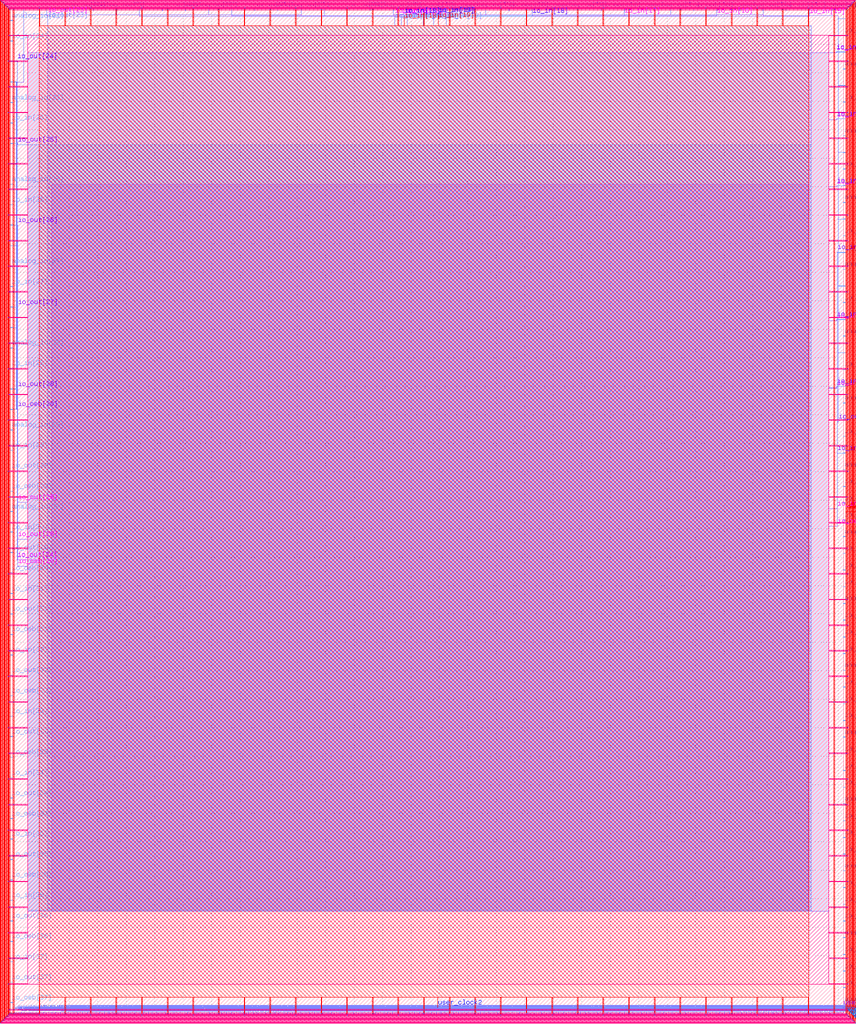
<source format=lef>
VERSION 5.7 ;
  NOWIREEXTENSIONATPIN ON ;
  DIVIDERCHAR "/" ;
  BUSBITCHARS "[]" ;
MACRO user_project_wrapper
  CLASS BLOCK ;
  FOREIGN user_project_wrapper ;
  ORIGIN 0.000 0.000 ;
  SIZE 2920.000 BY 3520.000 ;
  PIN analog_io[0]
    DIRECTION INOUT ;
    PORT
      LAYER met3 ;
        RECT 2917.600 28.980 2924.800 30.180 ;
    END
  END analog_io[0]
  PIN analog_io[10]
    DIRECTION INOUT ;
    PORT
      LAYER met3 ;
        RECT 2917.600 2374.980 2924.800 2376.180 ;
    END
  END analog_io[10]
  PIN analog_io[11]
    DIRECTION INOUT ;
    PORT
      LAYER met3 ;
        RECT 2917.600 2609.580 2924.800 2610.780 ;
    END
  END analog_io[11]
  PIN analog_io[12]
    DIRECTION INOUT ;
    PORT
      LAYER met3 ;
        RECT 2917.600 2844.180 2924.800 2845.380 ;
    END
  END analog_io[12]
  PIN analog_io[13]
    DIRECTION INOUT ;
    PORT
      LAYER met3 ;
        RECT 2917.600 3078.780 2924.800 3079.980 ;
    END
  END analog_io[13]
  PIN analog_io[14]
    DIRECTION INOUT ;
    PORT
      LAYER met3 ;
        RECT 2917.600 3313.380 2924.800 3314.580 ;
    END
  END analog_io[14]
  PIN analog_io[15]
    DIRECTION INOUT ;
    PORT
      LAYER met2 ;
        RECT 2879.090 3517.600 2879.650 3524.800 ;
    END
  END analog_io[15]
  PIN analog_io[16]
    DIRECTION INOUT ;
    PORT
      LAYER met2 ;
        RECT 2554.790 3517.600 2555.350 3524.800 ;
    END
  END analog_io[16]
  PIN analog_io[17]
    DIRECTION INOUT ;
    PORT
      LAYER met2 ;
        RECT 2230.490 3517.600 2231.050 3524.800 ;
    END
  END analog_io[17]
  PIN analog_io[18]
    DIRECTION INOUT ;
    PORT
      LAYER met2 ;
        RECT 1905.730 3517.600 1906.290 3524.800 ;
    END
  END analog_io[18]
  PIN analog_io[19]
    DIRECTION INOUT ;
    PORT
      LAYER met2 ;
        RECT 1581.430 3517.600 1581.990 3524.800 ;
    END
  END analog_io[19]
  PIN analog_io[1]
    DIRECTION INOUT ;
    PORT
      LAYER met3 ;
        RECT 2917.600 263.580 2924.800 264.780 ;
    END
  END analog_io[1]
  PIN analog_io[20]
    DIRECTION INOUT ;
    PORT
      LAYER met2 ;
        RECT 1257.130 3517.600 1257.690 3524.800 ;
    END
  END analog_io[20]
  PIN analog_io[21]
    DIRECTION INOUT ;
    PORT
      LAYER met2 ;
        RECT 932.370 3517.600 932.930 3524.800 ;
    END
  END analog_io[21]
  PIN analog_io[22]
    DIRECTION INOUT ;
    PORT
      LAYER met2 ;
        RECT 608.070 3517.600 608.630 3524.800 ;
    END
  END analog_io[22]
  PIN analog_io[23]
    DIRECTION INOUT ;
    PORT
      LAYER met2 ;
        RECT 283.770 3517.600 284.330 3524.800 ;
    END
  END analog_io[23]
  PIN analog_io[24]
    DIRECTION INOUT ;
    PORT
      LAYER met3 ;
        RECT -4.800 3482.700 2.400 3483.900 ;
    END
  END analog_io[24]
  PIN analog_io[25]
    DIRECTION INOUT ;
    PORT
      LAYER met3 ;
        RECT -4.800 3195.060 2.400 3196.260 ;
    END
  END analog_io[25]
  PIN analog_io[26]
    DIRECTION INOUT ;
    PORT
      LAYER met3 ;
        RECT -4.800 2908.100 2.400 2909.300 ;
    END
  END analog_io[26]
  PIN analog_io[27]
    DIRECTION INOUT ;
    PORT
      LAYER met3 ;
        RECT -4.800 2620.460 2.400 2621.660 ;
    END
  END analog_io[27]
  PIN analog_io[28]
    DIRECTION INOUT ;
    PORT
      LAYER met3 ;
        RECT -4.800 2333.500 2.400 2334.700 ;
    END
  END analog_io[28]
  PIN analog_io[29]
    DIRECTION INOUT ;
    PORT
      LAYER met3 ;
        RECT -4.800 2045.860 2.400 2047.060 ;
    END
  END analog_io[29]
  PIN analog_io[2]
    DIRECTION INOUT ;
    PORT
      LAYER met3 ;
        RECT 2917.600 498.180 2924.800 499.380 ;
    END
  END analog_io[2]
  PIN analog_io[30]
    DIRECTION INOUT ;
    PORT
      LAYER met3 ;
        RECT -4.800 1758.900 2.400 1760.100 ;
    END
  END analog_io[30]
  PIN analog_io[3]
    DIRECTION INOUT ;
    PORT
      LAYER met3 ;
        RECT 2917.600 732.780 2924.800 733.980 ;
    END
  END analog_io[3]
  PIN analog_io[4]
    DIRECTION INOUT ;
    PORT
      LAYER met3 ;
        RECT 2917.600 967.380 2924.800 968.580 ;
    END
  END analog_io[4]
  PIN analog_io[5]
    DIRECTION INOUT ;
    PORT
      LAYER met3 ;
        RECT 2917.600 1201.980 2924.800 1203.180 ;
    END
  END analog_io[5]
  PIN analog_io[6]
    DIRECTION INOUT ;
    PORT
      LAYER met3 ;
        RECT 2917.600 1436.580 2924.800 1437.780 ;
    END
  END analog_io[6]
  PIN analog_io[7]
    DIRECTION INOUT ;
    PORT
      LAYER met3 ;
        RECT 2917.600 1671.180 2924.800 1672.380 ;
    END
  END analog_io[7]
  PIN analog_io[8]
    DIRECTION INOUT ;
    PORT
      LAYER met3 ;
        RECT 2917.600 1905.780 2924.800 1906.980 ;
    END
  END analog_io[8]
  PIN analog_io[9]
    DIRECTION INOUT ;
    PORT
      LAYER met3 ;
        RECT 2917.600 2140.380 2924.800 2141.580 ;
    END
  END analog_io[9]
  PIN io_in[0]
    DIRECTION INPUT ;
    PORT
      LAYER met3 ;
        RECT 2917.600 87.460 2924.800 88.660 ;
    END
  END io_in[0]
  PIN io_in[10]
    DIRECTION INPUT ;
    PORT
      LAYER met1 ;
        RECT 2893.930 2429.200 2894.250 2429.260 ;
        RECT 2866.000 2429.060 2894.250 2429.200 ;
        RECT 2893.930 2429.000 2894.250 2429.060 ;
      LAYER via ;
        RECT 2893.960 2429.000 2894.220 2429.260 ;
      LAYER met2 ;
        RECT 2893.950 2433.875 2894.230 2434.245 ;
        RECT 2894.020 2429.290 2894.160 2433.875 ;
        RECT 2893.960 2428.970 2894.220 2429.290 ;
      LAYER via2 ;
        RECT 2893.950 2433.920 2894.230 2434.200 ;
      LAYER met3 ;
        RECT 2893.925 2434.210 2894.255 2434.225 ;
        RECT 2917.600 2434.210 2924.800 2434.660 ;
        RECT 2893.925 2433.910 2924.800 2434.210 ;
        RECT 2893.925 2433.895 2894.255 2433.910 ;
        RECT 2917.600 2433.460 2924.800 2433.910 ;
    END
  END io_in[10]
  PIN io_in[11]
    DIRECTION INPUT ;
    PORT
      LAYER met1 ;
        RECT 2895.770 1769.940 2896.090 1770.000 ;
        RECT 2866.000 1769.800 2896.090 1769.940 ;
        RECT 2895.770 1769.740 2896.090 1769.800 ;
      LAYER via ;
        RECT 2895.800 1769.740 2896.060 1770.000 ;
      LAYER met2 ;
        RECT 2895.790 2669.155 2896.070 2669.525 ;
        RECT 2895.860 1770.030 2896.000 2669.155 ;
        RECT 2895.800 1769.710 2896.060 1770.030 ;
      LAYER via2 ;
        RECT 2895.790 2669.200 2896.070 2669.480 ;
      LAYER met3 ;
        RECT 2895.765 2669.490 2896.095 2669.505 ;
        RECT 2917.600 2669.490 2924.800 2669.940 ;
        RECT 2895.765 2669.190 2924.800 2669.490 ;
        RECT 2895.765 2669.175 2896.095 2669.190 ;
        RECT 2917.600 2668.740 2924.800 2669.190 ;
    END
  END io_in[11]
  PIN io_in[12]
    DIRECTION INPUT ;
    PORT
      LAYER met1 ;
        RECT 2893.930 2900.100 2894.250 2900.160 ;
        RECT 2866.000 2899.960 2894.250 2900.100 ;
        RECT 2893.930 2899.900 2894.250 2899.960 ;
      LAYER via ;
        RECT 2893.960 2899.900 2894.220 2900.160 ;
      LAYER met2 ;
        RECT 2893.950 2903.755 2894.230 2904.125 ;
        RECT 2894.020 2900.190 2894.160 2903.755 ;
        RECT 2893.960 2899.870 2894.220 2900.190 ;
      LAYER via2 ;
        RECT 2893.950 2903.800 2894.230 2904.080 ;
      LAYER met3 ;
        RECT 2893.925 2904.090 2894.255 2904.105 ;
        RECT 2917.600 2904.090 2924.800 2904.540 ;
        RECT 2893.925 2903.790 2924.800 2904.090 ;
        RECT 2893.925 2903.775 2894.255 2903.790 ;
        RECT 2917.600 2903.340 2924.800 2903.790 ;
    END
  END io_in[12]
  PIN io_in[13]
    DIRECTION INPUT ;
    PORT
      LAYER met1 ;
        RECT 2893.930 3135.720 2894.250 3135.780 ;
        RECT 2866.000 3135.580 2894.250 3135.720 ;
        RECT 2893.930 3135.520 2894.250 3135.580 ;
      LAYER via ;
        RECT 2893.960 3135.520 2894.220 3135.780 ;
      LAYER met2 ;
        RECT 2893.950 3138.355 2894.230 3138.725 ;
        RECT 2894.020 3135.810 2894.160 3138.355 ;
        RECT 2893.960 3135.490 2894.220 3135.810 ;
      LAYER via2 ;
        RECT 2893.950 3138.400 2894.230 3138.680 ;
      LAYER met3 ;
        RECT 2893.925 3138.690 2894.255 3138.705 ;
        RECT 2917.600 3138.690 2924.800 3139.140 ;
        RECT 2893.925 3138.390 2924.800 3138.690 ;
        RECT 2893.925 3138.375 2894.255 3138.390 ;
        RECT 2917.600 3137.940 2924.800 3138.390 ;
    END
  END io_in[13]
  PIN io_in[14]
    DIRECTION INPUT ;
    PORT
      LAYER met1 ;
        RECT 2892.550 3371.000 2892.870 3371.060 ;
        RECT 2866.000 3370.860 2892.870 3371.000 ;
        RECT 2892.550 3370.800 2892.870 3370.860 ;
      LAYER via ;
        RECT 2892.580 3370.800 2892.840 3371.060 ;
      LAYER met2 ;
        RECT 2892.570 3372.955 2892.850 3373.325 ;
        RECT 2892.640 3371.090 2892.780 3372.955 ;
        RECT 2892.580 3370.770 2892.840 3371.090 ;
      LAYER via2 ;
        RECT 2892.570 3373.000 2892.850 3373.280 ;
      LAYER met3 ;
        RECT 2892.545 3373.290 2892.875 3373.305 ;
        RECT 2917.600 3373.290 2924.800 3373.740 ;
        RECT 2892.545 3372.990 2924.800 3373.290 ;
        RECT 2892.545 3372.975 2892.875 3372.990 ;
        RECT 2917.600 3372.540 2924.800 3372.990 ;
    END
  END io_in[14]
  PIN io_in[15]
    DIRECTION INPUT ;
    PORT
      LAYER met1 ;
        RECT 1442.170 3499.520 1442.490 3499.580 ;
        RECT 2798.250 3499.520 2798.570 3499.580 ;
        RECT 1442.170 3499.380 2798.570 3499.520 ;
        RECT 1442.170 3499.320 1442.490 3499.380 ;
        RECT 2798.250 3499.320 2798.570 3499.380 ;
      LAYER via ;
        RECT 1442.200 3499.320 1442.460 3499.580 ;
        RECT 2798.280 3499.320 2798.540 3499.580 ;
      LAYER met2 ;
        RECT 2798.130 3517.600 2798.690 3524.800 ;
        RECT 2798.340 3499.610 2798.480 3517.600 ;
        RECT 1442.200 3499.290 1442.460 3499.610 ;
        RECT 2798.280 3499.290 2798.540 3499.610 ;
        RECT 1442.260 3466.000 1442.400 3499.290 ;
    END
  END io_in[15]
  PIN io_in[16]
    DIRECTION INPUT ;
    PORT
      LAYER met1 ;
        RECT 1523.130 3499.860 1523.450 3499.920 ;
        RECT 2473.950 3499.860 2474.270 3499.920 ;
        RECT 1523.130 3499.720 2474.270 3499.860 ;
        RECT 1523.130 3499.660 1523.450 3499.720 ;
        RECT 2473.950 3499.660 2474.270 3499.720 ;
      LAYER via ;
        RECT 1523.160 3499.660 1523.420 3499.920 ;
        RECT 2473.980 3499.660 2474.240 3499.920 ;
      LAYER met2 ;
        RECT 2473.830 3517.600 2474.390 3524.800 ;
        RECT 2474.040 3499.950 2474.180 3517.600 ;
        RECT 1523.160 3499.630 1523.420 3499.950 ;
        RECT 2473.980 3499.630 2474.240 3499.950 ;
        RECT 1523.220 3466.000 1523.360 3499.630 ;
    END
  END io_in[16]
  PIN io_in[17]
    DIRECTION INPUT ;
    PORT
      LAYER met1 ;
        RECT 1478.970 3500.200 1479.290 3500.260 ;
        RECT 2149.190 3500.200 2149.510 3500.260 ;
        RECT 1478.970 3500.060 2149.510 3500.200 ;
        RECT 1478.970 3500.000 1479.290 3500.060 ;
        RECT 2149.190 3500.000 2149.510 3500.060 ;
      LAYER via ;
        RECT 1479.000 3500.000 1479.260 3500.260 ;
        RECT 2149.220 3500.000 2149.480 3500.260 ;
      LAYER met2 ;
        RECT 2149.070 3517.600 2149.630 3524.800 ;
        RECT 2149.280 3500.290 2149.420 3517.600 ;
        RECT 1479.000 3499.970 1479.260 3500.290 ;
        RECT 2149.220 3499.970 2149.480 3500.290 ;
        RECT 1479.060 3466.000 1479.200 3499.970 ;
    END
  END io_in[17]
  PIN io_in[18]
    DIRECTION INPUT ;
    PORT
      LAYER met2 ;
        RECT 1824.770 3517.600 1825.330 3524.800 ;
        RECT 1824.980 3499.805 1825.120 3517.600 ;
        RECT 1824.910 3499.435 1825.190 3499.805 ;
      LAYER via2 ;
        RECT 1824.910 3499.480 1825.190 3499.760 ;
      LAYER met3 ;
        RECT 1375.670 3499.770 1376.050 3499.780 ;
        RECT 1824.885 3499.770 1825.215 3499.785 ;
        RECT 1375.670 3499.470 1825.215 3499.770 ;
        RECT 1375.670 3499.460 1376.050 3499.470 ;
        RECT 1824.885 3499.455 1825.215 3499.470 ;
      LAYER via3 ;
        RECT 1375.700 3499.460 1376.020 3499.780 ;
      LAYER met4 ;
        RECT 1375.695 3499.455 1376.025 3499.785 ;
        RECT 1375.710 3466.000 1376.010 3499.455 ;
    END
  END io_in[18]
  PIN io_in[19]
    DIRECTION INPUT ;
    PORT
      LAYER met2 ;
        RECT 1500.470 3517.600 1501.030 3524.800 ;
        RECT 1500.680 3503.205 1500.820 3517.600 ;
        RECT 1500.610 3502.835 1500.890 3503.205 ;
      LAYER via2 ;
        RECT 1500.610 3502.880 1500.890 3503.160 ;
      LAYER met3 ;
        RECT 1495.270 3503.170 1495.650 3503.180 ;
        RECT 1500.585 3503.170 1500.915 3503.185 ;
        RECT 1495.270 3502.870 1500.915 3503.170 ;
        RECT 1495.270 3502.860 1495.650 3502.870 ;
        RECT 1500.585 3502.855 1500.915 3502.870 ;
      LAYER via3 ;
        RECT 1495.300 3502.860 1495.620 3503.180 ;
      LAYER met4 ;
        RECT 1495.295 3502.855 1495.625 3503.185 ;
        RECT 1495.310 3466.000 1495.610 3502.855 ;
    END
  END io_in[19]
  PIN io_in[1]
    DIRECTION INPUT ;
    PORT
      LAYER met3 ;
        RECT 2917.600 322.060 2924.800 323.260 ;
    END
  END io_in[1]
  PIN io_in[20]
    DIRECTION INPUT ;
    PORT
      LAYER met2 ;
        RECT 1175.710 3517.600 1176.270 3524.800 ;
    END
  END io_in[20]
  PIN io_in[21]
    DIRECTION INPUT ;
    PORT
      LAYER met2 ;
        RECT 851.410 3517.600 851.970 3524.800 ;
    END
  END io_in[21]
  PIN io_in[22]
    DIRECTION INPUT ;
    PORT
      LAYER met2 ;
        RECT 527.110 3517.600 527.670 3524.800 ;
    END
  END io_in[22]
  PIN io_in[23]
    DIRECTION INPUT ;
    PORT
      LAYER met2 ;
        RECT 202.350 3517.600 202.910 3524.800 ;
    END
  END io_in[23]
  PIN io_in[24]
    DIRECTION INPUT ;
    PORT
      LAYER met3 ;
        RECT -4.800 3410.620 2.400 3411.820 ;
    END
  END io_in[24]
  PIN io_in[25]
    DIRECTION INPUT ;
    PORT
      LAYER met3 ;
        RECT -4.800 3123.660 2.400 3124.860 ;
    END
  END io_in[25]
  PIN io_in[26]
    DIRECTION INPUT ;
    PORT
      LAYER met3 ;
        RECT -4.800 2836.020 2.400 2837.220 ;
    END
  END io_in[26]
  PIN io_in[27]
    DIRECTION INPUT ;
    PORT
      LAYER met3 ;
        RECT -4.800 2549.060 2.400 2550.260 ;
    END
  END io_in[27]
  PIN io_in[28]
    DIRECTION INPUT ;
    PORT
      LAYER met3 ;
        RECT -4.800 2261.420 2.400 2262.620 ;
    END
  END io_in[28]
  PIN io_in[29]
    DIRECTION INPUT ;
    PORT
      LAYER met3 ;
        RECT -4.800 1974.460 2.400 1975.660 ;
    END
  END io_in[29]
  PIN io_in[2]
    DIRECTION INPUT ;
    PORT
      LAYER met3 ;
        RECT 2917.600 556.660 2924.800 557.860 ;
    END
  END io_in[2]
  PIN io_in[30]
    DIRECTION INPUT ;
    PORT
      LAYER met3 ;
        RECT -4.800 1686.820 2.400 1688.020 ;
    END
  END io_in[30]
  PIN io_in[31]
    DIRECTION INPUT ;
    PORT
      LAYER met3 ;
        RECT -4.800 1471.260 2.400 1472.460 ;
    END
  END io_in[31]
  PIN io_in[32]
    DIRECTION INPUT ;
    PORT
      LAYER met3 ;
        RECT -4.800 1255.700 2.400 1256.900 ;
    END
  END io_in[32]
  PIN io_in[33]
    DIRECTION INPUT ;
    PORT
      LAYER met3 ;
        RECT -4.800 1040.140 2.400 1041.340 ;
    END
  END io_in[33]
  PIN io_in[34]
    DIRECTION INPUT ;
    PORT
      LAYER met3 ;
        RECT -4.800 824.580 2.400 825.780 ;
    END
  END io_in[34]
  PIN io_in[35]
    DIRECTION INPUT ;
    PORT
      LAYER met3 ;
        RECT -4.800 609.700 2.400 610.900 ;
    END
  END io_in[35]
  PIN io_in[36]
    DIRECTION INPUT ;
    PORT
      LAYER met3 ;
        RECT -4.800 394.140 2.400 395.340 ;
    END
  END io_in[36]
  PIN io_in[37]
    DIRECTION INPUT ;
    PORT
      LAYER met3 ;
        RECT -4.800 178.580 2.400 179.780 ;
    END
  END io_in[37]
  PIN io_in[3]
    DIRECTION INPUT ;
    PORT
      LAYER met3 ;
        RECT 2917.600 791.260 2924.800 792.460 ;
    END
  END io_in[3]
  PIN io_in[4]
    DIRECTION INPUT ;
    PORT
      LAYER met3 ;
        RECT 2917.600 1025.860 2924.800 1027.060 ;
    END
  END io_in[4]
  PIN io_in[5]
    DIRECTION INPUT ;
    PORT
      LAYER met3 ;
        RECT 2917.600 1260.460 2924.800 1261.660 ;
    END
  END io_in[5]
  PIN io_in[6]
    DIRECTION INPUT ;
    PORT
      LAYER met3 ;
        RECT 2917.600 1495.060 2924.800 1496.260 ;
    END
  END io_in[6]
  PIN io_in[7]
    DIRECTION INPUT ;
    PORT
      LAYER met3 ;
        RECT 2917.600 1729.660 2924.800 1730.860 ;
    END
  END io_in[7]
  PIN io_in[8]
    DIRECTION INPUT ;
    PORT
      LAYER met1 ;
        RECT 2896.690 1770.280 2897.010 1770.340 ;
        RECT 2866.000 1770.140 2897.010 1770.280 ;
        RECT 2896.690 1770.080 2897.010 1770.140 ;
      LAYER via ;
        RECT 2896.720 1770.080 2896.980 1770.340 ;
      LAYER met2 ;
        RECT 2896.710 1964.675 2896.990 1965.045 ;
        RECT 2896.780 1770.370 2896.920 1964.675 ;
        RECT 2896.720 1770.050 2896.980 1770.370 ;
      LAYER via2 ;
        RECT 2896.710 1964.720 2896.990 1965.000 ;
      LAYER met3 ;
        RECT 2896.685 1965.010 2897.015 1965.025 ;
        RECT 2917.600 1965.010 2924.800 1965.460 ;
        RECT 2896.685 1964.710 2924.800 1965.010 ;
        RECT 2896.685 1964.695 2897.015 1964.710 ;
        RECT 2917.600 1964.260 2924.800 1964.710 ;
    END
  END io_in[8]
  PIN io_in[9]
    DIRECTION INPUT ;
    PORT
      LAYER met1 ;
        RECT 2893.930 2193.580 2894.250 2193.640 ;
        RECT 2866.000 2193.440 2894.250 2193.580 ;
        RECT 2893.930 2193.380 2894.250 2193.440 ;
      LAYER via ;
        RECT 2893.960 2193.380 2894.220 2193.640 ;
      LAYER met2 ;
        RECT 2893.950 2199.275 2894.230 2199.645 ;
        RECT 2894.020 2193.670 2894.160 2199.275 ;
        RECT 2893.960 2193.350 2894.220 2193.670 ;
      LAYER via2 ;
        RECT 2893.950 2199.320 2894.230 2199.600 ;
      LAYER met3 ;
        RECT 2893.925 2199.610 2894.255 2199.625 ;
        RECT 2917.600 2199.610 2924.800 2200.060 ;
        RECT 2893.925 2199.310 2924.800 2199.610 ;
        RECT 2893.925 2199.295 2894.255 2199.310 ;
        RECT 2917.600 2198.860 2924.800 2199.310 ;
    END
  END io_in[9]
  PIN io_oeb[0]
    DIRECTION OUTPUT TRISTATE ;
    PORT
      LAYER met3 ;
        RECT 2917.600 204.420 2924.800 205.620 ;
    END
  END io_oeb[0]
  PIN io_oeb[1]
    DIRECTION OUTPUT TRISTATE ;
    PORT
      LAYER met3 ;
        RECT 2917.600 439.020 2924.800 440.220 ;
    END
  END io_oeb[1]
  PIN io_oeb[29]
    DIRECTION OUTPUT TRISTATE ;
    PORT
      LAYER met3 ;
        RECT -4.800 1830.300 2.400 1831.500 ;
    END
  END io_oeb[29]
  PIN io_oeb[2]
    DIRECTION OUTPUT TRISTATE ;
    PORT
      LAYER met3 ;
        RECT 2917.600 673.620 2924.800 674.820 ;
    END
  END io_oeb[2]
  PIN io_oeb[30]
    DIRECTION OUTPUT TRISTATE ;
    PORT
      LAYER met3 ;
        RECT -4.800 1543.340 2.400 1544.540 ;
    END
  END io_oeb[30]
  PIN io_oeb[31]
    DIRECTION OUTPUT TRISTATE ;
    PORT
      LAYER met3 ;
        RECT -4.800 1327.780 2.400 1328.980 ;
    END
  END io_oeb[31]
  PIN io_oeb[32]
    DIRECTION OUTPUT TRISTATE ;
    PORT
      LAYER met3 ;
        RECT -4.800 1112.220 2.400 1113.420 ;
    END
  END io_oeb[32]
  PIN io_oeb[33]
    DIRECTION OUTPUT TRISTATE ;
    PORT
      LAYER met3 ;
        RECT -4.800 896.660 2.400 897.860 ;
    END
  END io_oeb[33]
  PIN io_oeb[34]
    DIRECTION OUTPUT TRISTATE ;
    PORT
      LAYER met3 ;
        RECT -4.800 681.100 2.400 682.300 ;
    END
  END io_oeb[34]
  PIN io_oeb[35]
    DIRECTION OUTPUT TRISTATE ;
    PORT
      LAYER met3 ;
        RECT -4.800 465.540 2.400 466.740 ;
    END
  END io_oeb[35]
  PIN io_oeb[36]
    DIRECTION OUTPUT TRISTATE ;
    PORT
      LAYER met3 ;
        RECT -4.800 249.980 2.400 251.180 ;
    END
  END io_oeb[36]
  PIN io_oeb[37]
    DIRECTION OUTPUT TRISTATE ;
    PORT
      LAYER met3 ;
        RECT -4.800 35.100 2.400 36.300 ;
    END
  END io_oeb[37]
  PIN io_oeb[3]
    DIRECTION OUTPUT TRISTATE ;
    PORT
      LAYER met3 ;
        RECT 2917.600 908.900 2924.800 910.100 ;
    END
  END io_oeb[3]
  PIN io_oeb[4]
    DIRECTION OUTPUT TRISTATE ;
    PORT
      LAYER met3 ;
        RECT 2917.600 1143.500 2924.800 1144.700 ;
    END
  END io_oeb[4]
  PIN io_oeb[5]
    DIRECTION OUTPUT TRISTATE ;
    PORT
      LAYER met3 ;
        RECT 2917.600 1378.100 2924.800 1379.300 ;
    END
  END io_oeb[5]
  PIN io_oeb[6]
    DIRECTION OUTPUT TRISTATE ;
    PORT
      LAYER met3 ;
        RECT 2917.600 1612.700 2924.800 1613.900 ;
    END
  END io_oeb[6]
  PIN io_oeb[7]
    DIRECTION OUTPUT TRISTATE ;
    PORT
      LAYER met3 ;
        RECT 2917.600 1847.300 2924.800 1848.500 ;
    END
  END io_oeb[7]
  PIN io_out[0]
    DIRECTION OUTPUT TRISTATE ;
    PORT
      LAYER met3 ;
        RECT 2917.600 145.940 2924.800 147.140 ;
    END
  END io_out[0]
  PIN io_out[10]
    DIRECTION OUTPUT TRISTATE ;
    PORT
      LAYER met3 ;
        RECT 2917.600 2492.620 2924.800 2493.820 ;
    END
  END io_out[10]
  PIN io_out[11]
    DIRECTION OUTPUT TRISTATE ;
    PORT
      LAYER met3 ;
        RECT 2917.600 2727.220 2924.800 2728.420 ;
    END
  END io_out[11]
  PIN io_out[12]
    DIRECTION OUTPUT TRISTATE ;
    PORT
      LAYER met3 ;
        RECT 2917.600 2961.820 2924.800 2963.020 ;
    END
  END io_out[12]
  PIN io_out[13]
    DIRECTION OUTPUT TRISTATE ;
    PORT
      LAYER met3 ;
        RECT 2917.600 3196.420 2924.800 3197.620 ;
    END
  END io_out[13]
  PIN io_out[14]
    DIRECTION OUTPUT TRISTATE ;
    PORT
      LAYER met3 ;
        RECT 2917.600 3431.020 2924.800 3432.220 ;
    END
  END io_out[14]
  PIN io_out[15]
    DIRECTION OUTPUT TRISTATE ;
    PORT
      LAYER met2 ;
        RECT 2717.170 3517.600 2717.730 3524.800 ;
    END
  END io_out[15]
  PIN io_out[16]
    DIRECTION OUTPUT TRISTATE ;
    PORT
      LAYER met2 ;
        RECT 2392.410 3517.600 2392.970 3524.800 ;
    END
  END io_out[16]
  PIN io_out[17]
    DIRECTION OUTPUT TRISTATE ;
    PORT
      LAYER met2 ;
        RECT 2068.110 3517.600 2068.670 3524.800 ;
    END
  END io_out[17]
  PIN io_out[18]
    DIRECTION OUTPUT TRISTATE ;
    PORT
      LAYER met2 ;
        RECT 1743.810 3517.600 1744.370 3524.800 ;
    END
  END io_out[18]
  PIN io_out[19]
    DIRECTION OUTPUT TRISTATE ;
    PORT
      LAYER met2 ;
        RECT 1419.050 3517.600 1419.610 3524.800 ;
    END
  END io_out[19]
  PIN io_out[1]
    DIRECTION OUTPUT TRISTATE ;
    PORT
      LAYER met3 ;
        RECT 2917.600 380.540 2924.800 381.740 ;
    END
  END io_out[1]
  PIN io_out[20]
    DIRECTION OUTPUT TRISTATE ;
    PORT
      LAYER met1 ;
        RECT 1094.870 3500.200 1095.190 3500.260 ;
        RECT 1364.890 3500.200 1365.210 3500.260 ;
        RECT 1094.870 3500.060 1365.210 3500.200 ;
        RECT 1094.870 3500.000 1095.190 3500.060 ;
        RECT 1364.890 3500.000 1365.210 3500.060 ;
      LAYER via ;
        RECT 1094.900 3500.000 1095.160 3500.260 ;
        RECT 1364.920 3500.000 1365.180 3500.260 ;
      LAYER met2 ;
        RECT 1094.750 3517.600 1095.310 3524.800 ;
        RECT 1094.960 3500.290 1095.100 3517.600 ;
        RECT 1094.900 3499.970 1095.160 3500.290 ;
        RECT 1364.920 3499.970 1365.180 3500.290 ;
        RECT 1364.980 3466.000 1365.120 3499.970 ;
    END
  END io_out[20]
  PIN io_out[21]
    DIRECTION OUTPUT TRISTATE ;
    PORT
      LAYER met1 ;
        RECT 770.570 3499.860 770.890 3499.920 ;
        RECT 1342.810 3499.860 1343.130 3499.920 ;
        RECT 770.570 3499.720 1343.130 3499.860 ;
        RECT 770.570 3499.660 770.890 3499.720 ;
        RECT 1342.810 3499.660 1343.130 3499.720 ;
      LAYER via ;
        RECT 770.600 3499.660 770.860 3499.920 ;
        RECT 1342.840 3499.660 1343.100 3499.920 ;
      LAYER met2 ;
        RECT 770.450 3517.600 771.010 3524.800 ;
        RECT 770.660 3499.950 770.800 3517.600 ;
        RECT 770.600 3499.630 770.860 3499.950 ;
        RECT 1342.840 3499.630 1343.100 3499.950 ;
        RECT 1342.900 3466.000 1343.040 3499.630 ;
    END
  END io_out[21]
  PIN io_out[22]
    DIRECTION OUTPUT TRISTATE ;
    PORT
      LAYER met1 ;
        RECT 445.810 3499.520 446.130 3499.580 ;
        RECT 1386.970 3499.520 1387.290 3499.580 ;
        RECT 445.810 3499.380 1387.290 3499.520 ;
        RECT 445.810 3499.320 446.130 3499.380 ;
        RECT 1386.970 3499.320 1387.290 3499.380 ;
      LAYER via ;
        RECT 445.840 3499.320 446.100 3499.580 ;
        RECT 1387.000 3499.320 1387.260 3499.580 ;
      LAYER met2 ;
        RECT 445.690 3517.600 446.250 3524.800 ;
        RECT 445.900 3499.610 446.040 3517.600 ;
        RECT 445.840 3499.290 446.100 3499.610 ;
        RECT 1387.000 3499.290 1387.260 3499.610 ;
        RECT 1387.060 3466.000 1387.200 3499.290 ;
    END
  END io_out[22]
  PIN io_out[23]
    DIRECTION OUTPUT TRISTATE ;
    PORT
      LAYER met1 ;
        RECT 121.510 3502.920 121.830 3502.980 ;
        RECT 124.730 3502.920 125.050 3502.980 ;
        RECT 121.510 3502.780 125.050 3502.920 ;
        RECT 121.510 3502.720 121.830 3502.780 ;
        RECT 124.730 3502.720 125.050 3502.780 ;
      LAYER via ;
        RECT 121.540 3502.720 121.800 3502.980 ;
        RECT 124.760 3502.720 125.020 3502.980 ;
      LAYER met2 ;
        RECT 121.390 3517.600 121.950 3524.800 ;
        RECT 121.600 3503.010 121.740 3517.600 ;
        RECT 121.540 3502.690 121.800 3503.010 ;
        RECT 124.760 3502.690 125.020 3503.010 ;
        RECT 124.820 3466.000 124.960 3502.690 ;
    END
  END io_out[23]
  PIN io_out[24]
    DIRECTION OUTPUT TRISTATE ;
    PORT
      LAYER met1 ;
        RECT 18.010 1589.740 18.330 1589.800 ;
        RECT 18.010 1589.600 54.000 1589.740 ;
        RECT 18.010 1589.540 18.330 1589.600 ;
      LAYER via ;
        RECT 18.040 1589.540 18.300 1589.800 ;
      LAYER met2 ;
        RECT 18.030 3339.635 18.310 3340.005 ;
        RECT 18.100 1589.830 18.240 3339.635 ;
        RECT 18.040 1589.510 18.300 1589.830 ;
      LAYER via2 ;
        RECT 18.030 3339.680 18.310 3339.960 ;
      LAYER met3 ;
        RECT -4.800 3339.970 2.400 3340.420 ;
        RECT 18.005 3339.970 18.335 3339.985 ;
        RECT -4.800 3339.670 18.335 3339.970 ;
        RECT -4.800 3339.220 2.400 3339.670 ;
        RECT 18.005 3339.655 18.335 3339.670 ;
    END
  END io_out[24]
  PIN io_out[25]
    DIRECTION OUTPUT TRISTATE ;
    PORT
      LAYER met2 ;
        RECT 18.490 3051.995 18.770 3052.365 ;
        RECT 18.560 3047.605 18.700 3051.995 ;
        RECT 18.490 3047.235 18.770 3047.605 ;
      LAYER via2 ;
        RECT 18.490 3052.040 18.770 3052.320 ;
        RECT 18.490 3047.280 18.770 3047.560 ;
      LAYER met3 ;
        RECT -4.800 3052.330 2.400 3052.780 ;
        RECT 18.465 3052.330 18.795 3052.345 ;
        RECT -4.800 3052.030 18.795 3052.330 ;
        RECT -4.800 3051.580 2.400 3052.030 ;
        RECT 18.465 3052.015 18.795 3052.030 ;
        RECT 18.465 3047.570 18.795 3047.585 ;
        RECT 18.465 3047.270 54.000 3047.570 ;
        RECT 18.465 3047.255 18.795 3047.270 ;
    END
  END io_out[25]
  PIN io_out[26]
    DIRECTION OUTPUT TRISTATE ;
    PORT
      LAYER met1 ;
        RECT 18.470 1792.040 18.790 1792.100 ;
        RECT 18.470 1791.900 54.000 1792.040 ;
        RECT 18.470 1791.840 18.790 1791.900 ;
      LAYER via ;
        RECT 18.500 1791.840 18.760 1792.100 ;
      LAYER met2 ;
        RECT 18.490 2765.035 18.770 2765.405 ;
        RECT 18.560 1792.130 18.700 2765.035 ;
        RECT 18.500 1791.810 18.760 1792.130 ;
      LAYER via2 ;
        RECT 18.490 2765.080 18.770 2765.360 ;
      LAYER met3 ;
        RECT -4.800 2765.370 2.400 2765.820 ;
        RECT 18.465 2765.370 18.795 2765.385 ;
        RECT -4.800 2765.070 18.795 2765.370 ;
        RECT -4.800 2764.620 2.400 2765.070 ;
        RECT 18.465 2765.055 18.795 2765.070 ;
    END
  END io_out[26]
  PIN io_out[27]
    DIRECTION OUTPUT TRISTATE ;
    PORT
      LAYER met1 ;
        RECT 18.930 1792.380 19.250 1792.440 ;
        RECT 18.930 1792.240 54.000 1792.380 ;
        RECT 18.930 1792.180 19.250 1792.240 ;
      LAYER via ;
        RECT 18.960 1792.180 19.220 1792.440 ;
      LAYER met2 ;
        RECT 18.950 2477.395 19.230 2477.765 ;
        RECT 19.020 1792.470 19.160 2477.395 ;
        RECT 18.960 1792.150 19.220 1792.470 ;
      LAYER via2 ;
        RECT 18.950 2477.440 19.230 2477.720 ;
      LAYER met3 ;
        RECT -4.800 2477.730 2.400 2478.180 ;
        RECT 18.925 2477.730 19.255 2477.745 ;
        RECT -4.800 2477.430 19.255 2477.730 ;
        RECT -4.800 2476.980 2.400 2477.430 ;
        RECT 18.925 2477.415 19.255 2477.430 ;
    END
  END io_out[27]
  PIN io_out[28]
    DIRECTION OUTPUT TRISTATE ;
    PORT
      LAYER met1 ;
        RECT 19.850 1663.180 20.170 1663.240 ;
        RECT 19.850 1663.040 54.000 1663.180 ;
        RECT 19.850 1662.980 20.170 1663.040 ;
      LAYER via ;
        RECT 19.880 1662.980 20.140 1663.240 ;
      LAYER met2 ;
        RECT 19.870 2189.755 20.150 2190.125 ;
        RECT 19.940 1663.270 20.080 2189.755 ;
        RECT 19.880 1662.950 20.140 1663.270 ;
      LAYER via2 ;
        RECT 19.870 2189.800 20.150 2190.080 ;
      LAYER met3 ;
        RECT -4.800 2190.090 2.400 2190.540 ;
        RECT 19.845 2190.090 20.175 2190.105 ;
        RECT -4.800 2189.790 20.175 2190.090 ;
        RECT -4.800 2189.340 2.400 2189.790 ;
        RECT 19.845 2189.775 20.175 2189.790 ;
    END
  END io_out[28]
  PIN io_out[29]
    DIRECTION OUTPUT TRISTATE ;
    PORT
      LAYER met3 ;
        RECT -4.800 1902.380 2.400 1903.580 ;
    END
  END io_out[29]
  PIN io_out[2]
    DIRECTION OUTPUT TRISTATE ;
    PORT
      LAYER met3 ;
        RECT 2917.600 615.140 2924.800 616.340 ;
    END
  END io_out[2]
  PIN io_out[30]
    DIRECTION OUTPUT TRISTATE ;
    PORT
      LAYER met3 ;
        RECT -4.800 1614.740 2.400 1615.940 ;
    END
  END io_out[30]
  PIN io_out[31]
    DIRECTION OUTPUT TRISTATE ;
    PORT
      LAYER met3 ;
        RECT -4.800 1399.860 2.400 1401.060 ;
    END
  END io_out[31]
  PIN io_out[32]
    DIRECTION OUTPUT TRISTATE ;
    PORT
      LAYER met3 ;
        RECT -4.800 1184.300 2.400 1185.500 ;
    END
  END io_out[32]
  PIN io_out[33]
    DIRECTION OUTPUT TRISTATE ;
    PORT
      LAYER met3 ;
        RECT -4.800 968.740 2.400 969.940 ;
    END
  END io_out[33]
  PIN io_out[34]
    DIRECTION OUTPUT TRISTATE ;
    PORT
      LAYER met3 ;
        RECT -4.800 753.180 2.400 754.380 ;
    END
  END io_out[34]
  PIN io_out[35]
    DIRECTION OUTPUT TRISTATE ;
    PORT
      LAYER met3 ;
        RECT -4.800 537.620 2.400 538.820 ;
    END
  END io_out[35]
  PIN io_out[36]
    DIRECTION OUTPUT TRISTATE ;
    PORT
      LAYER met3 ;
        RECT -4.800 322.060 2.400 323.260 ;
    END
  END io_out[36]
  PIN io_out[37]
    DIRECTION OUTPUT TRISTATE ;
    PORT
      LAYER met3 ;
        RECT -4.800 106.500 2.400 107.700 ;
    END
  END io_out[37]
  PIN io_out[3]
    DIRECTION OUTPUT TRISTATE ;
    PORT
      LAYER met3 ;
        RECT 2917.600 849.740 2924.800 850.940 ;
    END
  END io_out[3]
  PIN io_out[4]
    DIRECTION OUTPUT TRISTATE ;
    PORT
      LAYER met3 ;
        RECT 2917.600 1084.340 2924.800 1085.540 ;
    END
  END io_out[4]
  PIN io_out[5]
    DIRECTION OUTPUT TRISTATE ;
    PORT
      LAYER met3 ;
        RECT 2917.600 1318.940 2924.800 1320.140 ;
    END
  END io_out[5]
  PIN io_out[6]
    DIRECTION OUTPUT TRISTATE ;
    PORT
      LAYER met3 ;
        RECT 2917.600 1553.540 2924.800 1554.740 ;
    END
  END io_out[6]
  PIN io_out[7]
    DIRECTION OUTPUT TRISTATE ;
    PORT
      LAYER met3 ;
        RECT 2917.600 1788.820 2924.800 1790.020 ;
    END
  END io_out[7]
  PIN io_out[8]
    DIRECTION OUTPUT TRISTATE ;
    PORT
      LAYER met3 ;
        RECT 2917.600 2023.420 2924.800 2024.620 ;
    END
  END io_out[8]
  PIN io_out[9]
    DIRECTION OUTPUT TRISTATE ;
    PORT
      LAYER met3 ;
        RECT 2917.600 2258.020 2924.800 2259.220 ;
    END
  END io_out[9]
  PIN la_data_in[0]
    DIRECTION INPUT ;
    PORT
      LAYER met2 ;
        RECT 632.910 -4.800 633.470 2.400 ;
    END
  END la_data_in[0]
  PIN la_data_in[100]
    DIRECTION INPUT ;
    PORT
      LAYER met2 ;
        RECT 2417.250 -4.800 2417.810 2.400 ;
    END
  END la_data_in[100]
  PIN la_data_in[101]
    DIRECTION INPUT ;
    PORT
      LAYER met2 ;
        RECT 2434.730 -4.800 2435.290 2.400 ;
    END
  END la_data_in[101]
  PIN la_data_in[102]
    DIRECTION INPUT ;
    PORT
      LAYER met2 ;
        RECT 2452.670 -4.800 2453.230 2.400 ;
    END
  END la_data_in[102]
  PIN la_data_in[103]
    DIRECTION INPUT ;
    PORT
      LAYER met2 ;
        RECT 2470.610 -4.800 2471.170 2.400 ;
    END
  END la_data_in[103]
  PIN la_data_in[104]
    DIRECTION INPUT ;
    PORT
      LAYER met2 ;
        RECT 2488.550 -4.800 2489.110 2.400 ;
    END
  END la_data_in[104]
  PIN la_data_in[105]
    DIRECTION INPUT ;
    PORT
      LAYER met2 ;
        RECT 2506.030 -4.800 2506.590 2.400 ;
    END
  END la_data_in[105]
  PIN la_data_in[106]
    DIRECTION INPUT ;
    PORT
      LAYER met2 ;
        RECT 2523.970 -4.800 2524.530 2.400 ;
    END
  END la_data_in[106]
  PIN la_data_in[107]
    DIRECTION INPUT ;
    PORT
      LAYER met2 ;
        RECT 2541.910 -4.800 2542.470 2.400 ;
    END
  END la_data_in[107]
  PIN la_data_in[108]
    DIRECTION INPUT ;
    PORT
      LAYER met2 ;
        RECT 2559.850 -4.800 2560.410 2.400 ;
    END
  END la_data_in[108]
  PIN la_data_in[109]
    DIRECTION INPUT ;
    PORT
      LAYER met2 ;
        RECT 2577.790 -4.800 2578.350 2.400 ;
    END
  END la_data_in[109]
  PIN la_data_in[10]
    DIRECTION INPUT ;
    PORT
      LAYER met2 ;
        RECT 811.390 -4.800 811.950 2.400 ;
    END
  END la_data_in[10]
  PIN la_data_in[110]
    DIRECTION INPUT ;
    PORT
      LAYER met2 ;
        RECT 2595.270 -4.800 2595.830 2.400 ;
    END
  END la_data_in[110]
  PIN la_data_in[111]
    DIRECTION INPUT ;
    PORT
      LAYER met2 ;
        RECT 2613.210 -4.800 2613.770 2.400 ;
    END
  END la_data_in[111]
  PIN la_data_in[112]
    DIRECTION INPUT ;
    PORT
      LAYER met2 ;
        RECT 2631.150 -4.800 2631.710 2.400 ;
    END
  END la_data_in[112]
  PIN la_data_in[113]
    DIRECTION INPUT ;
    PORT
      LAYER met2 ;
        RECT 2649.090 -4.800 2649.650 2.400 ;
    END
  END la_data_in[113]
  PIN la_data_in[114]
    DIRECTION INPUT ;
    PORT
      LAYER met2 ;
        RECT 2667.030 -4.800 2667.590 2.400 ;
    END
  END la_data_in[114]
  PIN la_data_in[115]
    DIRECTION INPUT ;
    PORT
      LAYER met2 ;
        RECT 2684.510 -4.800 2685.070 2.400 ;
    END
  END la_data_in[115]
  PIN la_data_in[116]
    DIRECTION INPUT ;
    PORT
      LAYER met2 ;
        RECT 2702.450 -4.800 2703.010 2.400 ;
    END
  END la_data_in[116]
  PIN la_data_in[117]
    DIRECTION INPUT ;
    PORT
      LAYER met2 ;
        RECT 2720.390 -4.800 2720.950 2.400 ;
    END
  END la_data_in[117]
  PIN la_data_in[118]
    DIRECTION INPUT ;
    PORT
      LAYER met2 ;
        RECT 2738.330 -4.800 2738.890 2.400 ;
    END
  END la_data_in[118]
  PIN la_data_in[119]
    DIRECTION INPUT ;
    PORT
      LAYER met2 ;
        RECT 2755.810 -4.800 2756.370 2.400 ;
    END
  END la_data_in[119]
  PIN la_data_in[11]
    DIRECTION INPUT ;
    PORT
      LAYER met2 ;
        RECT 829.330 -4.800 829.890 2.400 ;
    END
  END la_data_in[11]
  PIN la_data_in[120]
    DIRECTION INPUT ;
    PORT
      LAYER met2 ;
        RECT 2773.750 -4.800 2774.310 2.400 ;
    END
  END la_data_in[120]
  PIN la_data_in[121]
    DIRECTION INPUT ;
    PORT
      LAYER met2 ;
        RECT 2791.690 -4.800 2792.250 2.400 ;
    END
  END la_data_in[121]
  PIN la_data_in[122]
    DIRECTION INPUT ;
    PORT
      LAYER met2 ;
        RECT 2809.630 -4.800 2810.190 2.400 ;
    END
  END la_data_in[122]
  PIN la_data_in[123]
    DIRECTION INPUT ;
    PORT
      LAYER met2 ;
        RECT 2827.570 -4.800 2828.130 2.400 ;
    END
  END la_data_in[123]
  PIN la_data_in[124]
    DIRECTION INPUT ;
    PORT
      LAYER met2 ;
        RECT 2845.050 -4.800 2845.610 2.400 ;
    END
  END la_data_in[124]
  PIN la_data_in[125]
    DIRECTION INPUT ;
    PORT
      LAYER met2 ;
        RECT 2862.990 -4.800 2863.550 2.400 ;
    END
  END la_data_in[125]
  PIN la_data_in[126]
    DIRECTION INPUT ;
    PORT
      LAYER met2 ;
        RECT 2880.930 -4.800 2881.490 2.400 ;
    END
  END la_data_in[126]
  PIN la_data_in[127]
    DIRECTION INPUT ;
    PORT
      LAYER met2 ;
        RECT 2898.870 -4.800 2899.430 2.400 ;
    END
  END la_data_in[127]
  PIN la_data_in[12]
    DIRECTION INPUT ;
    PORT
      LAYER met2 ;
        RECT 846.810 -4.800 847.370 2.400 ;
    END
  END la_data_in[12]
  PIN la_data_in[13]
    DIRECTION INPUT ;
    PORT
      LAYER met2 ;
        RECT 864.750 -4.800 865.310 2.400 ;
    END
  END la_data_in[13]
  PIN la_data_in[14]
    DIRECTION INPUT ;
    PORT
      LAYER met2 ;
        RECT 882.690 -4.800 883.250 2.400 ;
    END
  END la_data_in[14]
  PIN la_data_in[15]
    DIRECTION INPUT ;
    PORT
      LAYER met2 ;
        RECT 900.630 -4.800 901.190 2.400 ;
    END
  END la_data_in[15]
  PIN la_data_in[16]
    DIRECTION INPUT ;
    PORT
      LAYER met2 ;
        RECT 918.570 -4.800 919.130 2.400 ;
    END
  END la_data_in[16]
  PIN la_data_in[17]
    DIRECTION INPUT ;
    PORT
      LAYER met2 ;
        RECT 936.050 -4.800 936.610 2.400 ;
    END
  END la_data_in[17]
  PIN la_data_in[18]
    DIRECTION INPUT ;
    PORT
      LAYER met2 ;
        RECT 953.990 -4.800 954.550 2.400 ;
    END
  END la_data_in[18]
  PIN la_data_in[19]
    DIRECTION INPUT ;
    PORT
      LAYER met2 ;
        RECT 971.930 -4.800 972.490 2.400 ;
    END
  END la_data_in[19]
  PIN la_data_in[1]
    DIRECTION INPUT ;
    PORT
      LAYER met2 ;
        RECT 650.850 -4.800 651.410 2.400 ;
    END
  END la_data_in[1]
  PIN la_data_in[20]
    DIRECTION INPUT ;
    PORT
      LAYER met2 ;
        RECT 989.870 -4.800 990.430 2.400 ;
    END
  END la_data_in[20]
  PIN la_data_in[21]
    DIRECTION INPUT ;
    PORT
      LAYER met2 ;
        RECT 1007.350 -4.800 1007.910 2.400 ;
    END
  END la_data_in[21]
  PIN la_data_in[22]
    DIRECTION INPUT ;
    PORT
      LAYER met2 ;
        RECT 1025.290 -4.800 1025.850 2.400 ;
    END
  END la_data_in[22]
  PIN la_data_in[23]
    DIRECTION INPUT ;
    PORT
      LAYER met2 ;
        RECT 1043.230 -4.800 1043.790 2.400 ;
    END
  END la_data_in[23]
  PIN la_data_in[24]
    DIRECTION INPUT ;
    PORT
      LAYER met2 ;
        RECT 1061.170 -4.800 1061.730 2.400 ;
    END
  END la_data_in[24]
  PIN la_data_in[25]
    DIRECTION INPUT ;
    PORT
      LAYER met2 ;
        RECT 1079.110 -4.800 1079.670 2.400 ;
    END
  END la_data_in[25]
  PIN la_data_in[26]
    DIRECTION INPUT ;
    PORT
      LAYER met2 ;
        RECT 1096.590 -4.800 1097.150 2.400 ;
    END
  END la_data_in[26]
  PIN la_data_in[27]
    DIRECTION INPUT ;
    PORT
      LAYER met2 ;
        RECT 1114.530 -4.800 1115.090 2.400 ;
    END
  END la_data_in[27]
  PIN la_data_in[28]
    DIRECTION INPUT ;
    PORT
      LAYER met2 ;
        RECT 1132.470 -4.800 1133.030 2.400 ;
    END
  END la_data_in[28]
  PIN la_data_in[29]
    DIRECTION INPUT ;
    PORT
      LAYER met2 ;
        RECT 1150.410 -4.800 1150.970 2.400 ;
    END
  END la_data_in[29]
  PIN la_data_in[2]
    DIRECTION INPUT ;
    PORT
      LAYER met2 ;
        RECT 668.790 -4.800 669.350 2.400 ;
    END
  END la_data_in[2]
  PIN la_data_in[30]
    DIRECTION INPUT ;
    PORT
      LAYER met2 ;
        RECT 1168.350 -4.800 1168.910 2.400 ;
    END
  END la_data_in[30]
  PIN la_data_in[31]
    DIRECTION INPUT ;
    PORT
      LAYER met2 ;
        RECT 1185.830 -4.800 1186.390 2.400 ;
    END
  END la_data_in[31]
  PIN la_data_in[32]
    DIRECTION INPUT ;
    PORT
      LAYER met2 ;
        RECT 1203.770 -4.800 1204.330 2.400 ;
    END
  END la_data_in[32]
  PIN la_data_in[33]
    DIRECTION INPUT ;
    PORT
      LAYER met2 ;
        RECT 1221.710 -4.800 1222.270 2.400 ;
    END
  END la_data_in[33]
  PIN la_data_in[34]
    DIRECTION INPUT ;
    PORT
      LAYER met2 ;
        RECT 1239.650 -4.800 1240.210 2.400 ;
    END
  END la_data_in[34]
  PIN la_data_in[35]
    DIRECTION INPUT ;
    PORT
      LAYER met2 ;
        RECT 1257.130 -4.800 1257.690 2.400 ;
    END
  END la_data_in[35]
  PIN la_data_in[36]
    DIRECTION INPUT ;
    PORT
      LAYER met2 ;
        RECT 1275.070 -4.800 1275.630 2.400 ;
    END
  END la_data_in[36]
  PIN la_data_in[37]
    DIRECTION INPUT ;
    PORT
      LAYER met2 ;
        RECT 1293.010 -4.800 1293.570 2.400 ;
    END
  END la_data_in[37]
  PIN la_data_in[38]
    DIRECTION INPUT ;
    PORT
      LAYER met2 ;
        RECT 1310.950 -4.800 1311.510 2.400 ;
    END
  END la_data_in[38]
  PIN la_data_in[39]
    DIRECTION INPUT ;
    PORT
      LAYER met2 ;
        RECT 1328.890 -4.800 1329.450 2.400 ;
    END
  END la_data_in[39]
  PIN la_data_in[3]
    DIRECTION INPUT ;
    PORT
      LAYER met2 ;
        RECT 686.270 -4.800 686.830 2.400 ;
    END
  END la_data_in[3]
  PIN la_data_in[40]
    DIRECTION INPUT ;
    PORT
      LAYER met2 ;
        RECT 1346.370 -4.800 1346.930 2.400 ;
    END
  END la_data_in[40]
  PIN la_data_in[41]
    DIRECTION INPUT ;
    PORT
      LAYER met2 ;
        RECT 1364.310 -4.800 1364.870 2.400 ;
    END
  END la_data_in[41]
  PIN la_data_in[42]
    DIRECTION INPUT ;
    PORT
      LAYER met2 ;
        RECT 1382.250 -4.800 1382.810 2.400 ;
    END
  END la_data_in[42]
  PIN la_data_in[43]
    DIRECTION INPUT ;
    PORT
      LAYER met2 ;
        RECT 1400.190 -4.800 1400.750 2.400 ;
    END
  END la_data_in[43]
  PIN la_data_in[44]
    DIRECTION INPUT ;
    PORT
      LAYER met2 ;
        RECT 1418.130 -4.800 1418.690 2.400 ;
    END
  END la_data_in[44]
  PIN la_data_in[45]
    DIRECTION INPUT ;
    PORT
      LAYER met2 ;
        RECT 1435.610 -4.800 1436.170 2.400 ;
    END
  END la_data_in[45]
  PIN la_data_in[46]
    DIRECTION INPUT ;
    PORT
      LAYER met2 ;
        RECT 1453.550 -4.800 1454.110 2.400 ;
    END
  END la_data_in[46]
  PIN la_data_in[47]
    DIRECTION INPUT ;
    PORT
      LAYER met2 ;
        RECT 1471.490 -4.800 1472.050 2.400 ;
    END
  END la_data_in[47]
  PIN la_data_in[48]
    DIRECTION INPUT ;
    PORT
      LAYER met2 ;
        RECT 1489.430 -4.800 1489.990 2.400 ;
    END
  END la_data_in[48]
  PIN la_data_in[49]
    DIRECTION INPUT ;
    PORT
      LAYER met2 ;
        RECT 1506.910 -4.800 1507.470 2.400 ;
    END
  END la_data_in[49]
  PIN la_data_in[4]
    DIRECTION INPUT ;
    PORT
      LAYER met2 ;
        RECT 704.210 -4.800 704.770 2.400 ;
    END
  END la_data_in[4]
  PIN la_data_in[50]
    DIRECTION INPUT ;
    PORT
      LAYER met2 ;
        RECT 1524.850 -4.800 1525.410 2.400 ;
    END
  END la_data_in[50]
  PIN la_data_in[51]
    DIRECTION INPUT ;
    PORT
      LAYER met2 ;
        RECT 1542.790 -4.800 1543.350 2.400 ;
    END
  END la_data_in[51]
  PIN la_data_in[52]
    DIRECTION INPUT ;
    PORT
      LAYER met2 ;
        RECT 1560.730 -4.800 1561.290 2.400 ;
    END
  END la_data_in[52]
  PIN la_data_in[53]
    DIRECTION INPUT ;
    PORT
      LAYER met2 ;
        RECT 1578.670 -4.800 1579.230 2.400 ;
    END
  END la_data_in[53]
  PIN la_data_in[54]
    DIRECTION INPUT ;
    PORT
      LAYER met2 ;
        RECT 1596.150 -4.800 1596.710 2.400 ;
    END
  END la_data_in[54]
  PIN la_data_in[55]
    DIRECTION INPUT ;
    PORT
      LAYER met2 ;
        RECT 1614.090 -4.800 1614.650 2.400 ;
    END
  END la_data_in[55]
  PIN la_data_in[56]
    DIRECTION INPUT ;
    PORT
      LAYER met2 ;
        RECT 1632.030 -4.800 1632.590 2.400 ;
    END
  END la_data_in[56]
  PIN la_data_in[57]
    DIRECTION INPUT ;
    PORT
      LAYER met2 ;
        RECT 1649.970 -4.800 1650.530 2.400 ;
    END
  END la_data_in[57]
  PIN la_data_in[58]
    DIRECTION INPUT ;
    PORT
      LAYER met2 ;
        RECT 1667.910 -4.800 1668.470 2.400 ;
    END
  END la_data_in[58]
  PIN la_data_in[59]
    DIRECTION INPUT ;
    PORT
      LAYER met2 ;
        RECT 1685.390 -4.800 1685.950 2.400 ;
    END
  END la_data_in[59]
  PIN la_data_in[5]
    DIRECTION INPUT ;
    PORT
      LAYER met2 ;
        RECT 722.150 -4.800 722.710 2.400 ;
    END
  END la_data_in[5]
  PIN la_data_in[60]
    DIRECTION INPUT ;
    PORT
      LAYER met2 ;
        RECT 1703.330 -4.800 1703.890 2.400 ;
    END
  END la_data_in[60]
  PIN la_data_in[61]
    DIRECTION INPUT ;
    PORT
      LAYER met2 ;
        RECT 1721.270 -4.800 1721.830 2.400 ;
    END
  END la_data_in[61]
  PIN la_data_in[62]
    DIRECTION INPUT ;
    PORT
      LAYER met2 ;
        RECT 1739.210 -4.800 1739.770 2.400 ;
    END
  END la_data_in[62]
  PIN la_data_in[63]
    DIRECTION INPUT ;
    PORT
      LAYER met2 ;
        RECT 1756.690 -4.800 1757.250 2.400 ;
    END
  END la_data_in[63]
  PIN la_data_in[64]
    DIRECTION INPUT ;
    PORT
      LAYER met2 ;
        RECT 1774.630 -4.800 1775.190 2.400 ;
    END
  END la_data_in[64]
  PIN la_data_in[65]
    DIRECTION INPUT ;
    PORT
      LAYER met2 ;
        RECT 1792.570 -4.800 1793.130 2.400 ;
    END
  END la_data_in[65]
  PIN la_data_in[66]
    DIRECTION INPUT ;
    PORT
      LAYER met2 ;
        RECT 1810.510 -4.800 1811.070 2.400 ;
    END
  END la_data_in[66]
  PIN la_data_in[67]
    DIRECTION INPUT ;
    PORT
      LAYER met2 ;
        RECT 1828.450 -4.800 1829.010 2.400 ;
    END
  END la_data_in[67]
  PIN la_data_in[68]
    DIRECTION INPUT ;
    PORT
      LAYER met2 ;
        RECT 1845.930 -4.800 1846.490 2.400 ;
    END
  END la_data_in[68]
  PIN la_data_in[69]
    DIRECTION INPUT ;
    PORT
      LAYER met2 ;
        RECT 1863.870 -4.800 1864.430 2.400 ;
    END
  END la_data_in[69]
  PIN la_data_in[6]
    DIRECTION INPUT ;
    PORT
      LAYER met2 ;
        RECT 740.090 -4.800 740.650 2.400 ;
    END
  END la_data_in[6]
  PIN la_data_in[70]
    DIRECTION INPUT ;
    PORT
      LAYER met2 ;
        RECT 1881.810 -4.800 1882.370 2.400 ;
    END
  END la_data_in[70]
  PIN la_data_in[71]
    DIRECTION INPUT ;
    PORT
      LAYER met2 ;
        RECT 1899.750 -4.800 1900.310 2.400 ;
    END
  END la_data_in[71]
  PIN la_data_in[72]
    DIRECTION INPUT ;
    PORT
      LAYER met2 ;
        RECT 1917.690 -4.800 1918.250 2.400 ;
    END
  END la_data_in[72]
  PIN la_data_in[73]
    DIRECTION INPUT ;
    PORT
      LAYER met2 ;
        RECT 1935.170 -4.800 1935.730 2.400 ;
    END
  END la_data_in[73]
  PIN la_data_in[74]
    DIRECTION INPUT ;
    PORT
      LAYER met2 ;
        RECT 1953.110 -4.800 1953.670 2.400 ;
    END
  END la_data_in[74]
  PIN la_data_in[75]
    DIRECTION INPUT ;
    PORT
      LAYER met2 ;
        RECT 1971.050 -4.800 1971.610 2.400 ;
    END
  END la_data_in[75]
  PIN la_data_in[76]
    DIRECTION INPUT ;
    PORT
      LAYER met2 ;
        RECT 1988.990 -4.800 1989.550 2.400 ;
    END
  END la_data_in[76]
  PIN la_data_in[77]
    DIRECTION INPUT ;
    PORT
      LAYER met2 ;
        RECT 2006.470 -4.800 2007.030 2.400 ;
    END
  END la_data_in[77]
  PIN la_data_in[78]
    DIRECTION INPUT ;
    PORT
      LAYER met2 ;
        RECT 2024.410 -4.800 2024.970 2.400 ;
    END
  END la_data_in[78]
  PIN la_data_in[79]
    DIRECTION INPUT ;
    PORT
      LAYER met2 ;
        RECT 2042.350 -4.800 2042.910 2.400 ;
    END
  END la_data_in[79]
  PIN la_data_in[7]
    DIRECTION INPUT ;
    PORT
      LAYER met2 ;
        RECT 757.570 -4.800 758.130 2.400 ;
    END
  END la_data_in[7]
  PIN la_data_in[80]
    DIRECTION INPUT ;
    PORT
      LAYER met2 ;
        RECT 2060.290 -4.800 2060.850 2.400 ;
    END
  END la_data_in[80]
  PIN la_data_in[81]
    DIRECTION INPUT ;
    PORT
      LAYER met2 ;
        RECT 2078.230 -4.800 2078.790 2.400 ;
    END
  END la_data_in[81]
  PIN la_data_in[82]
    DIRECTION INPUT ;
    PORT
      LAYER met2 ;
        RECT 2095.710 -4.800 2096.270 2.400 ;
    END
  END la_data_in[82]
  PIN la_data_in[83]
    DIRECTION INPUT ;
    PORT
      LAYER met2 ;
        RECT 2113.650 -4.800 2114.210 2.400 ;
    END
  END la_data_in[83]
  PIN la_data_in[84]
    DIRECTION INPUT ;
    PORT
      LAYER met2 ;
        RECT 2131.590 -4.800 2132.150 2.400 ;
    END
  END la_data_in[84]
  PIN la_data_in[85]
    DIRECTION INPUT ;
    PORT
      LAYER met2 ;
        RECT 2149.530 -4.800 2150.090 2.400 ;
    END
  END la_data_in[85]
  PIN la_data_in[86]
    DIRECTION INPUT ;
    PORT
      LAYER met2 ;
        RECT 2167.470 -4.800 2168.030 2.400 ;
    END
  END la_data_in[86]
  PIN la_data_in[87]
    DIRECTION INPUT ;
    PORT
      LAYER met2 ;
        RECT 2184.950 -4.800 2185.510 2.400 ;
    END
  END la_data_in[87]
  PIN la_data_in[88]
    DIRECTION INPUT ;
    PORT
      LAYER met2 ;
        RECT 2202.890 -4.800 2203.450 2.400 ;
    END
  END la_data_in[88]
  PIN la_data_in[89]
    DIRECTION INPUT ;
    PORT
      LAYER met2 ;
        RECT 2220.830 -4.800 2221.390 2.400 ;
    END
  END la_data_in[89]
  PIN la_data_in[8]
    DIRECTION INPUT ;
    PORT
      LAYER met2 ;
        RECT 775.510 -4.800 776.070 2.400 ;
    END
  END la_data_in[8]
  PIN la_data_in[90]
    DIRECTION INPUT ;
    PORT
      LAYER met2 ;
        RECT 2238.770 -4.800 2239.330 2.400 ;
    END
  END la_data_in[90]
  PIN la_data_in[91]
    DIRECTION INPUT ;
    PORT
      LAYER met2 ;
        RECT 2256.250 -4.800 2256.810 2.400 ;
    END
  END la_data_in[91]
  PIN la_data_in[92]
    DIRECTION INPUT ;
    PORT
      LAYER met2 ;
        RECT 2274.190 -4.800 2274.750 2.400 ;
    END
  END la_data_in[92]
  PIN la_data_in[93]
    DIRECTION INPUT ;
    PORT
      LAYER met2 ;
        RECT 2292.130 -4.800 2292.690 2.400 ;
    END
  END la_data_in[93]
  PIN la_data_in[94]
    DIRECTION INPUT ;
    PORT
      LAYER met2 ;
        RECT 2310.070 -4.800 2310.630 2.400 ;
    END
  END la_data_in[94]
  PIN la_data_in[95]
    DIRECTION INPUT ;
    PORT
      LAYER met2 ;
        RECT 2328.010 -4.800 2328.570 2.400 ;
    END
  END la_data_in[95]
  PIN la_data_in[96]
    DIRECTION INPUT ;
    PORT
      LAYER met2 ;
        RECT 2345.490 -4.800 2346.050 2.400 ;
    END
  END la_data_in[96]
  PIN la_data_in[97]
    DIRECTION INPUT ;
    PORT
      LAYER met2 ;
        RECT 2363.430 -4.800 2363.990 2.400 ;
    END
  END la_data_in[97]
  PIN la_data_in[98]
    DIRECTION INPUT ;
    PORT
      LAYER met2 ;
        RECT 2381.370 -4.800 2381.930 2.400 ;
    END
  END la_data_in[98]
  PIN la_data_in[99]
    DIRECTION INPUT ;
    PORT
      LAYER met2 ;
        RECT 2399.310 -4.800 2399.870 2.400 ;
    END
  END la_data_in[99]
  PIN la_data_in[9]
    DIRECTION INPUT ;
    PORT
      LAYER met2 ;
        RECT 793.450 -4.800 794.010 2.400 ;
    END
  END la_data_in[9]
  PIN la_data_out[0]
    DIRECTION OUTPUT TRISTATE ;
    PORT
      LAYER met2 ;
        RECT 638.890 -4.800 639.450 2.400 ;
    END
  END la_data_out[0]
  PIN la_data_out[100]
    DIRECTION OUTPUT TRISTATE ;
    PORT
      LAYER met2 ;
        RECT 2422.770 -4.800 2423.330 2.400 ;
    END
  END la_data_out[100]
  PIN la_data_out[101]
    DIRECTION OUTPUT TRISTATE ;
    PORT
      LAYER met2 ;
        RECT 2440.710 -4.800 2441.270 2.400 ;
    END
  END la_data_out[101]
  PIN la_data_out[102]
    DIRECTION OUTPUT TRISTATE ;
    PORT
      LAYER met2 ;
        RECT 2458.650 -4.800 2459.210 2.400 ;
    END
  END la_data_out[102]
  PIN la_data_out[103]
    DIRECTION OUTPUT TRISTATE ;
    PORT
      LAYER met2 ;
        RECT 2476.590 -4.800 2477.150 2.400 ;
    END
  END la_data_out[103]
  PIN la_data_out[104]
    DIRECTION OUTPUT TRISTATE ;
    PORT
      LAYER met2 ;
        RECT 2494.530 -4.800 2495.090 2.400 ;
    END
  END la_data_out[104]
  PIN la_data_out[105]
    DIRECTION OUTPUT TRISTATE ;
    PORT
      LAYER met2 ;
        RECT 2512.010 -4.800 2512.570 2.400 ;
    END
  END la_data_out[105]
  PIN la_data_out[106]
    DIRECTION OUTPUT TRISTATE ;
    PORT
      LAYER met2 ;
        RECT 2529.950 -4.800 2530.510 2.400 ;
    END
  END la_data_out[106]
  PIN la_data_out[107]
    DIRECTION OUTPUT TRISTATE ;
    PORT
      LAYER met2 ;
        RECT 2547.890 -4.800 2548.450 2.400 ;
    END
  END la_data_out[107]
  PIN la_data_out[108]
    DIRECTION OUTPUT TRISTATE ;
    PORT
      LAYER met2 ;
        RECT 2565.830 -4.800 2566.390 2.400 ;
    END
  END la_data_out[108]
  PIN la_data_out[109]
    DIRECTION OUTPUT TRISTATE ;
    PORT
      LAYER met2 ;
        RECT 2583.770 -4.800 2584.330 2.400 ;
    END
  END la_data_out[109]
  PIN la_data_out[10]
    DIRECTION OUTPUT TRISTATE ;
    PORT
      LAYER met2 ;
        RECT 817.370 -4.800 817.930 2.400 ;
    END
  END la_data_out[10]
  PIN la_data_out[110]
    DIRECTION OUTPUT TRISTATE ;
    PORT
      LAYER met2 ;
        RECT 2601.250 -4.800 2601.810 2.400 ;
    END
  END la_data_out[110]
  PIN la_data_out[111]
    DIRECTION OUTPUT TRISTATE ;
    PORT
      LAYER met2 ;
        RECT 2619.190 -4.800 2619.750 2.400 ;
    END
  END la_data_out[111]
  PIN la_data_out[112]
    DIRECTION OUTPUT TRISTATE ;
    PORT
      LAYER met2 ;
        RECT 2637.130 -4.800 2637.690 2.400 ;
    END
  END la_data_out[112]
  PIN la_data_out[113]
    DIRECTION OUTPUT TRISTATE ;
    PORT
      LAYER met2 ;
        RECT 2655.070 -4.800 2655.630 2.400 ;
    END
  END la_data_out[113]
  PIN la_data_out[114]
    DIRECTION OUTPUT TRISTATE ;
    PORT
      LAYER met2 ;
        RECT 2672.550 -4.800 2673.110 2.400 ;
    END
  END la_data_out[114]
  PIN la_data_out[115]
    DIRECTION OUTPUT TRISTATE ;
    PORT
      LAYER met2 ;
        RECT 2690.490 -4.800 2691.050 2.400 ;
    END
  END la_data_out[115]
  PIN la_data_out[116]
    DIRECTION OUTPUT TRISTATE ;
    PORT
      LAYER met2 ;
        RECT 2708.430 -4.800 2708.990 2.400 ;
    END
  END la_data_out[116]
  PIN la_data_out[117]
    DIRECTION OUTPUT TRISTATE ;
    PORT
      LAYER met2 ;
        RECT 2726.370 -4.800 2726.930 2.400 ;
    END
  END la_data_out[117]
  PIN la_data_out[118]
    DIRECTION OUTPUT TRISTATE ;
    PORT
      LAYER met2 ;
        RECT 2744.310 -4.800 2744.870 2.400 ;
    END
  END la_data_out[118]
  PIN la_data_out[119]
    DIRECTION OUTPUT TRISTATE ;
    PORT
      LAYER met2 ;
        RECT 2761.790 -4.800 2762.350 2.400 ;
    END
  END la_data_out[119]
  PIN la_data_out[11]
    DIRECTION OUTPUT TRISTATE ;
    PORT
      LAYER met2 ;
        RECT 835.310 -4.800 835.870 2.400 ;
    END
  END la_data_out[11]
  PIN la_data_out[120]
    DIRECTION OUTPUT TRISTATE ;
    PORT
      LAYER met2 ;
        RECT 2779.730 -4.800 2780.290 2.400 ;
    END
  END la_data_out[120]
  PIN la_data_out[121]
    DIRECTION OUTPUT TRISTATE ;
    PORT
      LAYER met2 ;
        RECT 2797.670 -4.800 2798.230 2.400 ;
    END
  END la_data_out[121]
  PIN la_data_out[122]
    DIRECTION OUTPUT TRISTATE ;
    PORT
      LAYER met2 ;
        RECT 2815.610 -4.800 2816.170 2.400 ;
    END
  END la_data_out[122]
  PIN la_data_out[123]
    DIRECTION OUTPUT TRISTATE ;
    PORT
      LAYER met2 ;
        RECT 2833.550 -4.800 2834.110 2.400 ;
    END
  END la_data_out[123]
  PIN la_data_out[124]
    DIRECTION OUTPUT TRISTATE ;
    PORT
      LAYER met2 ;
        RECT 2851.030 -4.800 2851.590 2.400 ;
    END
  END la_data_out[124]
  PIN la_data_out[125]
    DIRECTION OUTPUT TRISTATE ;
    PORT
      LAYER met2 ;
        RECT 2868.970 -4.800 2869.530 2.400 ;
    END
  END la_data_out[125]
  PIN la_data_out[126]
    DIRECTION OUTPUT TRISTATE ;
    PORT
      LAYER met2 ;
        RECT 2886.910 -4.800 2887.470 2.400 ;
    END
  END la_data_out[126]
  PIN la_data_out[127]
    DIRECTION OUTPUT TRISTATE ;
    PORT
      LAYER met2 ;
        RECT 2904.850 -4.800 2905.410 2.400 ;
    END
  END la_data_out[127]
  PIN la_data_out[12]
    DIRECTION OUTPUT TRISTATE ;
    PORT
      LAYER met2 ;
        RECT 852.790 -4.800 853.350 2.400 ;
    END
  END la_data_out[12]
  PIN la_data_out[13]
    DIRECTION OUTPUT TRISTATE ;
    PORT
      LAYER met2 ;
        RECT 870.730 -4.800 871.290 2.400 ;
    END
  END la_data_out[13]
  PIN la_data_out[14]
    DIRECTION OUTPUT TRISTATE ;
    PORT
      LAYER met2 ;
        RECT 888.670 -4.800 889.230 2.400 ;
    END
  END la_data_out[14]
  PIN la_data_out[15]
    DIRECTION OUTPUT TRISTATE ;
    PORT
      LAYER met2 ;
        RECT 906.610 -4.800 907.170 2.400 ;
    END
  END la_data_out[15]
  PIN la_data_out[16]
    DIRECTION OUTPUT TRISTATE ;
    PORT
      LAYER met2 ;
        RECT 924.090 -4.800 924.650 2.400 ;
    END
  END la_data_out[16]
  PIN la_data_out[17]
    DIRECTION OUTPUT TRISTATE ;
    PORT
      LAYER met2 ;
        RECT 942.030 -4.800 942.590 2.400 ;
    END
  END la_data_out[17]
  PIN la_data_out[18]
    DIRECTION OUTPUT TRISTATE ;
    PORT
      LAYER met2 ;
        RECT 959.970 -4.800 960.530 2.400 ;
    END
  END la_data_out[18]
  PIN la_data_out[19]
    DIRECTION OUTPUT TRISTATE ;
    PORT
      LAYER met2 ;
        RECT 977.910 -4.800 978.470 2.400 ;
    END
  END la_data_out[19]
  PIN la_data_out[1]
    DIRECTION OUTPUT TRISTATE ;
    PORT
      LAYER met2 ;
        RECT 656.830 -4.800 657.390 2.400 ;
    END
  END la_data_out[1]
  PIN la_data_out[20]
    DIRECTION OUTPUT TRISTATE ;
    PORT
      LAYER met2 ;
        RECT 995.850 -4.800 996.410 2.400 ;
    END
  END la_data_out[20]
  PIN la_data_out[21]
    DIRECTION OUTPUT TRISTATE ;
    PORT
      LAYER met2 ;
        RECT 1013.330 -4.800 1013.890 2.400 ;
    END
  END la_data_out[21]
  PIN la_data_out[22]
    DIRECTION OUTPUT TRISTATE ;
    PORT
      LAYER met2 ;
        RECT 1031.270 -4.800 1031.830 2.400 ;
    END
  END la_data_out[22]
  PIN la_data_out[23]
    DIRECTION OUTPUT TRISTATE ;
    PORT
      LAYER met2 ;
        RECT 1049.210 -4.800 1049.770 2.400 ;
    END
  END la_data_out[23]
  PIN la_data_out[24]
    DIRECTION OUTPUT TRISTATE ;
    PORT
      LAYER met2 ;
        RECT 1067.150 -4.800 1067.710 2.400 ;
    END
  END la_data_out[24]
  PIN la_data_out[25]
    DIRECTION OUTPUT TRISTATE ;
    PORT
      LAYER met2 ;
        RECT 1085.090 -4.800 1085.650 2.400 ;
    END
  END la_data_out[25]
  PIN la_data_out[26]
    DIRECTION OUTPUT TRISTATE ;
    PORT
      LAYER met2 ;
        RECT 1102.570 -4.800 1103.130 2.400 ;
    END
  END la_data_out[26]
  PIN la_data_out[27]
    DIRECTION OUTPUT TRISTATE ;
    PORT
      LAYER met2 ;
        RECT 1120.510 -4.800 1121.070 2.400 ;
    END
  END la_data_out[27]
  PIN la_data_out[28]
    DIRECTION OUTPUT TRISTATE ;
    PORT
      LAYER met2 ;
        RECT 1138.450 -4.800 1139.010 2.400 ;
    END
  END la_data_out[28]
  PIN la_data_out[29]
    DIRECTION OUTPUT TRISTATE ;
    PORT
      LAYER met2 ;
        RECT 1156.390 -4.800 1156.950 2.400 ;
    END
  END la_data_out[29]
  PIN la_data_out[2]
    DIRECTION OUTPUT TRISTATE ;
    PORT
      LAYER met2 ;
        RECT 674.310 -4.800 674.870 2.400 ;
    END
  END la_data_out[2]
  PIN la_data_out[30]
    DIRECTION OUTPUT TRISTATE ;
    PORT
      LAYER met2 ;
        RECT 1173.870 -4.800 1174.430 2.400 ;
    END
  END la_data_out[30]
  PIN la_data_out[31]
    DIRECTION OUTPUT TRISTATE ;
    PORT
      LAYER met2 ;
        RECT 1191.810 -4.800 1192.370 2.400 ;
    END
  END la_data_out[31]
  PIN la_data_out[32]
    DIRECTION OUTPUT TRISTATE ;
    PORT
      LAYER met2 ;
        RECT 1209.750 -4.800 1210.310 2.400 ;
    END
  END la_data_out[32]
  PIN la_data_out[33]
    DIRECTION OUTPUT TRISTATE ;
    PORT
      LAYER met2 ;
        RECT 1227.690 -4.800 1228.250 2.400 ;
    END
  END la_data_out[33]
  PIN la_data_out[34]
    DIRECTION OUTPUT TRISTATE ;
    PORT
      LAYER met2 ;
        RECT 1245.630 -4.800 1246.190 2.400 ;
    END
  END la_data_out[34]
  PIN la_data_out[35]
    DIRECTION OUTPUT TRISTATE ;
    PORT
      LAYER met2 ;
        RECT 1263.110 -4.800 1263.670 2.400 ;
    END
  END la_data_out[35]
  PIN la_data_out[36]
    DIRECTION OUTPUT TRISTATE ;
    PORT
      LAYER met2 ;
        RECT 1281.050 -4.800 1281.610 2.400 ;
    END
  END la_data_out[36]
  PIN la_data_out[37]
    DIRECTION OUTPUT TRISTATE ;
    PORT
      LAYER met2 ;
        RECT 1298.990 -4.800 1299.550 2.400 ;
    END
  END la_data_out[37]
  PIN la_data_out[38]
    DIRECTION OUTPUT TRISTATE ;
    PORT
      LAYER met2 ;
        RECT 1316.930 -4.800 1317.490 2.400 ;
    END
  END la_data_out[38]
  PIN la_data_out[39]
    DIRECTION OUTPUT TRISTATE ;
    PORT
      LAYER met2 ;
        RECT 1334.870 -4.800 1335.430 2.400 ;
    END
  END la_data_out[39]
  PIN la_data_out[3]
    DIRECTION OUTPUT TRISTATE ;
    PORT
      LAYER met2 ;
        RECT 692.250 -4.800 692.810 2.400 ;
    END
  END la_data_out[3]
  PIN la_data_out[40]
    DIRECTION OUTPUT TRISTATE ;
    PORT
      LAYER met2 ;
        RECT 1352.350 -4.800 1352.910 2.400 ;
    END
  END la_data_out[40]
  PIN la_data_out[41]
    DIRECTION OUTPUT TRISTATE ;
    PORT
      LAYER met2 ;
        RECT 1370.290 -4.800 1370.850 2.400 ;
    END
  END la_data_out[41]
  PIN la_data_out[42]
    DIRECTION OUTPUT TRISTATE ;
    PORT
      LAYER met2 ;
        RECT 1388.230 -4.800 1388.790 2.400 ;
    END
  END la_data_out[42]
  PIN la_data_out[43]
    DIRECTION OUTPUT TRISTATE ;
    PORT
      LAYER met2 ;
        RECT 1406.170 -4.800 1406.730 2.400 ;
    END
  END la_data_out[43]
  PIN la_data_out[44]
    DIRECTION OUTPUT TRISTATE ;
    PORT
      LAYER met2 ;
        RECT 1423.650 -4.800 1424.210 2.400 ;
    END
  END la_data_out[44]
  PIN la_data_out[45]
    DIRECTION OUTPUT TRISTATE ;
    PORT
      LAYER met2 ;
        RECT 1441.590 -4.800 1442.150 2.400 ;
    END
  END la_data_out[45]
  PIN la_data_out[46]
    DIRECTION OUTPUT TRISTATE ;
    PORT
      LAYER met2 ;
        RECT 1459.530 -4.800 1460.090 2.400 ;
    END
  END la_data_out[46]
  PIN la_data_out[47]
    DIRECTION OUTPUT TRISTATE ;
    PORT
      LAYER met2 ;
        RECT 1477.470 -4.800 1478.030 2.400 ;
    END
  END la_data_out[47]
  PIN la_data_out[48]
    DIRECTION OUTPUT TRISTATE ;
    PORT
      LAYER met2 ;
        RECT 1495.410 -4.800 1495.970 2.400 ;
    END
  END la_data_out[48]
  PIN la_data_out[49]
    DIRECTION OUTPUT TRISTATE ;
    PORT
      LAYER met2 ;
        RECT 1512.890 -4.800 1513.450 2.400 ;
    END
  END la_data_out[49]
  PIN la_data_out[4]
    DIRECTION OUTPUT TRISTATE ;
    PORT
      LAYER met2 ;
        RECT 710.190 -4.800 710.750 2.400 ;
    END
  END la_data_out[4]
  PIN la_data_out[50]
    DIRECTION OUTPUT TRISTATE ;
    PORT
      LAYER met2 ;
        RECT 1530.830 -4.800 1531.390 2.400 ;
    END
  END la_data_out[50]
  PIN la_data_out[51]
    DIRECTION OUTPUT TRISTATE ;
    PORT
      LAYER met2 ;
        RECT 1548.770 -4.800 1549.330 2.400 ;
    END
  END la_data_out[51]
  PIN la_data_out[52]
    DIRECTION OUTPUT TRISTATE ;
    PORT
      LAYER met2 ;
        RECT 1566.710 -4.800 1567.270 2.400 ;
    END
  END la_data_out[52]
  PIN la_data_out[53]
    DIRECTION OUTPUT TRISTATE ;
    PORT
      LAYER met2 ;
        RECT 1584.650 -4.800 1585.210 2.400 ;
    END
  END la_data_out[53]
  PIN la_data_out[54]
    DIRECTION OUTPUT TRISTATE ;
    PORT
      LAYER met2 ;
        RECT 1602.130 -4.800 1602.690 2.400 ;
    END
  END la_data_out[54]
  PIN la_data_out[55]
    DIRECTION OUTPUT TRISTATE ;
    PORT
      LAYER met2 ;
        RECT 1620.070 -4.800 1620.630 2.400 ;
    END
  END la_data_out[55]
  PIN la_data_out[56]
    DIRECTION OUTPUT TRISTATE ;
    PORT
      LAYER met2 ;
        RECT 1638.010 -4.800 1638.570 2.400 ;
    END
  END la_data_out[56]
  PIN la_data_out[57]
    DIRECTION OUTPUT TRISTATE ;
    PORT
      LAYER met2 ;
        RECT 1655.950 -4.800 1656.510 2.400 ;
    END
  END la_data_out[57]
  PIN la_data_out[58]
    DIRECTION OUTPUT TRISTATE ;
    PORT
      LAYER met2 ;
        RECT 1673.430 -4.800 1673.990 2.400 ;
    END
  END la_data_out[58]
  PIN la_data_out[59]
    DIRECTION OUTPUT TRISTATE ;
    PORT
      LAYER met2 ;
        RECT 1691.370 -4.800 1691.930 2.400 ;
    END
  END la_data_out[59]
  PIN la_data_out[5]
    DIRECTION OUTPUT TRISTATE ;
    PORT
      LAYER met2 ;
        RECT 728.130 -4.800 728.690 2.400 ;
    END
  END la_data_out[5]
  PIN la_data_out[60]
    DIRECTION OUTPUT TRISTATE ;
    PORT
      LAYER met2 ;
        RECT 1709.310 -4.800 1709.870 2.400 ;
    END
  END la_data_out[60]
  PIN la_data_out[61]
    DIRECTION OUTPUT TRISTATE ;
    PORT
      LAYER met2 ;
        RECT 1727.250 -4.800 1727.810 2.400 ;
    END
  END la_data_out[61]
  PIN la_data_out[62]
    DIRECTION OUTPUT TRISTATE ;
    PORT
      LAYER met2 ;
        RECT 1745.190 -4.800 1745.750 2.400 ;
    END
  END la_data_out[62]
  PIN la_data_out[63]
    DIRECTION OUTPUT TRISTATE ;
    PORT
      LAYER met2 ;
        RECT 1762.670 -4.800 1763.230 2.400 ;
    END
  END la_data_out[63]
  PIN la_data_out[64]
    DIRECTION OUTPUT TRISTATE ;
    PORT
      LAYER met2 ;
        RECT 1780.610 -4.800 1781.170 2.400 ;
    END
  END la_data_out[64]
  PIN la_data_out[65]
    DIRECTION OUTPUT TRISTATE ;
    PORT
      LAYER met2 ;
        RECT 1798.550 -4.800 1799.110 2.400 ;
    END
  END la_data_out[65]
  PIN la_data_out[66]
    DIRECTION OUTPUT TRISTATE ;
    PORT
      LAYER met2 ;
        RECT 1816.490 -4.800 1817.050 2.400 ;
    END
  END la_data_out[66]
  PIN la_data_out[67]
    DIRECTION OUTPUT TRISTATE ;
    PORT
      LAYER met2 ;
        RECT 1834.430 -4.800 1834.990 2.400 ;
    END
  END la_data_out[67]
  PIN la_data_out[68]
    DIRECTION OUTPUT TRISTATE ;
    PORT
      LAYER met2 ;
        RECT 1851.910 -4.800 1852.470 2.400 ;
    END
  END la_data_out[68]
  PIN la_data_out[69]
    DIRECTION OUTPUT TRISTATE ;
    PORT
      LAYER met2 ;
        RECT 1869.850 -4.800 1870.410 2.400 ;
    END
  END la_data_out[69]
  PIN la_data_out[6]
    DIRECTION OUTPUT TRISTATE ;
    PORT
      LAYER met2 ;
        RECT 746.070 -4.800 746.630 2.400 ;
    END
  END la_data_out[6]
  PIN la_data_out[70]
    DIRECTION OUTPUT TRISTATE ;
    PORT
      LAYER met2 ;
        RECT 1887.790 -4.800 1888.350 2.400 ;
    END
  END la_data_out[70]
  PIN la_data_out[71]
    DIRECTION OUTPUT TRISTATE ;
    PORT
      LAYER met2 ;
        RECT 1905.730 -4.800 1906.290 2.400 ;
    END
  END la_data_out[71]
  PIN la_data_out[72]
    DIRECTION OUTPUT TRISTATE ;
    PORT
      LAYER met2 ;
        RECT 1923.210 -4.800 1923.770 2.400 ;
    END
  END la_data_out[72]
  PIN la_data_out[73]
    DIRECTION OUTPUT TRISTATE ;
    PORT
      LAYER met2 ;
        RECT 1941.150 -4.800 1941.710 2.400 ;
    END
  END la_data_out[73]
  PIN la_data_out[74]
    DIRECTION OUTPUT TRISTATE ;
    PORT
      LAYER met2 ;
        RECT 1959.090 -4.800 1959.650 2.400 ;
    END
  END la_data_out[74]
  PIN la_data_out[75]
    DIRECTION OUTPUT TRISTATE ;
    PORT
      LAYER met2 ;
        RECT 1977.030 -4.800 1977.590 2.400 ;
    END
  END la_data_out[75]
  PIN la_data_out[76]
    DIRECTION OUTPUT TRISTATE ;
    PORT
      LAYER met2 ;
        RECT 1994.970 -4.800 1995.530 2.400 ;
    END
  END la_data_out[76]
  PIN la_data_out[77]
    DIRECTION OUTPUT TRISTATE ;
    PORT
      LAYER met2 ;
        RECT 2012.450 -4.800 2013.010 2.400 ;
    END
  END la_data_out[77]
  PIN la_data_out[78]
    DIRECTION OUTPUT TRISTATE ;
    PORT
      LAYER met2 ;
        RECT 2030.390 -4.800 2030.950 2.400 ;
    END
  END la_data_out[78]
  PIN la_data_out[79]
    DIRECTION OUTPUT TRISTATE ;
    PORT
      LAYER met2 ;
        RECT 2048.330 -4.800 2048.890 2.400 ;
    END
  END la_data_out[79]
  PIN la_data_out[7]
    DIRECTION OUTPUT TRISTATE ;
    PORT
      LAYER met2 ;
        RECT 763.550 -4.800 764.110 2.400 ;
    END
  END la_data_out[7]
  PIN la_data_out[80]
    DIRECTION OUTPUT TRISTATE ;
    PORT
      LAYER met2 ;
        RECT 2066.270 -4.800 2066.830 2.400 ;
    END
  END la_data_out[80]
  PIN la_data_out[81]
    DIRECTION OUTPUT TRISTATE ;
    PORT
      LAYER met2 ;
        RECT 2084.210 -4.800 2084.770 2.400 ;
    END
  END la_data_out[81]
  PIN la_data_out[82]
    DIRECTION OUTPUT TRISTATE ;
    PORT
      LAYER met2 ;
        RECT 2101.690 -4.800 2102.250 2.400 ;
    END
  END la_data_out[82]
  PIN la_data_out[83]
    DIRECTION OUTPUT TRISTATE ;
    PORT
      LAYER met2 ;
        RECT 2119.630 -4.800 2120.190 2.400 ;
    END
  END la_data_out[83]
  PIN la_data_out[84]
    DIRECTION OUTPUT TRISTATE ;
    PORT
      LAYER met2 ;
        RECT 2137.570 -4.800 2138.130 2.400 ;
    END
  END la_data_out[84]
  PIN la_data_out[85]
    DIRECTION OUTPUT TRISTATE ;
    PORT
      LAYER met2 ;
        RECT 2155.510 -4.800 2156.070 2.400 ;
    END
  END la_data_out[85]
  PIN la_data_out[86]
    DIRECTION OUTPUT TRISTATE ;
    PORT
      LAYER met2 ;
        RECT 2172.990 -4.800 2173.550 2.400 ;
    END
  END la_data_out[86]
  PIN la_data_out[87]
    DIRECTION OUTPUT TRISTATE ;
    PORT
      LAYER met2 ;
        RECT 2190.930 -4.800 2191.490 2.400 ;
    END
  END la_data_out[87]
  PIN la_data_out[88]
    DIRECTION OUTPUT TRISTATE ;
    PORT
      LAYER met2 ;
        RECT 2208.870 -4.800 2209.430 2.400 ;
    END
  END la_data_out[88]
  PIN la_data_out[89]
    DIRECTION OUTPUT TRISTATE ;
    PORT
      LAYER met2 ;
        RECT 2226.810 -4.800 2227.370 2.400 ;
    END
  END la_data_out[89]
  PIN la_data_out[8]
    DIRECTION OUTPUT TRISTATE ;
    PORT
      LAYER met2 ;
        RECT 781.490 -4.800 782.050 2.400 ;
    END
  END la_data_out[8]
  PIN la_data_out[90]
    DIRECTION OUTPUT TRISTATE ;
    PORT
      LAYER met2 ;
        RECT 2244.750 -4.800 2245.310 2.400 ;
    END
  END la_data_out[90]
  PIN la_data_out[91]
    DIRECTION OUTPUT TRISTATE ;
    PORT
      LAYER met2 ;
        RECT 2262.230 -4.800 2262.790 2.400 ;
    END
  END la_data_out[91]
  PIN la_data_out[92]
    DIRECTION OUTPUT TRISTATE ;
    PORT
      LAYER met2 ;
        RECT 2280.170 -4.800 2280.730 2.400 ;
    END
  END la_data_out[92]
  PIN la_data_out[93]
    DIRECTION OUTPUT TRISTATE ;
    PORT
      LAYER met2 ;
        RECT 2298.110 -4.800 2298.670 2.400 ;
    END
  END la_data_out[93]
  PIN la_data_out[94]
    DIRECTION OUTPUT TRISTATE ;
    PORT
      LAYER met2 ;
        RECT 2316.050 -4.800 2316.610 2.400 ;
    END
  END la_data_out[94]
  PIN la_data_out[95]
    DIRECTION OUTPUT TRISTATE ;
    PORT
      LAYER met2 ;
        RECT 2333.990 -4.800 2334.550 2.400 ;
    END
  END la_data_out[95]
  PIN la_data_out[96]
    DIRECTION OUTPUT TRISTATE ;
    PORT
      LAYER met2 ;
        RECT 2351.470 -4.800 2352.030 2.400 ;
    END
  END la_data_out[96]
  PIN la_data_out[97]
    DIRECTION OUTPUT TRISTATE ;
    PORT
      LAYER met2 ;
        RECT 2369.410 -4.800 2369.970 2.400 ;
    END
  END la_data_out[97]
  PIN la_data_out[98]
    DIRECTION OUTPUT TRISTATE ;
    PORT
      LAYER met2 ;
        RECT 2387.350 -4.800 2387.910 2.400 ;
    END
  END la_data_out[98]
  PIN la_data_out[99]
    DIRECTION OUTPUT TRISTATE ;
    PORT
      LAYER met2 ;
        RECT 2405.290 -4.800 2405.850 2.400 ;
    END
  END la_data_out[99]
  PIN la_data_out[9]
    DIRECTION OUTPUT TRISTATE ;
    PORT
      LAYER met2 ;
        RECT 799.430 -4.800 799.990 2.400 ;
    END
  END la_data_out[9]
  PIN la_oen[0]
    DIRECTION INPUT ;
    PORT
      LAYER met2 ;
        RECT 644.870 -4.800 645.430 2.400 ;
    END
  END la_oen[0]
  PIN la_oen[100]
    DIRECTION INPUT ;
    PORT
      LAYER met2 ;
        RECT 2428.750 -4.800 2429.310 2.400 ;
    END
  END la_oen[100]
  PIN la_oen[101]
    DIRECTION INPUT ;
    PORT
      LAYER met2 ;
        RECT 2446.690 -4.800 2447.250 2.400 ;
    END
  END la_oen[101]
  PIN la_oen[102]
    DIRECTION INPUT ;
    PORT
      LAYER met2 ;
        RECT 2464.630 -4.800 2465.190 2.400 ;
    END
  END la_oen[102]
  PIN la_oen[103]
    DIRECTION INPUT ;
    PORT
      LAYER met2 ;
        RECT 2482.570 -4.800 2483.130 2.400 ;
    END
  END la_oen[103]
  PIN la_oen[104]
    DIRECTION INPUT ;
    PORT
      LAYER met2 ;
        RECT 2500.510 -4.800 2501.070 2.400 ;
    END
  END la_oen[104]
  PIN la_oen[105]
    DIRECTION INPUT ;
    PORT
      LAYER met2 ;
        RECT 2517.990 -4.800 2518.550 2.400 ;
    END
  END la_oen[105]
  PIN la_oen[106]
    DIRECTION INPUT ;
    PORT
      LAYER met2 ;
        RECT 2535.930 -4.800 2536.490 2.400 ;
    END
  END la_oen[106]
  PIN la_oen[107]
    DIRECTION INPUT ;
    PORT
      LAYER met2 ;
        RECT 2553.870 -4.800 2554.430 2.400 ;
    END
  END la_oen[107]
  PIN la_oen[108]
    DIRECTION INPUT ;
    PORT
      LAYER met2 ;
        RECT 2571.810 -4.800 2572.370 2.400 ;
    END
  END la_oen[108]
  PIN la_oen[109]
    DIRECTION INPUT ;
    PORT
      LAYER met2 ;
        RECT 2589.290 -4.800 2589.850 2.400 ;
    END
  END la_oen[109]
  PIN la_oen[10]
    DIRECTION INPUT ;
    PORT
      LAYER met2 ;
        RECT 823.350 -4.800 823.910 2.400 ;
    END
  END la_oen[10]
  PIN la_oen[110]
    DIRECTION INPUT ;
    PORT
      LAYER met2 ;
        RECT 2607.230 -4.800 2607.790 2.400 ;
    END
  END la_oen[110]
  PIN la_oen[111]
    DIRECTION INPUT ;
    PORT
      LAYER met2 ;
        RECT 2625.170 -4.800 2625.730 2.400 ;
    END
  END la_oen[111]
  PIN la_oen[112]
    DIRECTION INPUT ;
    PORT
      LAYER met2 ;
        RECT 2643.110 -4.800 2643.670 2.400 ;
    END
  END la_oen[112]
  PIN la_oen[113]
    DIRECTION INPUT ;
    PORT
      LAYER met2 ;
        RECT 2661.050 -4.800 2661.610 2.400 ;
    END
  END la_oen[113]
  PIN la_oen[114]
    DIRECTION INPUT ;
    PORT
      LAYER met2 ;
        RECT 2678.530 -4.800 2679.090 2.400 ;
    END
  END la_oen[114]
  PIN la_oen[115]
    DIRECTION INPUT ;
    PORT
      LAYER met2 ;
        RECT 2696.470 -4.800 2697.030 2.400 ;
    END
  END la_oen[115]
  PIN la_oen[116]
    DIRECTION INPUT ;
    PORT
      LAYER met2 ;
        RECT 2714.410 -4.800 2714.970 2.400 ;
    END
  END la_oen[116]
  PIN la_oen[117]
    DIRECTION INPUT ;
    PORT
      LAYER met2 ;
        RECT 2732.350 -4.800 2732.910 2.400 ;
    END
  END la_oen[117]
  PIN la_oen[118]
    DIRECTION INPUT ;
    PORT
      LAYER met2 ;
        RECT 2750.290 -4.800 2750.850 2.400 ;
    END
  END la_oen[118]
  PIN la_oen[119]
    DIRECTION INPUT ;
    PORT
      LAYER met2 ;
        RECT 2767.770 -4.800 2768.330 2.400 ;
    END
  END la_oen[119]
  PIN la_oen[11]
    DIRECTION INPUT ;
    PORT
      LAYER met2 ;
        RECT 840.830 -4.800 841.390 2.400 ;
    END
  END la_oen[11]
  PIN la_oen[120]
    DIRECTION INPUT ;
    PORT
      LAYER met2 ;
        RECT 2785.710 -4.800 2786.270 2.400 ;
    END
  END la_oen[120]
  PIN la_oen[121]
    DIRECTION INPUT ;
    PORT
      LAYER met2 ;
        RECT 2803.650 -4.800 2804.210 2.400 ;
    END
  END la_oen[121]
  PIN la_oen[122]
    DIRECTION INPUT ;
    PORT
      LAYER met2 ;
        RECT 2821.590 -4.800 2822.150 2.400 ;
    END
  END la_oen[122]
  PIN la_oen[123]
    DIRECTION INPUT ;
    PORT
      LAYER met2 ;
        RECT 2839.070 -4.800 2839.630 2.400 ;
    END
  END la_oen[123]
  PIN la_oen[124]
    DIRECTION INPUT ;
    PORT
      LAYER met2 ;
        RECT 2857.010 -4.800 2857.570 2.400 ;
    END
  END la_oen[124]
  PIN la_oen[125]
    DIRECTION INPUT ;
    PORT
      LAYER met2 ;
        RECT 2874.950 -4.800 2875.510 2.400 ;
    END
  END la_oen[125]
  PIN la_oen[126]
    DIRECTION INPUT ;
    PORT
      LAYER met2 ;
        RECT 2892.890 -4.800 2893.450 2.400 ;
    END
  END la_oen[126]
  PIN la_oen[127]
    DIRECTION INPUT ;
    PORT
      LAYER met2 ;
        RECT 2910.830 -4.800 2911.390 2.400 ;
    END
  END la_oen[127]
  PIN la_oen[12]
    DIRECTION INPUT ;
    PORT
      LAYER met2 ;
        RECT 858.770 -4.800 859.330 2.400 ;
    END
  END la_oen[12]
  PIN la_oen[13]
    DIRECTION INPUT ;
    PORT
      LAYER met2 ;
        RECT 876.710 -4.800 877.270 2.400 ;
    END
  END la_oen[13]
  PIN la_oen[14]
    DIRECTION INPUT ;
    PORT
      LAYER met2 ;
        RECT 894.650 -4.800 895.210 2.400 ;
    END
  END la_oen[14]
  PIN la_oen[15]
    DIRECTION INPUT ;
    PORT
      LAYER met2 ;
        RECT 912.590 -4.800 913.150 2.400 ;
    END
  END la_oen[15]
  PIN la_oen[16]
    DIRECTION INPUT ;
    PORT
      LAYER met2 ;
        RECT 930.070 -4.800 930.630 2.400 ;
    END
  END la_oen[16]
  PIN la_oen[17]
    DIRECTION INPUT ;
    PORT
      LAYER met2 ;
        RECT 948.010 -4.800 948.570 2.400 ;
    END
  END la_oen[17]
  PIN la_oen[18]
    DIRECTION INPUT ;
    PORT
      LAYER met2 ;
        RECT 965.950 -4.800 966.510 2.400 ;
    END
  END la_oen[18]
  PIN la_oen[19]
    DIRECTION INPUT ;
    PORT
      LAYER met2 ;
        RECT 983.890 -4.800 984.450 2.400 ;
    END
  END la_oen[19]
  PIN la_oen[1]
    DIRECTION INPUT ;
    PORT
      LAYER met2 ;
        RECT 662.810 -4.800 663.370 2.400 ;
    END
  END la_oen[1]
  PIN la_oen[20]
    DIRECTION INPUT ;
    PORT
      LAYER met2 ;
        RECT 1001.830 -4.800 1002.390 2.400 ;
    END
  END la_oen[20]
  PIN la_oen[21]
    DIRECTION INPUT ;
    PORT
      LAYER met2 ;
        RECT 1019.310 -4.800 1019.870 2.400 ;
    END
  END la_oen[21]
  PIN la_oen[22]
    DIRECTION INPUT ;
    PORT
      LAYER met2 ;
        RECT 1037.250 -4.800 1037.810 2.400 ;
    END
  END la_oen[22]
  PIN la_oen[23]
    DIRECTION INPUT ;
    PORT
      LAYER met2 ;
        RECT 1055.190 -4.800 1055.750 2.400 ;
    END
  END la_oen[23]
  PIN la_oen[24]
    DIRECTION INPUT ;
    PORT
      LAYER met2 ;
        RECT 1073.130 -4.800 1073.690 2.400 ;
    END
  END la_oen[24]
  PIN la_oen[25]
    DIRECTION INPUT ;
    PORT
      LAYER met2 ;
        RECT 1090.610 -4.800 1091.170 2.400 ;
    END
  END la_oen[25]
  PIN la_oen[26]
    DIRECTION INPUT ;
    PORT
      LAYER met2 ;
        RECT 1108.550 -4.800 1109.110 2.400 ;
    END
  END la_oen[26]
  PIN la_oen[27]
    DIRECTION INPUT ;
    PORT
      LAYER met2 ;
        RECT 1126.490 -4.800 1127.050 2.400 ;
    END
  END la_oen[27]
  PIN la_oen[28]
    DIRECTION INPUT ;
    PORT
      LAYER met2 ;
        RECT 1144.430 -4.800 1144.990 2.400 ;
    END
  END la_oen[28]
  PIN la_oen[29]
    DIRECTION INPUT ;
    PORT
      LAYER met2 ;
        RECT 1162.370 -4.800 1162.930 2.400 ;
    END
  END la_oen[29]
  PIN la_oen[2]
    DIRECTION INPUT ;
    PORT
      LAYER met2 ;
        RECT 680.290 -4.800 680.850 2.400 ;
    END
  END la_oen[2]
  PIN la_oen[30]
    DIRECTION INPUT ;
    PORT
      LAYER met2 ;
        RECT 1179.850 -4.800 1180.410 2.400 ;
    END
  END la_oen[30]
  PIN la_oen[31]
    DIRECTION INPUT ;
    PORT
      LAYER met2 ;
        RECT 1197.790 -4.800 1198.350 2.400 ;
    END
  END la_oen[31]
  PIN la_oen[32]
    DIRECTION INPUT ;
    PORT
      LAYER met2 ;
        RECT 1215.730 -4.800 1216.290 2.400 ;
    END
  END la_oen[32]
  PIN la_oen[33]
    DIRECTION INPUT ;
    PORT
      LAYER met2 ;
        RECT 1233.670 -4.800 1234.230 2.400 ;
    END
  END la_oen[33]
  PIN la_oen[34]
    DIRECTION INPUT ;
    PORT
      LAYER met2 ;
        RECT 1251.610 -4.800 1252.170 2.400 ;
    END
  END la_oen[34]
  PIN la_oen[35]
    DIRECTION INPUT ;
    PORT
      LAYER met2 ;
        RECT 1269.090 -4.800 1269.650 2.400 ;
    END
  END la_oen[35]
  PIN la_oen[36]
    DIRECTION INPUT ;
    PORT
      LAYER met2 ;
        RECT 1287.030 -4.800 1287.590 2.400 ;
    END
  END la_oen[36]
  PIN la_oen[37]
    DIRECTION INPUT ;
    PORT
      LAYER met2 ;
        RECT 1304.970 -4.800 1305.530 2.400 ;
    END
  END la_oen[37]
  PIN la_oen[38]
    DIRECTION INPUT ;
    PORT
      LAYER met2 ;
        RECT 1322.910 -4.800 1323.470 2.400 ;
    END
  END la_oen[38]
  PIN la_oen[39]
    DIRECTION INPUT ;
    PORT
      LAYER met2 ;
        RECT 1340.390 -4.800 1340.950 2.400 ;
    END
  END la_oen[39]
  PIN la_oen[3]
    DIRECTION INPUT ;
    PORT
      LAYER met2 ;
        RECT 698.230 -4.800 698.790 2.400 ;
    END
  END la_oen[3]
  PIN la_oen[40]
    DIRECTION INPUT ;
    PORT
      LAYER met2 ;
        RECT 1358.330 -4.800 1358.890 2.400 ;
    END
  END la_oen[40]
  PIN la_oen[41]
    DIRECTION INPUT ;
    PORT
      LAYER met2 ;
        RECT 1376.270 -4.800 1376.830 2.400 ;
    END
  END la_oen[41]
  PIN la_oen[42]
    DIRECTION INPUT ;
    PORT
      LAYER met2 ;
        RECT 1394.210 -4.800 1394.770 2.400 ;
    END
  END la_oen[42]
  PIN la_oen[43]
    DIRECTION INPUT ;
    PORT
      LAYER met2 ;
        RECT 1412.150 -4.800 1412.710 2.400 ;
    END
  END la_oen[43]
  PIN la_oen[44]
    DIRECTION INPUT ;
    PORT
      LAYER met2 ;
        RECT 1429.630 -4.800 1430.190 2.400 ;
    END
  END la_oen[44]
  PIN la_oen[45]
    DIRECTION INPUT ;
    PORT
      LAYER met2 ;
        RECT 1447.570 -4.800 1448.130 2.400 ;
    END
  END la_oen[45]
  PIN la_oen[46]
    DIRECTION INPUT ;
    PORT
      LAYER met2 ;
        RECT 1465.510 -4.800 1466.070 2.400 ;
    END
  END la_oen[46]
  PIN la_oen[47]
    DIRECTION INPUT ;
    PORT
      LAYER met2 ;
        RECT 1483.450 -4.800 1484.010 2.400 ;
    END
  END la_oen[47]
  PIN la_oen[48]
    DIRECTION INPUT ;
    PORT
      LAYER met2 ;
        RECT 1501.390 -4.800 1501.950 2.400 ;
    END
  END la_oen[48]
  PIN la_oen[49]
    DIRECTION INPUT ;
    PORT
      LAYER met2 ;
        RECT 1518.870 -4.800 1519.430 2.400 ;
    END
  END la_oen[49]
  PIN la_oen[4]
    DIRECTION INPUT ;
    PORT
      LAYER met2 ;
        RECT 716.170 -4.800 716.730 2.400 ;
    END
  END la_oen[4]
  PIN la_oen[50]
    DIRECTION INPUT ;
    PORT
      LAYER met2 ;
        RECT 1536.810 -4.800 1537.370 2.400 ;
    END
  END la_oen[50]
  PIN la_oen[51]
    DIRECTION INPUT ;
    PORT
      LAYER met2 ;
        RECT 1554.750 -4.800 1555.310 2.400 ;
    END
  END la_oen[51]
  PIN la_oen[52]
    DIRECTION INPUT ;
    PORT
      LAYER met2 ;
        RECT 1572.690 -4.800 1573.250 2.400 ;
    END
  END la_oen[52]
  PIN la_oen[53]
    DIRECTION INPUT ;
    PORT
      LAYER met2 ;
        RECT 1590.170 -4.800 1590.730 2.400 ;
    END
  END la_oen[53]
  PIN la_oen[54]
    DIRECTION INPUT ;
    PORT
      LAYER met2 ;
        RECT 1608.110 -4.800 1608.670 2.400 ;
    END
  END la_oen[54]
  PIN la_oen[55]
    DIRECTION INPUT ;
    PORT
      LAYER met2 ;
        RECT 1626.050 -4.800 1626.610 2.400 ;
    END
  END la_oen[55]
  PIN la_oen[56]
    DIRECTION INPUT ;
    PORT
      LAYER met2 ;
        RECT 1643.990 -4.800 1644.550 2.400 ;
    END
  END la_oen[56]
  PIN la_oen[57]
    DIRECTION INPUT ;
    PORT
      LAYER met2 ;
        RECT 1661.930 -4.800 1662.490 2.400 ;
    END
  END la_oen[57]
  PIN la_oen[58]
    DIRECTION INPUT ;
    PORT
      LAYER met2 ;
        RECT 1679.410 -4.800 1679.970 2.400 ;
    END
  END la_oen[58]
  PIN la_oen[59]
    DIRECTION INPUT ;
    PORT
      LAYER met2 ;
        RECT 1697.350 -4.800 1697.910 2.400 ;
    END
  END la_oen[59]
  PIN la_oen[5]
    DIRECTION INPUT ;
    PORT
      LAYER met2 ;
        RECT 734.110 -4.800 734.670 2.400 ;
    END
  END la_oen[5]
  PIN la_oen[60]
    DIRECTION INPUT ;
    PORT
      LAYER met2 ;
        RECT 1715.290 -4.800 1715.850 2.400 ;
    END
  END la_oen[60]
  PIN la_oen[61]
    DIRECTION INPUT ;
    PORT
      LAYER met2 ;
        RECT 1733.230 -4.800 1733.790 2.400 ;
    END
  END la_oen[61]
  PIN la_oen[62]
    DIRECTION INPUT ;
    PORT
      LAYER met2 ;
        RECT 1751.170 -4.800 1751.730 2.400 ;
    END
  END la_oen[62]
  PIN la_oen[63]
    DIRECTION INPUT ;
    PORT
      LAYER met2 ;
        RECT 1768.650 -4.800 1769.210 2.400 ;
    END
  END la_oen[63]
  PIN la_oen[64]
    DIRECTION INPUT ;
    PORT
      LAYER met2 ;
        RECT 1786.590 -4.800 1787.150 2.400 ;
    END
  END la_oen[64]
  PIN la_oen[65]
    DIRECTION INPUT ;
    PORT
      LAYER met2 ;
        RECT 1804.530 -4.800 1805.090 2.400 ;
    END
  END la_oen[65]
  PIN la_oen[66]
    DIRECTION INPUT ;
    PORT
      LAYER met2 ;
        RECT 1822.470 -4.800 1823.030 2.400 ;
    END
  END la_oen[66]
  PIN la_oen[67]
    DIRECTION INPUT ;
    PORT
      LAYER met2 ;
        RECT 1839.950 -4.800 1840.510 2.400 ;
    END
  END la_oen[67]
  PIN la_oen[68]
    DIRECTION INPUT ;
    PORT
      LAYER met2 ;
        RECT 1857.890 -4.800 1858.450 2.400 ;
    END
  END la_oen[68]
  PIN la_oen[69]
    DIRECTION INPUT ;
    PORT
      LAYER met2 ;
        RECT 1875.830 -4.800 1876.390 2.400 ;
    END
  END la_oen[69]
  PIN la_oen[6]
    DIRECTION INPUT ;
    PORT
      LAYER met2 ;
        RECT 752.050 -4.800 752.610 2.400 ;
    END
  END la_oen[6]
  PIN la_oen[70]
    DIRECTION INPUT ;
    PORT
      LAYER met2 ;
        RECT 1893.770 -4.800 1894.330 2.400 ;
    END
  END la_oen[70]
  PIN la_oen[71]
    DIRECTION INPUT ;
    PORT
      LAYER met2 ;
        RECT 1911.710 -4.800 1912.270 2.400 ;
    END
  END la_oen[71]
  PIN la_oen[72]
    DIRECTION INPUT ;
    PORT
      LAYER met2 ;
        RECT 1929.190 -4.800 1929.750 2.400 ;
    END
  END la_oen[72]
  PIN la_oen[73]
    DIRECTION INPUT ;
    PORT
      LAYER met2 ;
        RECT 1947.130 -4.800 1947.690 2.400 ;
    END
  END la_oen[73]
  PIN la_oen[74]
    DIRECTION INPUT ;
    PORT
      LAYER met2 ;
        RECT 1965.070 -4.800 1965.630 2.400 ;
    END
  END la_oen[74]
  PIN la_oen[75]
    DIRECTION INPUT ;
    PORT
      LAYER met2 ;
        RECT 1983.010 -4.800 1983.570 2.400 ;
    END
  END la_oen[75]
  PIN la_oen[76]
    DIRECTION INPUT ;
    PORT
      LAYER met2 ;
        RECT 2000.950 -4.800 2001.510 2.400 ;
    END
  END la_oen[76]
  PIN la_oen[77]
    DIRECTION INPUT ;
    PORT
      LAYER met2 ;
        RECT 2018.430 -4.800 2018.990 2.400 ;
    END
  END la_oen[77]
  PIN la_oen[78]
    DIRECTION INPUT ;
    PORT
      LAYER met2 ;
        RECT 2036.370 -4.800 2036.930 2.400 ;
    END
  END la_oen[78]
  PIN la_oen[79]
    DIRECTION INPUT ;
    PORT
      LAYER met2 ;
        RECT 2054.310 -4.800 2054.870 2.400 ;
    END
  END la_oen[79]
  PIN la_oen[7]
    DIRECTION INPUT ;
    PORT
      LAYER met2 ;
        RECT 769.530 -4.800 770.090 2.400 ;
    END
  END la_oen[7]
  PIN la_oen[80]
    DIRECTION INPUT ;
    PORT
      LAYER met2 ;
        RECT 2072.250 -4.800 2072.810 2.400 ;
    END
  END la_oen[80]
  PIN la_oen[81]
    DIRECTION INPUT ;
    PORT
      LAYER met2 ;
        RECT 2089.730 -4.800 2090.290 2.400 ;
    END
  END la_oen[81]
  PIN la_oen[82]
    DIRECTION INPUT ;
    PORT
      LAYER met2 ;
        RECT 2107.670 -4.800 2108.230 2.400 ;
    END
  END la_oen[82]
  PIN la_oen[83]
    DIRECTION INPUT ;
    PORT
      LAYER met2 ;
        RECT 2125.610 -4.800 2126.170 2.400 ;
    END
  END la_oen[83]
  PIN la_oen[84]
    DIRECTION INPUT ;
    PORT
      LAYER met2 ;
        RECT 2143.550 -4.800 2144.110 2.400 ;
    END
  END la_oen[84]
  PIN la_oen[85]
    DIRECTION INPUT ;
    PORT
      LAYER met2 ;
        RECT 2161.490 -4.800 2162.050 2.400 ;
    END
  END la_oen[85]
  PIN la_oen[86]
    DIRECTION INPUT ;
    PORT
      LAYER met2 ;
        RECT 2178.970 -4.800 2179.530 2.400 ;
    END
  END la_oen[86]
  PIN la_oen[87]
    DIRECTION INPUT ;
    PORT
      LAYER met2 ;
        RECT 2196.910 -4.800 2197.470 2.400 ;
    END
  END la_oen[87]
  PIN la_oen[88]
    DIRECTION INPUT ;
    PORT
      LAYER met2 ;
        RECT 2214.850 -4.800 2215.410 2.400 ;
    END
  END la_oen[88]
  PIN la_oen[89]
    DIRECTION INPUT ;
    PORT
      LAYER met2 ;
        RECT 2232.790 -4.800 2233.350 2.400 ;
    END
  END la_oen[89]
  PIN la_oen[8]
    DIRECTION INPUT ;
    PORT
      LAYER met2 ;
        RECT 787.470 -4.800 788.030 2.400 ;
    END
  END la_oen[8]
  PIN la_oen[90]
    DIRECTION INPUT ;
    PORT
      LAYER met2 ;
        RECT 2250.730 -4.800 2251.290 2.400 ;
    END
  END la_oen[90]
  PIN la_oen[91]
    DIRECTION INPUT ;
    PORT
      LAYER met2 ;
        RECT 2268.210 -4.800 2268.770 2.400 ;
    END
  END la_oen[91]
  PIN la_oen[92]
    DIRECTION INPUT ;
    PORT
      LAYER met2 ;
        RECT 2286.150 -4.800 2286.710 2.400 ;
    END
  END la_oen[92]
  PIN la_oen[93]
    DIRECTION INPUT ;
    PORT
      LAYER met2 ;
        RECT 2304.090 -4.800 2304.650 2.400 ;
    END
  END la_oen[93]
  PIN la_oen[94]
    DIRECTION INPUT ;
    PORT
      LAYER met2 ;
        RECT 2322.030 -4.800 2322.590 2.400 ;
    END
  END la_oen[94]
  PIN la_oen[95]
    DIRECTION INPUT ;
    PORT
      LAYER met2 ;
        RECT 2339.510 -4.800 2340.070 2.400 ;
    END
  END la_oen[95]
  PIN la_oen[96]
    DIRECTION INPUT ;
    PORT
      LAYER met2 ;
        RECT 2357.450 -4.800 2358.010 2.400 ;
    END
  END la_oen[96]
  PIN la_oen[97]
    DIRECTION INPUT ;
    PORT
      LAYER met2 ;
        RECT 2375.390 -4.800 2375.950 2.400 ;
    END
  END la_oen[97]
  PIN la_oen[98]
    DIRECTION INPUT ;
    PORT
      LAYER met2 ;
        RECT 2393.330 -4.800 2393.890 2.400 ;
    END
  END la_oen[98]
  PIN la_oen[99]
    DIRECTION INPUT ;
    PORT
      LAYER met2 ;
        RECT 2411.270 -4.800 2411.830 2.400 ;
    END
  END la_oen[99]
  PIN la_oen[9]
    DIRECTION INPUT ;
    PORT
      LAYER met2 ;
        RECT 805.410 -4.800 805.970 2.400 ;
    END
  END la_oen[9]
  PIN io_oeb[10]
    DIRECTION OUTPUT TRISTATE ;
    PORT
      LAYER met1 ;
        RECT 1338.210 3503.260 1338.530 3503.320 ;
        RECT 1662.510 3503.260 1662.830 3503.320 ;
        RECT 1987.270 3503.260 1987.590 3503.320 ;
        RECT 2311.570 3503.260 2311.890 3503.320 ;
        RECT 2635.870 3503.260 2636.190 3503.320 ;
        RECT 1338.210 3503.120 2636.190 3503.260 ;
        RECT 1338.210 3503.060 1338.530 3503.120 ;
        RECT 1662.510 3503.060 1662.830 3503.120 ;
        RECT 1987.270 3503.060 1987.590 3503.120 ;
        RECT 2311.570 3503.060 2311.890 3503.120 ;
        RECT 2635.870 3503.060 2636.190 3503.120 ;
        RECT 2635.870 3499.860 2636.190 3499.920 ;
        RECT 2899.450 3499.860 2899.770 3499.920 ;
        RECT 2635.870 3499.720 2899.770 3499.860 ;
        RECT 2635.870 3499.660 2636.190 3499.720 ;
        RECT 2899.450 3499.660 2899.770 3499.720 ;
        RECT 2896.230 1707.380 2896.550 1707.440 ;
        RECT 2866.000 1707.240 2896.550 1707.380 ;
        RECT 2896.230 1707.180 2896.550 1707.240 ;
      LAYER via ;
        RECT 1338.240 3503.060 1338.500 3503.320 ;
        RECT 1662.540 3503.060 1662.800 3503.320 ;
        RECT 1987.300 3503.060 1987.560 3503.320 ;
        RECT 2311.600 3503.060 2311.860 3503.320 ;
        RECT 2635.900 3503.060 2636.160 3503.320 ;
        RECT 2635.900 3499.660 2636.160 3499.920 ;
        RECT 2899.480 3499.660 2899.740 3499.920 ;
        RECT 2896.260 1707.180 2896.520 1707.440 ;
      LAYER met2 ;
        RECT 1338.090 3517.600 1338.650 3524.800 ;
        RECT 1662.390 3517.600 1662.950 3524.800 ;
        RECT 1987.150 3517.600 1987.710 3524.800 ;
        RECT 2311.450 3517.600 2312.010 3524.800 ;
        RECT 2635.750 3517.600 2636.310 3524.800 ;
        RECT 1338.300 3503.350 1338.440 3517.600 ;
        RECT 1662.600 3503.350 1662.740 3517.600 ;
        RECT 1987.360 3503.350 1987.500 3517.600 ;
        RECT 2311.660 3503.350 2311.800 3517.600 ;
        RECT 2635.960 3503.350 2636.100 3517.600 ;
        RECT 1338.240 3503.030 1338.500 3503.350 ;
        RECT 1662.540 3503.030 1662.800 3503.350 ;
        RECT 1987.300 3503.030 1987.560 3503.350 ;
        RECT 2311.600 3503.030 2311.860 3503.350 ;
        RECT 2635.900 3503.030 2636.160 3503.350 ;
        RECT 2635.960 3499.950 2636.100 3503.030 ;
        RECT 2635.900 3499.630 2636.160 3499.950 ;
        RECT 2899.480 3499.630 2899.740 3499.950 ;
        RECT 2899.540 3490.285 2899.680 3499.630 ;
        RECT 2899.470 3489.915 2899.750 3490.285 ;
        RECT 2899.540 3255.685 2899.680 3489.915 ;
        RECT 2899.470 3255.315 2899.750 3255.685 ;
        RECT 2899.540 3021.085 2899.680 3255.315 ;
        RECT 2899.470 3020.715 2899.750 3021.085 ;
        RECT 2899.540 2786.485 2899.680 3020.715 ;
        RECT 2899.470 2786.115 2899.750 2786.485 ;
        RECT 2899.540 2551.885 2899.680 2786.115 ;
        RECT 2899.470 2551.515 2899.750 2551.885 ;
        RECT 2899.540 2317.285 2899.680 2551.515 ;
        RECT 2899.470 2316.915 2899.750 2317.285 ;
        RECT 2899.540 2082.685 2899.680 2316.915 ;
        RECT 2899.470 2082.315 2899.750 2082.685 ;
        RECT 2899.540 2075.885 2899.680 2082.315 ;
        RECT 2896.250 2075.515 2896.530 2075.885 ;
        RECT 2899.470 2075.515 2899.750 2075.885 ;
        RECT 2896.320 1707.470 2896.460 2075.515 ;
        RECT 2896.260 1707.150 2896.520 1707.470 ;
      LAYER via2 ;
        RECT 2899.470 3489.960 2899.750 3490.240 ;
        RECT 2899.470 3255.360 2899.750 3255.640 ;
        RECT 2899.470 3020.760 2899.750 3021.040 ;
        RECT 2899.470 2786.160 2899.750 2786.440 ;
        RECT 2899.470 2551.560 2899.750 2551.840 ;
        RECT 2899.470 2316.960 2899.750 2317.240 ;
        RECT 2899.470 2082.360 2899.750 2082.640 ;
        RECT 2896.250 2075.560 2896.530 2075.840 ;
        RECT 2899.470 2075.560 2899.750 2075.840 ;
      LAYER met3 ;
        RECT 2899.445 3490.250 2899.775 3490.265 ;
        RECT 2917.600 3490.250 2924.800 3490.700 ;
        RECT 2899.445 3489.950 2924.800 3490.250 ;
        RECT 2899.445 3489.935 2899.775 3489.950 ;
        RECT 2917.600 3489.500 2924.800 3489.950 ;
        RECT 2899.445 3255.650 2899.775 3255.665 ;
        RECT 2917.600 3255.650 2924.800 3256.100 ;
        RECT 2899.445 3255.350 2924.800 3255.650 ;
        RECT 2899.445 3255.335 2899.775 3255.350 ;
        RECT 2917.600 3254.900 2924.800 3255.350 ;
        RECT 2899.445 3021.050 2899.775 3021.065 ;
        RECT 2917.600 3021.050 2924.800 3021.500 ;
        RECT 2899.445 3020.750 2924.800 3021.050 ;
        RECT 2899.445 3020.735 2899.775 3020.750 ;
        RECT 2917.600 3020.300 2924.800 3020.750 ;
        RECT 2899.445 2786.450 2899.775 2786.465 ;
        RECT 2917.600 2786.450 2924.800 2786.900 ;
        RECT 2899.445 2786.150 2924.800 2786.450 ;
        RECT 2899.445 2786.135 2899.775 2786.150 ;
        RECT 2917.600 2785.700 2924.800 2786.150 ;
        RECT 2899.445 2551.850 2899.775 2551.865 ;
        RECT 2917.600 2551.850 2924.800 2552.300 ;
        RECT 2899.445 2551.550 2924.800 2551.850 ;
        RECT 2899.445 2551.535 2899.775 2551.550 ;
        RECT 2917.600 2551.100 2924.800 2551.550 ;
        RECT 2899.445 2317.250 2899.775 2317.265 ;
        RECT 2917.600 2317.250 2924.800 2317.700 ;
        RECT 2899.445 2316.950 2924.800 2317.250 ;
        RECT 2899.445 2316.935 2899.775 2316.950 ;
        RECT 2917.600 2316.500 2924.800 2316.950 ;
        RECT 2899.445 2082.650 2899.775 2082.665 ;
        RECT 2917.600 2082.650 2924.800 2083.100 ;
        RECT 2899.445 2082.350 2924.800 2082.650 ;
        RECT 2899.445 2082.335 2899.775 2082.350 ;
        RECT 2917.600 2081.900 2924.800 2082.350 ;
        RECT 2896.225 2075.850 2896.555 2075.865 ;
        RECT 2899.445 2075.850 2899.775 2075.865 ;
        RECT 2896.225 2075.550 2899.775 2075.850 ;
        RECT 2896.225 2075.535 2896.555 2075.550 ;
        RECT 2899.445 2075.535 2899.775 2075.550 ;
    END
  END io_oeb[10]
  PIN user_clock2
    DIRECTION INPUT ;
    PORT
      LAYER met2 ;
        RECT 2916.950 17.835 2917.230 18.205 ;
        RECT 2917.020 2.400 2917.160 17.835 ;
        RECT 2916.810 -4.800 2917.370 2.400 ;
      LAYER via2 ;
        RECT 2916.950 17.880 2917.230 18.160 ;
      LAYER met3 ;
        RECT 1493.430 18.170 1493.810 18.180 ;
        RECT 2916.925 18.170 2917.255 18.185 ;
        RECT 1493.430 17.870 2917.255 18.170 ;
        RECT 1493.430 17.860 1493.810 17.870 ;
        RECT 2916.925 17.855 2917.255 17.870 ;
      LAYER via3 ;
        RECT 1493.460 17.860 1493.780 18.180 ;
      LAYER met4 ;
        RECT 1493.470 18.185 1493.770 54.000 ;
        RECT 1493.455 17.855 1493.785 18.185 ;
    END
  END user_clock2
  PIN wb_clk_i
    DIRECTION INPUT ;
    PORT
      LAYER met2 ;
        RECT 2.710 -4.800 3.270 2.400 ;
    END
  END wb_clk_i
  PIN wb_rst_i
    DIRECTION INPUT ;
    PORT
      LAYER met2 ;
        RECT 8.230 -4.800 8.790 2.400 ;
    END
  END wb_rst_i
  PIN wbs_ack_o
    DIRECTION OUTPUT TRISTATE ;
    PORT
      LAYER met2 ;
        RECT 14.210 -4.800 14.770 2.400 ;
    END
  END wbs_ack_o
  PIN wbs_adr_i[0]
    DIRECTION INPUT ;
    PORT
      LAYER met2 ;
        RECT 38.130 -4.800 38.690 2.400 ;
    END
  END wbs_adr_i[0]
  PIN wbs_adr_i[10]
    DIRECTION INPUT ;
    PORT
      LAYER met2 ;
        RECT 240.530 -4.800 241.090 2.400 ;
    END
  END wbs_adr_i[10]
  PIN wbs_adr_i[11]
    DIRECTION INPUT ;
    PORT
      LAYER met2 ;
        RECT 258.010 -4.800 258.570 2.400 ;
    END
  END wbs_adr_i[11]
  PIN wbs_adr_i[12]
    DIRECTION INPUT ;
    PORT
      LAYER met2 ;
        RECT 275.950 -4.800 276.510 2.400 ;
    END
  END wbs_adr_i[12]
  PIN wbs_adr_i[13]
    DIRECTION INPUT ;
    PORT
      LAYER met2 ;
        RECT 293.890 -4.800 294.450 2.400 ;
    END
  END wbs_adr_i[13]
  PIN wbs_adr_i[14]
    DIRECTION INPUT ;
    PORT
      LAYER met2 ;
        RECT 311.830 -4.800 312.390 2.400 ;
    END
  END wbs_adr_i[14]
  PIN wbs_adr_i[15]
    DIRECTION INPUT ;
    PORT
      LAYER met2 ;
        RECT 329.770 -4.800 330.330 2.400 ;
    END
  END wbs_adr_i[15]
  PIN wbs_adr_i[16]
    DIRECTION INPUT ;
    PORT
      LAYER met2 ;
        RECT 347.250 -4.800 347.810 2.400 ;
    END
  END wbs_adr_i[16]
  PIN wbs_adr_i[17]
    DIRECTION INPUT ;
    PORT
      LAYER met2 ;
        RECT 365.190 -4.800 365.750 2.400 ;
    END
  END wbs_adr_i[17]
  PIN wbs_adr_i[18]
    DIRECTION INPUT ;
    PORT
      LAYER met2 ;
        RECT 383.130 -4.800 383.690 2.400 ;
    END
  END wbs_adr_i[18]
  PIN wbs_adr_i[19]
    DIRECTION INPUT ;
    PORT
      LAYER met2 ;
        RECT 401.070 -4.800 401.630 2.400 ;
    END
  END wbs_adr_i[19]
  PIN wbs_adr_i[1]
    DIRECTION INPUT ;
    PORT
      LAYER met2 ;
        RECT 62.050 -4.800 62.610 2.400 ;
    END
  END wbs_adr_i[1]
  PIN wbs_adr_i[20]
    DIRECTION INPUT ;
    PORT
      LAYER met2 ;
        RECT 419.010 -4.800 419.570 2.400 ;
    END
  END wbs_adr_i[20]
  PIN wbs_adr_i[21]
    DIRECTION INPUT ;
    PORT
      LAYER met2 ;
        RECT 436.490 -4.800 437.050 2.400 ;
    END
  END wbs_adr_i[21]
  PIN wbs_adr_i[22]
    DIRECTION INPUT ;
    PORT
      LAYER met2 ;
        RECT 454.430 -4.800 454.990 2.400 ;
    END
  END wbs_adr_i[22]
  PIN wbs_adr_i[23]
    DIRECTION INPUT ;
    PORT
      LAYER met2 ;
        RECT 472.370 -4.800 472.930 2.400 ;
    END
  END wbs_adr_i[23]
  PIN wbs_adr_i[24]
    DIRECTION INPUT ;
    PORT
      LAYER met2 ;
        RECT 490.310 -4.800 490.870 2.400 ;
    END
  END wbs_adr_i[24]
  PIN wbs_adr_i[25]
    DIRECTION INPUT ;
    PORT
      LAYER met2 ;
        RECT 507.790 -4.800 508.350 2.400 ;
    END
  END wbs_adr_i[25]
  PIN wbs_adr_i[26]
    DIRECTION INPUT ;
    PORT
      LAYER met2 ;
        RECT 525.730 -4.800 526.290 2.400 ;
    END
  END wbs_adr_i[26]
  PIN wbs_adr_i[27]
    DIRECTION INPUT ;
    PORT
      LAYER met2 ;
        RECT 543.670 -4.800 544.230 2.400 ;
    END
  END wbs_adr_i[27]
  PIN wbs_adr_i[28]
    DIRECTION INPUT ;
    PORT
      LAYER met2 ;
        RECT 561.610 -4.800 562.170 2.400 ;
    END
  END wbs_adr_i[28]
  PIN wbs_adr_i[29]
    DIRECTION INPUT ;
    PORT
      LAYER met2 ;
        RECT 579.550 -4.800 580.110 2.400 ;
    END
  END wbs_adr_i[29]
  PIN wbs_adr_i[2]
    DIRECTION INPUT ;
    PORT
      LAYER met2 ;
        RECT 85.970 -4.800 86.530 2.400 ;
    END
  END wbs_adr_i[2]
  PIN wbs_adr_i[30]
    DIRECTION INPUT ;
    PORT
      LAYER met2 ;
        RECT 597.030 -4.800 597.590 2.400 ;
    END
  END wbs_adr_i[30]
  PIN wbs_adr_i[31]
    DIRECTION INPUT ;
    PORT
      LAYER met2 ;
        RECT 614.970 -4.800 615.530 2.400 ;
    END
  END wbs_adr_i[31]
  PIN wbs_adr_i[3]
    DIRECTION INPUT ;
    PORT
      LAYER met2 ;
        RECT 109.430 -4.800 109.990 2.400 ;
    END
  END wbs_adr_i[3]
  PIN wbs_adr_i[4]
    DIRECTION INPUT ;
    PORT
      LAYER met2 ;
        RECT 133.350 -4.800 133.910 2.400 ;
    END
  END wbs_adr_i[4]
  PIN wbs_adr_i[5]
    DIRECTION INPUT ;
    PORT
      LAYER met2 ;
        RECT 151.290 -4.800 151.850 2.400 ;
    END
  END wbs_adr_i[5]
  PIN wbs_adr_i[6]
    DIRECTION INPUT ;
    PORT
      LAYER met2 ;
        RECT 169.230 -4.800 169.790 2.400 ;
    END
  END wbs_adr_i[6]
  PIN wbs_adr_i[7]
    DIRECTION INPUT ;
    PORT
      LAYER met2 ;
        RECT 186.710 -4.800 187.270 2.400 ;
    END
  END wbs_adr_i[7]
  PIN wbs_adr_i[8]
    DIRECTION INPUT ;
    PORT
      LAYER met2 ;
        RECT 204.650 -4.800 205.210 2.400 ;
    END
  END wbs_adr_i[8]
  PIN wbs_adr_i[9]
    DIRECTION INPUT ;
    PORT
      LAYER met2 ;
        RECT 222.590 -4.800 223.150 2.400 ;
    END
  END wbs_adr_i[9]
  PIN wbs_cyc_i
    DIRECTION INPUT ;
    PORT
      LAYER met2 ;
        RECT 20.190 -4.800 20.750 2.400 ;
    END
  END wbs_cyc_i
  PIN wbs_dat_i[0]
    DIRECTION INPUT ;
    PORT
      LAYER met2 ;
        RECT 44.110 -4.800 44.670 2.400 ;
    END
  END wbs_dat_i[0]
  PIN wbs_dat_i[10]
    DIRECTION INPUT ;
    PORT
      LAYER met2 ;
        RECT 246.510 -4.800 247.070 2.400 ;
    END
  END wbs_dat_i[10]
  PIN wbs_dat_i[11]
    DIRECTION INPUT ;
    PORT
      LAYER met2 ;
        RECT 263.990 -4.800 264.550 2.400 ;
    END
  END wbs_dat_i[11]
  PIN wbs_dat_i[12]
    DIRECTION INPUT ;
    PORT
      LAYER met2 ;
        RECT 281.930 -4.800 282.490 2.400 ;
    END
  END wbs_dat_i[12]
  PIN wbs_dat_i[13]
    DIRECTION INPUT ;
    PORT
      LAYER met2 ;
        RECT 299.870 -4.800 300.430 2.400 ;
    END
  END wbs_dat_i[13]
  PIN wbs_dat_i[14]
    DIRECTION INPUT ;
    PORT
      LAYER met2 ;
        RECT 317.810 -4.800 318.370 2.400 ;
    END
  END wbs_dat_i[14]
  PIN wbs_dat_i[15]
    DIRECTION INPUT ;
    PORT
      LAYER met2 ;
        RECT 335.750 -4.800 336.310 2.400 ;
    END
  END wbs_dat_i[15]
  PIN wbs_dat_i[16]
    DIRECTION INPUT ;
    PORT
      LAYER met2 ;
        RECT 353.230 -4.800 353.790 2.400 ;
    END
  END wbs_dat_i[16]
  PIN wbs_dat_i[17]
    DIRECTION INPUT ;
    PORT
      LAYER met2 ;
        RECT 371.170 -4.800 371.730 2.400 ;
    END
  END wbs_dat_i[17]
  PIN wbs_dat_i[18]
    DIRECTION INPUT ;
    PORT
      LAYER met2 ;
        RECT 389.110 -4.800 389.670 2.400 ;
    END
  END wbs_dat_i[18]
  PIN wbs_dat_i[19]
    DIRECTION INPUT ;
    PORT
      LAYER met2 ;
        RECT 407.050 -4.800 407.610 2.400 ;
    END
  END wbs_dat_i[19]
  PIN wbs_dat_i[1]
    DIRECTION INPUT ;
    PORT
      LAYER met2 ;
        RECT 68.030 -4.800 68.590 2.400 ;
    END
  END wbs_dat_i[1]
  PIN wbs_dat_i[20]
    DIRECTION INPUT ;
    PORT
      LAYER met2 ;
        RECT 424.530 -4.800 425.090 2.400 ;
    END
  END wbs_dat_i[20]
  PIN wbs_dat_i[21]
    DIRECTION INPUT ;
    PORT
      LAYER met2 ;
        RECT 442.470 -4.800 443.030 2.400 ;
    END
  END wbs_dat_i[21]
  PIN wbs_dat_i[22]
    DIRECTION INPUT ;
    PORT
      LAYER met2 ;
        RECT 460.410 -4.800 460.970 2.400 ;
    END
  END wbs_dat_i[22]
  PIN wbs_dat_i[23]
    DIRECTION INPUT ;
    PORT
      LAYER met2 ;
        RECT 478.350 -4.800 478.910 2.400 ;
    END
  END wbs_dat_i[23]
  PIN wbs_dat_i[24]
    DIRECTION INPUT ;
    PORT
      LAYER met2 ;
        RECT 496.290 -4.800 496.850 2.400 ;
    END
  END wbs_dat_i[24]
  PIN wbs_dat_i[25]
    DIRECTION INPUT ;
    PORT
      LAYER met2 ;
        RECT 513.770 -4.800 514.330 2.400 ;
    END
  END wbs_dat_i[25]
  PIN wbs_dat_i[26]
    DIRECTION INPUT ;
    PORT
      LAYER met2 ;
        RECT 531.710 -4.800 532.270 2.400 ;
    END
  END wbs_dat_i[26]
  PIN wbs_dat_i[27]
    DIRECTION INPUT ;
    PORT
      LAYER met2 ;
        RECT 549.650 -4.800 550.210 2.400 ;
    END
  END wbs_dat_i[27]
  PIN wbs_dat_i[28]
    DIRECTION INPUT ;
    PORT
      LAYER met2 ;
        RECT 567.590 -4.800 568.150 2.400 ;
    END
  END wbs_dat_i[28]
  PIN wbs_dat_i[29]
    DIRECTION INPUT ;
    PORT
      LAYER met2 ;
        RECT 585.530 -4.800 586.090 2.400 ;
    END
  END wbs_dat_i[29]
  PIN wbs_dat_i[2]
    DIRECTION INPUT ;
    PORT
      LAYER met2 ;
        RECT 91.490 -4.800 92.050 2.400 ;
    END
  END wbs_dat_i[2]
  PIN wbs_dat_i[30]
    DIRECTION INPUT ;
    PORT
      LAYER met2 ;
        RECT 603.010 -4.800 603.570 2.400 ;
    END
  END wbs_dat_i[30]
  PIN wbs_dat_i[31]
    DIRECTION INPUT ;
    PORT
      LAYER met2 ;
        RECT 620.950 -4.800 621.510 2.400 ;
    END
  END wbs_dat_i[31]
  PIN wbs_dat_i[3]
    DIRECTION INPUT ;
    PORT
      LAYER met2 ;
        RECT 115.410 -4.800 115.970 2.400 ;
    END
  END wbs_dat_i[3]
  PIN wbs_dat_i[4]
    DIRECTION INPUT ;
    PORT
      LAYER met2 ;
        RECT 139.330 -4.800 139.890 2.400 ;
    END
  END wbs_dat_i[4]
  PIN wbs_dat_i[5]
    DIRECTION INPUT ;
    PORT
      LAYER met2 ;
        RECT 157.270 -4.800 157.830 2.400 ;
    END
  END wbs_dat_i[5]
  PIN wbs_dat_i[6]
    DIRECTION INPUT ;
    PORT
      LAYER met2 ;
        RECT 174.750 -4.800 175.310 2.400 ;
    END
  END wbs_dat_i[6]
  PIN wbs_dat_i[7]
    DIRECTION INPUT ;
    PORT
      LAYER met2 ;
        RECT 192.690 -4.800 193.250 2.400 ;
    END
  END wbs_dat_i[7]
  PIN wbs_dat_i[8]
    DIRECTION INPUT ;
    PORT
      LAYER met2 ;
        RECT 210.630 -4.800 211.190 2.400 ;
    END
  END wbs_dat_i[8]
  PIN wbs_dat_i[9]
    DIRECTION INPUT ;
    PORT
      LAYER met2 ;
        RECT 228.570 -4.800 229.130 2.400 ;
    END
  END wbs_dat_i[9]
  PIN wbs_dat_o[0]
    DIRECTION OUTPUT TRISTATE ;
    PORT
      LAYER met2 ;
        RECT 50.090 -4.800 50.650 2.400 ;
    END
  END wbs_dat_o[0]
  PIN wbs_dat_o[10]
    DIRECTION OUTPUT TRISTATE ;
    PORT
      LAYER met2 ;
        RECT 252.490 -4.800 253.050 2.400 ;
    END
  END wbs_dat_o[10]
  PIN wbs_dat_o[11]
    DIRECTION OUTPUT TRISTATE ;
    PORT
      LAYER met2 ;
        RECT 269.970 -4.800 270.530 2.400 ;
    END
  END wbs_dat_o[11]
  PIN wbs_dat_o[12]
    DIRECTION OUTPUT TRISTATE ;
    PORT
      LAYER met2 ;
        RECT 287.910 -4.800 288.470 2.400 ;
    END
  END wbs_dat_o[12]
  PIN wbs_dat_o[13]
    DIRECTION OUTPUT TRISTATE ;
    PORT
      LAYER met2 ;
        RECT 305.850 -4.800 306.410 2.400 ;
    END
  END wbs_dat_o[13]
  PIN wbs_dat_o[14]
    DIRECTION OUTPUT TRISTATE ;
    PORT
      LAYER met2 ;
        RECT 323.790 -4.800 324.350 2.400 ;
    END
  END wbs_dat_o[14]
  PIN wbs_dat_o[15]
    DIRECTION OUTPUT TRISTATE ;
    PORT
      LAYER met2 ;
        RECT 341.270 -4.800 341.830 2.400 ;
    END
  END wbs_dat_o[15]
  PIN wbs_dat_o[16]
    DIRECTION OUTPUT TRISTATE ;
    PORT
      LAYER met2 ;
        RECT 359.210 -4.800 359.770 2.400 ;
    END
  END wbs_dat_o[16]
  PIN wbs_dat_o[17]
    DIRECTION OUTPUT TRISTATE ;
    PORT
      LAYER met2 ;
        RECT 377.150 -4.800 377.710 2.400 ;
    END
  END wbs_dat_o[17]
  PIN wbs_dat_o[18]
    DIRECTION OUTPUT TRISTATE ;
    PORT
      LAYER met2 ;
        RECT 395.090 -4.800 395.650 2.400 ;
    END
  END wbs_dat_o[18]
  PIN wbs_dat_o[19]
    DIRECTION OUTPUT TRISTATE ;
    PORT
      LAYER met2 ;
        RECT 413.030 -4.800 413.590 2.400 ;
    END
  END wbs_dat_o[19]
  PIN wbs_dat_o[1]
    DIRECTION OUTPUT TRISTATE ;
    PORT
      LAYER met2 ;
        RECT 74.010 -4.800 74.570 2.400 ;
    END
  END wbs_dat_o[1]
  PIN wbs_dat_o[20]
    DIRECTION OUTPUT TRISTATE ;
    PORT
      LAYER met2 ;
        RECT 430.510 -4.800 431.070 2.400 ;
    END
  END wbs_dat_o[20]
  PIN wbs_dat_o[21]
    DIRECTION OUTPUT TRISTATE ;
    PORT
      LAYER met2 ;
        RECT 448.450 -4.800 449.010 2.400 ;
    END
  END wbs_dat_o[21]
  PIN wbs_dat_o[22]
    DIRECTION OUTPUT TRISTATE ;
    PORT
      LAYER met2 ;
        RECT 466.390 -4.800 466.950 2.400 ;
    END
  END wbs_dat_o[22]
  PIN wbs_dat_o[23]
    DIRECTION OUTPUT TRISTATE ;
    PORT
      LAYER met2 ;
        RECT 484.330 -4.800 484.890 2.400 ;
    END
  END wbs_dat_o[23]
  PIN wbs_dat_o[24]
    DIRECTION OUTPUT TRISTATE ;
    PORT
      LAYER met2 ;
        RECT 502.270 -4.800 502.830 2.400 ;
    END
  END wbs_dat_o[24]
  PIN wbs_dat_o[25]
    DIRECTION OUTPUT TRISTATE ;
    PORT
      LAYER met2 ;
        RECT 519.750 -4.800 520.310 2.400 ;
    END
  END wbs_dat_o[25]
  PIN wbs_dat_o[26]
    DIRECTION OUTPUT TRISTATE ;
    PORT
      LAYER met2 ;
        RECT 537.690 -4.800 538.250 2.400 ;
    END
  END wbs_dat_o[26]
  PIN wbs_dat_o[27]
    DIRECTION OUTPUT TRISTATE ;
    PORT
      LAYER met2 ;
        RECT 555.630 -4.800 556.190 2.400 ;
    END
  END wbs_dat_o[27]
  PIN wbs_dat_o[28]
    DIRECTION OUTPUT TRISTATE ;
    PORT
      LAYER met2 ;
        RECT 573.570 -4.800 574.130 2.400 ;
    END
  END wbs_dat_o[28]
  PIN wbs_dat_o[29]
    DIRECTION OUTPUT TRISTATE ;
    PORT
      LAYER met2 ;
        RECT 591.050 -4.800 591.610 2.400 ;
    END
  END wbs_dat_o[29]
  PIN wbs_dat_o[2]
    DIRECTION OUTPUT TRISTATE ;
    PORT
      LAYER met2 ;
        RECT 97.470 -4.800 98.030 2.400 ;
    END
  END wbs_dat_o[2]
  PIN wbs_dat_o[30]
    DIRECTION OUTPUT TRISTATE ;
    PORT
      LAYER met2 ;
        RECT 608.990 -4.800 609.550 2.400 ;
    END
  END wbs_dat_o[30]
  PIN wbs_dat_o[31]
    DIRECTION OUTPUT TRISTATE ;
    PORT
      LAYER met2 ;
        RECT 626.930 -4.800 627.490 2.400 ;
    END
  END wbs_dat_o[31]
  PIN wbs_dat_o[3]
    DIRECTION OUTPUT TRISTATE ;
    PORT
      LAYER met2 ;
        RECT 121.390 -4.800 121.950 2.400 ;
    END
  END wbs_dat_o[3]
  PIN wbs_dat_o[4]
    DIRECTION OUTPUT TRISTATE ;
    PORT
      LAYER met2 ;
        RECT 145.310 -4.800 145.870 2.400 ;
    END
  END wbs_dat_o[4]
  PIN wbs_dat_o[5]
    DIRECTION OUTPUT TRISTATE ;
    PORT
      LAYER met2 ;
        RECT 163.250 -4.800 163.810 2.400 ;
    END
  END wbs_dat_o[5]
  PIN wbs_dat_o[6]
    DIRECTION OUTPUT TRISTATE ;
    PORT
      LAYER met2 ;
        RECT 180.730 -4.800 181.290 2.400 ;
    END
  END wbs_dat_o[6]
  PIN wbs_dat_o[7]
    DIRECTION OUTPUT TRISTATE ;
    PORT
      LAYER met2 ;
        RECT 198.670 -4.800 199.230 2.400 ;
    END
  END wbs_dat_o[7]
  PIN wbs_dat_o[8]
    DIRECTION OUTPUT TRISTATE ;
    PORT
      LAYER met2 ;
        RECT 216.610 -4.800 217.170 2.400 ;
    END
  END wbs_dat_o[8]
  PIN wbs_dat_o[9]
    DIRECTION OUTPUT TRISTATE ;
    PORT
      LAYER met2 ;
        RECT 234.550 -4.800 235.110 2.400 ;
    END
  END wbs_dat_o[9]
  PIN wbs_sel_i[0]
    DIRECTION INPUT ;
    PORT
      LAYER met2 ;
        RECT 56.070 -4.800 56.630 2.400 ;
    END
  END wbs_sel_i[0]
  PIN wbs_sel_i[1]
    DIRECTION INPUT ;
    PORT
      LAYER met2 ;
        RECT 79.990 -4.800 80.550 2.400 ;
    END
  END wbs_sel_i[1]
  PIN wbs_sel_i[2]
    DIRECTION INPUT ;
    PORT
      LAYER met2 ;
        RECT 103.450 -4.800 104.010 2.400 ;
    END
  END wbs_sel_i[2]
  PIN wbs_sel_i[3]
    DIRECTION INPUT ;
    PORT
      LAYER met2 ;
        RECT 127.370 -4.800 127.930 2.400 ;
    END
  END wbs_sel_i[3]
  PIN wbs_stb_i
    DIRECTION INPUT ;
    PORT
      LAYER met2 ;
        RECT 26.170 -4.800 26.730 2.400 ;
    END
  END wbs_stb_i
  PIN wbs_we_i
    DIRECTION INPUT ;
    PORT
      LAYER met2 ;
        RECT 32.150 -4.800 32.710 2.400 ;
    END
  END wbs_we_i
  PIN io_oeb[20]
    DIRECTION OUTPUT TRISTATE ;
    PORT
      LAYER met1 ;
        RECT 40.090 3503.260 40.410 3503.320 ;
        RECT 41.010 3503.260 41.330 3503.320 ;
        RECT 364.850 3503.260 365.170 3503.320 ;
        RECT 689.150 3503.260 689.470 3503.320 ;
        RECT 1013.910 3503.260 1014.230 3503.320 ;
        RECT 40.090 3503.120 1014.230 3503.260 ;
        RECT 40.090 3503.060 40.410 3503.120 ;
        RECT 41.010 3503.060 41.330 3503.120 ;
        RECT 364.850 3503.060 365.170 3503.120 ;
        RECT 689.150 3503.060 689.470 3503.120 ;
        RECT 1013.910 3503.060 1014.230 3503.120 ;
        RECT 14.790 3267.640 15.110 3267.700 ;
        RECT 40.090 3267.640 40.410 3267.700 ;
        RECT 14.790 3267.500 40.410 3267.640 ;
        RECT 14.790 3267.440 15.110 3267.500 ;
        RECT 40.090 3267.440 40.410 3267.500 ;
        RECT 19.390 1567.640 19.710 1567.700 ;
        RECT 19.390 1567.500 54.000 1567.640 ;
        RECT 19.390 1567.440 19.710 1567.500 ;
      LAYER via ;
        RECT 40.120 3503.060 40.380 3503.320 ;
        RECT 41.040 3503.060 41.300 3503.320 ;
        RECT 364.880 3503.060 365.140 3503.320 ;
        RECT 689.180 3503.060 689.440 3503.320 ;
        RECT 1013.940 3503.060 1014.200 3503.320 ;
        RECT 14.820 3267.440 15.080 3267.700 ;
        RECT 40.120 3267.440 40.380 3267.700 ;
        RECT 19.420 1567.440 19.680 1567.700 ;
      LAYER met2 ;
        RECT 40.430 3517.600 40.990 3524.800 ;
        RECT 364.730 3517.600 365.290 3524.800 ;
        RECT 689.030 3517.600 689.590 3524.800 ;
        RECT 1013.790 3517.600 1014.350 3524.800 ;
        RECT 40.640 3517.370 40.780 3517.600 ;
        RECT 40.640 3517.230 41.240 3517.370 ;
        RECT 41.100 3503.350 41.240 3517.230 ;
        RECT 364.940 3503.350 365.080 3517.600 ;
        RECT 689.240 3503.350 689.380 3517.600 ;
        RECT 1014.000 3503.350 1014.140 3517.600 ;
        RECT 40.120 3503.030 40.380 3503.350 ;
        RECT 41.040 3503.030 41.300 3503.350 ;
        RECT 364.880 3503.030 365.140 3503.350 ;
        RECT 689.180 3503.030 689.440 3503.350 ;
        RECT 1013.940 3503.030 1014.200 3503.350 ;
        RECT 14.810 3267.555 15.090 3267.925 ;
        RECT 40.180 3267.730 40.320 3503.030 ;
        RECT 14.820 3267.410 15.080 3267.555 ;
        RECT 40.120 3267.410 40.380 3267.730 ;
        RECT 14.880 2980.285 15.020 3267.410 ;
        RECT 14.810 2979.915 15.090 2980.285 ;
        RECT 14.880 2693.325 15.020 2979.915 ;
        RECT 14.810 2692.955 15.090 2693.325 ;
        RECT 14.880 2405.685 15.020 2692.955 ;
        RECT 14.810 2405.315 15.090 2405.685 ;
        RECT 14.880 2118.725 15.020 2405.315 ;
        RECT 14.810 2118.355 15.090 2118.725 ;
        RECT 19.410 2118.355 19.690 2118.725 ;
        RECT 19.480 1567.730 19.620 2118.355 ;
        RECT 19.420 1567.410 19.680 1567.730 ;
      LAYER via2 ;
        RECT 14.810 3267.600 15.090 3267.880 ;
        RECT 14.810 2979.960 15.090 2980.240 ;
        RECT 14.810 2693.000 15.090 2693.280 ;
        RECT 14.810 2405.360 15.090 2405.640 ;
        RECT 14.810 2118.400 15.090 2118.680 ;
        RECT 19.410 2118.400 19.690 2118.680 ;
      LAYER met3 ;
        RECT -4.800 3267.890 2.400 3268.340 ;
        RECT 14.785 3267.890 15.115 3267.905 ;
        RECT -4.800 3267.590 15.115 3267.890 ;
        RECT -4.800 3267.140 2.400 3267.590 ;
        RECT 14.785 3267.575 15.115 3267.590 ;
        RECT -4.800 2980.250 2.400 2980.700 ;
        RECT 14.785 2980.250 15.115 2980.265 ;
        RECT -4.800 2979.950 15.115 2980.250 ;
        RECT -4.800 2979.500 2.400 2979.950 ;
        RECT 14.785 2979.935 15.115 2979.950 ;
        RECT -4.800 2693.290 2.400 2693.740 ;
        RECT 14.785 2693.290 15.115 2693.305 ;
        RECT -4.800 2692.990 15.115 2693.290 ;
        RECT -4.800 2692.540 2.400 2692.990 ;
        RECT 14.785 2692.975 15.115 2692.990 ;
        RECT -4.800 2405.650 2.400 2406.100 ;
        RECT 14.785 2405.650 15.115 2405.665 ;
        RECT -4.800 2405.350 15.115 2405.650 ;
        RECT -4.800 2404.900 2.400 2405.350 ;
        RECT 14.785 2405.335 15.115 2405.350 ;
        RECT -4.800 2118.690 2.400 2119.140 ;
        RECT 14.785 2118.690 15.115 2118.705 ;
        RECT 19.385 2118.690 19.715 2118.705 ;
        RECT -4.800 2118.390 19.715 2118.690 ;
        RECT -4.800 2117.940 2.400 2118.390 ;
        RECT 14.785 2118.375 15.115 2118.390 ;
        RECT 19.385 2118.375 19.715 2118.390 ;
    END
  END io_oeb[20]
  PIN vccd1
    DIRECTION INPUT ;
    PORT
      LAYER met4 ;
        RECT -9.980 -4.620 -6.980 3524.300 ;
        RECT 4.020 -9.320 7.020 3529.000 ;
        RECT 184.020 3466.000 187.020 3529.000 ;
        RECT 364.020 3466.000 367.020 3529.000 ;
        RECT 544.020 3466.000 547.020 3529.000 ;
        RECT 724.020 3466.000 727.020 3529.000 ;
        RECT 904.020 3466.000 907.020 3529.000 ;
        RECT 1084.020 3466.000 1087.020 3529.000 ;
        RECT 1264.020 3466.000 1267.020 3529.000 ;
        RECT 1444.020 3466.000 1447.020 3529.000 ;
        RECT 1624.020 3466.000 1627.020 3529.000 ;
        RECT 1804.020 3466.000 1807.020 3529.000 ;
        RECT 1984.020 3466.000 1987.020 3529.000 ;
        RECT 2164.020 3466.000 2167.020 3529.000 ;
        RECT 2344.020 3466.000 2347.020 3529.000 ;
        RECT 2524.020 3466.000 2527.020 3529.000 ;
        RECT 2704.020 3466.000 2707.020 3529.000 ;
        RECT 184.020 -9.320 187.020 54.000 ;
        RECT 364.020 -9.320 367.020 54.000 ;
        RECT 544.020 -9.320 547.020 54.000 ;
        RECT 724.020 -9.320 727.020 54.000 ;
        RECT 904.020 -9.320 907.020 54.000 ;
        RECT 1084.020 -9.320 1087.020 54.000 ;
        RECT 1264.020 -9.320 1267.020 54.000 ;
        RECT 1444.020 -9.320 1447.020 54.000 ;
        RECT 1624.020 -9.320 1627.020 54.000 ;
        RECT 1804.020 -9.320 1807.020 54.000 ;
        RECT 1984.020 -9.320 1987.020 54.000 ;
        RECT 2164.020 -9.320 2167.020 54.000 ;
        RECT 2344.020 -9.320 2347.020 54.000 ;
        RECT 2524.020 -9.320 2527.020 54.000 ;
        RECT 2704.020 -9.320 2707.020 54.000 ;
        RECT 2884.020 -9.320 2887.020 3529.000 ;
        RECT 2926.600 -4.620 2929.600 3524.300 ;
      LAYER via4 ;
        RECT -9.070 3523.010 -7.890 3524.190 ;
        RECT -9.070 3521.410 -7.890 3522.590 ;
        RECT -9.070 3431.090 -7.890 3432.270 ;
        RECT -9.070 3429.490 -7.890 3430.670 ;
        RECT -9.070 3251.090 -7.890 3252.270 ;
        RECT -9.070 3249.490 -7.890 3250.670 ;
        RECT -9.070 3071.090 -7.890 3072.270 ;
        RECT -9.070 3069.490 -7.890 3070.670 ;
        RECT -9.070 2891.090 -7.890 2892.270 ;
        RECT -9.070 2889.490 -7.890 2890.670 ;
        RECT -9.070 2711.090 -7.890 2712.270 ;
        RECT -9.070 2709.490 -7.890 2710.670 ;
        RECT -9.070 2531.090 -7.890 2532.270 ;
        RECT -9.070 2529.490 -7.890 2530.670 ;
        RECT -9.070 2351.090 -7.890 2352.270 ;
        RECT -9.070 2349.490 -7.890 2350.670 ;
        RECT -9.070 2171.090 -7.890 2172.270 ;
        RECT -9.070 2169.490 -7.890 2170.670 ;
        RECT -9.070 1991.090 -7.890 1992.270 ;
        RECT -9.070 1989.490 -7.890 1990.670 ;
        RECT -9.070 1811.090 -7.890 1812.270 ;
        RECT -9.070 1809.490 -7.890 1810.670 ;
        RECT -9.070 1631.090 -7.890 1632.270 ;
        RECT -9.070 1629.490 -7.890 1630.670 ;
        RECT -9.070 1451.090 -7.890 1452.270 ;
        RECT -9.070 1449.490 -7.890 1450.670 ;
        RECT -9.070 1271.090 -7.890 1272.270 ;
        RECT -9.070 1269.490 -7.890 1270.670 ;
        RECT -9.070 1091.090 -7.890 1092.270 ;
        RECT -9.070 1089.490 -7.890 1090.670 ;
        RECT -9.070 911.090 -7.890 912.270 ;
        RECT -9.070 909.490 -7.890 910.670 ;
        RECT -9.070 731.090 -7.890 732.270 ;
        RECT -9.070 729.490 -7.890 730.670 ;
        RECT -9.070 551.090 -7.890 552.270 ;
        RECT -9.070 549.490 -7.890 550.670 ;
        RECT -9.070 371.090 -7.890 372.270 ;
        RECT -9.070 369.490 -7.890 370.670 ;
        RECT -9.070 191.090 -7.890 192.270 ;
        RECT -9.070 189.490 -7.890 190.670 ;
        RECT -9.070 11.090 -7.890 12.270 ;
        RECT -9.070 9.490 -7.890 10.670 ;
        RECT -9.070 -2.910 -7.890 -1.730 ;
        RECT -9.070 -4.510 -7.890 -3.330 ;
        RECT 4.930 3523.010 6.110 3524.190 ;
        RECT 4.930 3521.410 6.110 3522.590 ;
        RECT 184.930 3523.010 186.110 3524.190 ;
        RECT 184.930 3521.410 186.110 3522.590 ;
        RECT 364.930 3523.010 366.110 3524.190 ;
        RECT 364.930 3521.410 366.110 3522.590 ;
        RECT 544.930 3523.010 546.110 3524.190 ;
        RECT 544.930 3521.410 546.110 3522.590 ;
        RECT 724.930 3523.010 726.110 3524.190 ;
        RECT 724.930 3521.410 726.110 3522.590 ;
        RECT 904.930 3523.010 906.110 3524.190 ;
        RECT 904.930 3521.410 906.110 3522.590 ;
        RECT 1084.930 3523.010 1086.110 3524.190 ;
        RECT 1084.930 3521.410 1086.110 3522.590 ;
        RECT 1264.930 3523.010 1266.110 3524.190 ;
        RECT 1264.930 3521.410 1266.110 3522.590 ;
        RECT 1444.930 3523.010 1446.110 3524.190 ;
        RECT 1444.930 3521.410 1446.110 3522.590 ;
        RECT 1624.930 3523.010 1626.110 3524.190 ;
        RECT 1624.930 3521.410 1626.110 3522.590 ;
        RECT 1804.930 3523.010 1806.110 3524.190 ;
        RECT 1804.930 3521.410 1806.110 3522.590 ;
        RECT 1984.930 3523.010 1986.110 3524.190 ;
        RECT 1984.930 3521.410 1986.110 3522.590 ;
        RECT 2164.930 3523.010 2166.110 3524.190 ;
        RECT 2164.930 3521.410 2166.110 3522.590 ;
        RECT 2344.930 3523.010 2346.110 3524.190 ;
        RECT 2344.930 3521.410 2346.110 3522.590 ;
        RECT 2524.930 3523.010 2526.110 3524.190 ;
        RECT 2524.930 3521.410 2526.110 3522.590 ;
        RECT 2704.930 3523.010 2706.110 3524.190 ;
        RECT 2704.930 3521.410 2706.110 3522.590 ;
        RECT 2884.930 3523.010 2886.110 3524.190 ;
        RECT 2884.930 3521.410 2886.110 3522.590 ;
        RECT 4.930 3431.090 6.110 3432.270 ;
        RECT 4.930 3429.490 6.110 3430.670 ;
        RECT 4.930 3251.090 6.110 3252.270 ;
        RECT 4.930 3249.490 6.110 3250.670 ;
        RECT 4.930 3071.090 6.110 3072.270 ;
        RECT 4.930 3069.490 6.110 3070.670 ;
        RECT 4.930 2891.090 6.110 2892.270 ;
        RECT 4.930 2889.490 6.110 2890.670 ;
        RECT 4.930 2711.090 6.110 2712.270 ;
        RECT 4.930 2709.490 6.110 2710.670 ;
        RECT 4.930 2531.090 6.110 2532.270 ;
        RECT 4.930 2529.490 6.110 2530.670 ;
        RECT 4.930 2351.090 6.110 2352.270 ;
        RECT 4.930 2349.490 6.110 2350.670 ;
        RECT 4.930 2171.090 6.110 2172.270 ;
        RECT 4.930 2169.490 6.110 2170.670 ;
        RECT 4.930 1991.090 6.110 1992.270 ;
        RECT 4.930 1989.490 6.110 1990.670 ;
        RECT 4.930 1811.090 6.110 1812.270 ;
        RECT 4.930 1809.490 6.110 1810.670 ;
        RECT 4.930 1631.090 6.110 1632.270 ;
        RECT 4.930 1629.490 6.110 1630.670 ;
        RECT 4.930 1451.090 6.110 1452.270 ;
        RECT 4.930 1449.490 6.110 1450.670 ;
        RECT 4.930 1271.090 6.110 1272.270 ;
        RECT 4.930 1269.490 6.110 1270.670 ;
        RECT 4.930 1091.090 6.110 1092.270 ;
        RECT 4.930 1089.490 6.110 1090.670 ;
        RECT 4.930 911.090 6.110 912.270 ;
        RECT 4.930 909.490 6.110 910.670 ;
        RECT 4.930 731.090 6.110 732.270 ;
        RECT 4.930 729.490 6.110 730.670 ;
        RECT 4.930 551.090 6.110 552.270 ;
        RECT 4.930 549.490 6.110 550.670 ;
        RECT 4.930 371.090 6.110 372.270 ;
        RECT 4.930 369.490 6.110 370.670 ;
        RECT 4.930 191.090 6.110 192.270 ;
        RECT 4.930 189.490 6.110 190.670 ;
        RECT 2884.930 3431.090 2886.110 3432.270 ;
        RECT 2884.930 3429.490 2886.110 3430.670 ;
        RECT 2884.930 3251.090 2886.110 3252.270 ;
        RECT 2884.930 3249.490 2886.110 3250.670 ;
        RECT 2884.930 3071.090 2886.110 3072.270 ;
        RECT 2884.930 3069.490 2886.110 3070.670 ;
        RECT 2884.930 2891.090 2886.110 2892.270 ;
        RECT 2884.930 2889.490 2886.110 2890.670 ;
        RECT 2884.930 2711.090 2886.110 2712.270 ;
        RECT 2884.930 2709.490 2886.110 2710.670 ;
        RECT 2884.930 2531.090 2886.110 2532.270 ;
        RECT 2884.930 2529.490 2886.110 2530.670 ;
        RECT 2884.930 2351.090 2886.110 2352.270 ;
        RECT 2884.930 2349.490 2886.110 2350.670 ;
        RECT 2884.930 2171.090 2886.110 2172.270 ;
        RECT 2884.930 2169.490 2886.110 2170.670 ;
        RECT 2884.930 1991.090 2886.110 1992.270 ;
        RECT 2884.930 1989.490 2886.110 1990.670 ;
        RECT 2884.930 1811.090 2886.110 1812.270 ;
        RECT 2884.930 1809.490 2886.110 1810.670 ;
        RECT 2884.930 1631.090 2886.110 1632.270 ;
        RECT 2884.930 1629.490 2886.110 1630.670 ;
        RECT 2884.930 1451.090 2886.110 1452.270 ;
        RECT 2884.930 1449.490 2886.110 1450.670 ;
        RECT 2884.930 1271.090 2886.110 1272.270 ;
        RECT 2884.930 1269.490 2886.110 1270.670 ;
        RECT 2884.930 1091.090 2886.110 1092.270 ;
        RECT 2884.930 1089.490 2886.110 1090.670 ;
        RECT 2884.930 911.090 2886.110 912.270 ;
        RECT 2884.930 909.490 2886.110 910.670 ;
        RECT 2884.930 731.090 2886.110 732.270 ;
        RECT 2884.930 729.490 2886.110 730.670 ;
        RECT 2884.930 551.090 2886.110 552.270 ;
        RECT 2884.930 549.490 2886.110 550.670 ;
        RECT 2884.930 371.090 2886.110 372.270 ;
        RECT 2884.930 369.490 2886.110 370.670 ;
        RECT 2884.930 191.090 2886.110 192.270 ;
        RECT 2884.930 189.490 2886.110 190.670 ;
        RECT 4.930 11.090 6.110 12.270 ;
        RECT 4.930 9.490 6.110 10.670 ;
        RECT 4.930 -2.910 6.110 -1.730 ;
        RECT 4.930 -4.510 6.110 -3.330 ;
        RECT 184.930 11.090 186.110 12.270 ;
        RECT 184.930 9.490 186.110 10.670 ;
        RECT 184.930 -2.910 186.110 -1.730 ;
        RECT 184.930 -4.510 186.110 -3.330 ;
        RECT 364.930 11.090 366.110 12.270 ;
        RECT 364.930 9.490 366.110 10.670 ;
        RECT 364.930 -2.910 366.110 -1.730 ;
        RECT 364.930 -4.510 366.110 -3.330 ;
        RECT 544.930 11.090 546.110 12.270 ;
        RECT 544.930 9.490 546.110 10.670 ;
        RECT 544.930 -2.910 546.110 -1.730 ;
        RECT 544.930 -4.510 546.110 -3.330 ;
        RECT 724.930 11.090 726.110 12.270 ;
        RECT 724.930 9.490 726.110 10.670 ;
        RECT 724.930 -2.910 726.110 -1.730 ;
        RECT 724.930 -4.510 726.110 -3.330 ;
        RECT 904.930 11.090 906.110 12.270 ;
        RECT 904.930 9.490 906.110 10.670 ;
        RECT 904.930 -2.910 906.110 -1.730 ;
        RECT 904.930 -4.510 906.110 -3.330 ;
        RECT 1084.930 11.090 1086.110 12.270 ;
        RECT 1084.930 9.490 1086.110 10.670 ;
        RECT 1084.930 -2.910 1086.110 -1.730 ;
        RECT 1084.930 -4.510 1086.110 -3.330 ;
        RECT 1264.930 11.090 1266.110 12.270 ;
        RECT 1264.930 9.490 1266.110 10.670 ;
        RECT 1264.930 -2.910 1266.110 -1.730 ;
        RECT 1264.930 -4.510 1266.110 -3.330 ;
        RECT 1444.930 11.090 1446.110 12.270 ;
        RECT 1444.930 9.490 1446.110 10.670 ;
        RECT 1444.930 -2.910 1446.110 -1.730 ;
        RECT 1444.930 -4.510 1446.110 -3.330 ;
        RECT 1624.930 11.090 1626.110 12.270 ;
        RECT 1624.930 9.490 1626.110 10.670 ;
        RECT 1624.930 -2.910 1626.110 -1.730 ;
        RECT 1624.930 -4.510 1626.110 -3.330 ;
        RECT 1804.930 11.090 1806.110 12.270 ;
        RECT 1804.930 9.490 1806.110 10.670 ;
        RECT 1804.930 -2.910 1806.110 -1.730 ;
        RECT 1804.930 -4.510 1806.110 -3.330 ;
        RECT 1984.930 11.090 1986.110 12.270 ;
        RECT 1984.930 9.490 1986.110 10.670 ;
        RECT 1984.930 -2.910 1986.110 -1.730 ;
        RECT 1984.930 -4.510 1986.110 -3.330 ;
        RECT 2164.930 11.090 2166.110 12.270 ;
        RECT 2164.930 9.490 2166.110 10.670 ;
        RECT 2164.930 -2.910 2166.110 -1.730 ;
        RECT 2164.930 -4.510 2166.110 -3.330 ;
        RECT 2344.930 11.090 2346.110 12.270 ;
        RECT 2344.930 9.490 2346.110 10.670 ;
        RECT 2344.930 -2.910 2346.110 -1.730 ;
        RECT 2344.930 -4.510 2346.110 -3.330 ;
        RECT 2524.930 11.090 2526.110 12.270 ;
        RECT 2524.930 9.490 2526.110 10.670 ;
        RECT 2524.930 -2.910 2526.110 -1.730 ;
        RECT 2524.930 -4.510 2526.110 -3.330 ;
        RECT 2704.930 11.090 2706.110 12.270 ;
        RECT 2704.930 9.490 2706.110 10.670 ;
        RECT 2704.930 -2.910 2706.110 -1.730 ;
        RECT 2704.930 -4.510 2706.110 -3.330 ;
        RECT 2884.930 11.090 2886.110 12.270 ;
        RECT 2884.930 9.490 2886.110 10.670 ;
        RECT 2884.930 -2.910 2886.110 -1.730 ;
        RECT 2884.930 -4.510 2886.110 -3.330 ;
        RECT 2927.510 3523.010 2928.690 3524.190 ;
        RECT 2927.510 3521.410 2928.690 3522.590 ;
        RECT 2927.510 3431.090 2928.690 3432.270 ;
        RECT 2927.510 3429.490 2928.690 3430.670 ;
        RECT 2927.510 3251.090 2928.690 3252.270 ;
        RECT 2927.510 3249.490 2928.690 3250.670 ;
        RECT 2927.510 3071.090 2928.690 3072.270 ;
        RECT 2927.510 3069.490 2928.690 3070.670 ;
        RECT 2927.510 2891.090 2928.690 2892.270 ;
        RECT 2927.510 2889.490 2928.690 2890.670 ;
        RECT 2927.510 2711.090 2928.690 2712.270 ;
        RECT 2927.510 2709.490 2928.690 2710.670 ;
        RECT 2927.510 2531.090 2928.690 2532.270 ;
        RECT 2927.510 2529.490 2928.690 2530.670 ;
        RECT 2927.510 2351.090 2928.690 2352.270 ;
        RECT 2927.510 2349.490 2928.690 2350.670 ;
        RECT 2927.510 2171.090 2928.690 2172.270 ;
        RECT 2927.510 2169.490 2928.690 2170.670 ;
        RECT 2927.510 1991.090 2928.690 1992.270 ;
        RECT 2927.510 1989.490 2928.690 1990.670 ;
        RECT 2927.510 1811.090 2928.690 1812.270 ;
        RECT 2927.510 1809.490 2928.690 1810.670 ;
        RECT 2927.510 1631.090 2928.690 1632.270 ;
        RECT 2927.510 1629.490 2928.690 1630.670 ;
        RECT 2927.510 1451.090 2928.690 1452.270 ;
        RECT 2927.510 1449.490 2928.690 1450.670 ;
        RECT 2927.510 1271.090 2928.690 1272.270 ;
        RECT 2927.510 1269.490 2928.690 1270.670 ;
        RECT 2927.510 1091.090 2928.690 1092.270 ;
        RECT 2927.510 1089.490 2928.690 1090.670 ;
        RECT 2927.510 911.090 2928.690 912.270 ;
        RECT 2927.510 909.490 2928.690 910.670 ;
        RECT 2927.510 731.090 2928.690 732.270 ;
        RECT 2927.510 729.490 2928.690 730.670 ;
        RECT 2927.510 551.090 2928.690 552.270 ;
        RECT 2927.510 549.490 2928.690 550.670 ;
        RECT 2927.510 371.090 2928.690 372.270 ;
        RECT 2927.510 369.490 2928.690 370.670 ;
        RECT 2927.510 191.090 2928.690 192.270 ;
        RECT 2927.510 189.490 2928.690 190.670 ;
        RECT 2927.510 11.090 2928.690 12.270 ;
        RECT 2927.510 9.490 2928.690 10.670 ;
        RECT 2927.510 -2.910 2928.690 -1.730 ;
        RECT 2927.510 -4.510 2928.690 -3.330 ;
      LAYER met5 ;
        RECT -9.980 3524.300 -6.980 3524.310 ;
        RECT 4.020 3524.300 7.020 3524.310 ;
        RECT 184.020 3524.300 187.020 3524.310 ;
        RECT 364.020 3524.300 367.020 3524.310 ;
        RECT 544.020 3524.300 547.020 3524.310 ;
        RECT 724.020 3524.300 727.020 3524.310 ;
        RECT 904.020 3524.300 907.020 3524.310 ;
        RECT 1084.020 3524.300 1087.020 3524.310 ;
        RECT 1264.020 3524.300 1267.020 3524.310 ;
        RECT 1444.020 3524.300 1447.020 3524.310 ;
        RECT 1624.020 3524.300 1627.020 3524.310 ;
        RECT 1804.020 3524.300 1807.020 3524.310 ;
        RECT 1984.020 3524.300 1987.020 3524.310 ;
        RECT 2164.020 3524.300 2167.020 3524.310 ;
        RECT 2344.020 3524.300 2347.020 3524.310 ;
        RECT 2524.020 3524.300 2527.020 3524.310 ;
        RECT 2704.020 3524.300 2707.020 3524.310 ;
        RECT 2884.020 3524.300 2887.020 3524.310 ;
        RECT 2926.600 3524.300 2929.600 3524.310 ;
        RECT -9.980 3521.300 2929.600 3524.300 ;
        RECT -9.980 3521.290 -6.980 3521.300 ;
        RECT 4.020 3521.290 7.020 3521.300 ;
        RECT 184.020 3521.290 187.020 3521.300 ;
        RECT 364.020 3521.290 367.020 3521.300 ;
        RECT 544.020 3521.290 547.020 3521.300 ;
        RECT 724.020 3521.290 727.020 3521.300 ;
        RECT 904.020 3521.290 907.020 3521.300 ;
        RECT 1084.020 3521.290 1087.020 3521.300 ;
        RECT 1264.020 3521.290 1267.020 3521.300 ;
        RECT 1444.020 3521.290 1447.020 3521.300 ;
        RECT 1624.020 3521.290 1627.020 3521.300 ;
        RECT 1804.020 3521.290 1807.020 3521.300 ;
        RECT 1984.020 3521.290 1987.020 3521.300 ;
        RECT 2164.020 3521.290 2167.020 3521.300 ;
        RECT 2344.020 3521.290 2347.020 3521.300 ;
        RECT 2524.020 3521.290 2527.020 3521.300 ;
        RECT 2704.020 3521.290 2707.020 3521.300 ;
        RECT 2884.020 3521.290 2887.020 3521.300 ;
        RECT 2926.600 3521.290 2929.600 3521.300 ;
        RECT -9.980 3432.380 -6.980 3432.390 ;
        RECT 4.020 3432.380 7.020 3432.390 ;
        RECT 2884.020 3432.380 2887.020 3432.390 ;
        RECT 2926.600 3432.380 2929.600 3432.390 ;
        RECT -14.680 3429.380 54.000 3432.380 ;
        RECT 2866.000 3429.380 2934.300 3432.380 ;
        RECT -9.980 3429.370 -6.980 3429.380 ;
        RECT 4.020 3429.370 7.020 3429.380 ;
        RECT 2884.020 3429.370 2887.020 3429.380 ;
        RECT 2926.600 3429.370 2929.600 3429.380 ;
        RECT -9.980 3252.380 -6.980 3252.390 ;
        RECT 4.020 3252.380 7.020 3252.390 ;
        RECT 2884.020 3252.380 2887.020 3252.390 ;
        RECT 2926.600 3252.380 2929.600 3252.390 ;
        RECT -14.680 3249.380 54.000 3252.380 ;
        RECT 2866.000 3249.380 2934.300 3252.380 ;
        RECT -9.980 3249.370 -6.980 3249.380 ;
        RECT 4.020 3249.370 7.020 3249.380 ;
        RECT 2884.020 3249.370 2887.020 3249.380 ;
        RECT 2926.600 3249.370 2929.600 3249.380 ;
        RECT -9.980 3072.380 -6.980 3072.390 ;
        RECT 4.020 3072.380 7.020 3072.390 ;
        RECT 2884.020 3072.380 2887.020 3072.390 ;
        RECT 2926.600 3072.380 2929.600 3072.390 ;
        RECT -14.680 3069.380 54.000 3072.380 ;
        RECT 2866.000 3069.380 2934.300 3072.380 ;
        RECT -9.980 3069.370 -6.980 3069.380 ;
        RECT 4.020 3069.370 7.020 3069.380 ;
        RECT 2884.020 3069.370 2887.020 3069.380 ;
        RECT 2926.600 3069.370 2929.600 3069.380 ;
        RECT -9.980 2892.380 -6.980 2892.390 ;
        RECT 4.020 2892.380 7.020 2892.390 ;
        RECT 2884.020 2892.380 2887.020 2892.390 ;
        RECT 2926.600 2892.380 2929.600 2892.390 ;
        RECT -14.680 2889.380 54.000 2892.380 ;
        RECT 2866.000 2889.380 2934.300 2892.380 ;
        RECT -9.980 2889.370 -6.980 2889.380 ;
        RECT 4.020 2889.370 7.020 2889.380 ;
        RECT 2884.020 2889.370 2887.020 2889.380 ;
        RECT 2926.600 2889.370 2929.600 2889.380 ;
        RECT -9.980 2712.380 -6.980 2712.390 ;
        RECT 4.020 2712.380 7.020 2712.390 ;
        RECT 2884.020 2712.380 2887.020 2712.390 ;
        RECT 2926.600 2712.380 2929.600 2712.390 ;
        RECT -14.680 2709.380 54.000 2712.380 ;
        RECT 2866.000 2709.380 2934.300 2712.380 ;
        RECT -9.980 2709.370 -6.980 2709.380 ;
        RECT 4.020 2709.370 7.020 2709.380 ;
        RECT 2884.020 2709.370 2887.020 2709.380 ;
        RECT 2926.600 2709.370 2929.600 2709.380 ;
        RECT -9.980 2532.380 -6.980 2532.390 ;
        RECT 4.020 2532.380 7.020 2532.390 ;
        RECT 2884.020 2532.380 2887.020 2532.390 ;
        RECT 2926.600 2532.380 2929.600 2532.390 ;
        RECT -14.680 2529.380 54.000 2532.380 ;
        RECT 2866.000 2529.380 2934.300 2532.380 ;
        RECT -9.980 2529.370 -6.980 2529.380 ;
        RECT 4.020 2529.370 7.020 2529.380 ;
        RECT 2884.020 2529.370 2887.020 2529.380 ;
        RECT 2926.600 2529.370 2929.600 2529.380 ;
        RECT -9.980 2352.380 -6.980 2352.390 ;
        RECT 4.020 2352.380 7.020 2352.390 ;
        RECT 2884.020 2352.380 2887.020 2352.390 ;
        RECT 2926.600 2352.380 2929.600 2352.390 ;
        RECT -14.680 2349.380 54.000 2352.380 ;
        RECT 2866.000 2349.380 2934.300 2352.380 ;
        RECT -9.980 2349.370 -6.980 2349.380 ;
        RECT 4.020 2349.370 7.020 2349.380 ;
        RECT 2884.020 2349.370 2887.020 2349.380 ;
        RECT 2926.600 2349.370 2929.600 2349.380 ;
        RECT -9.980 2172.380 -6.980 2172.390 ;
        RECT 4.020 2172.380 7.020 2172.390 ;
        RECT 2884.020 2172.380 2887.020 2172.390 ;
        RECT 2926.600 2172.380 2929.600 2172.390 ;
        RECT -14.680 2169.380 54.000 2172.380 ;
        RECT 2866.000 2169.380 2934.300 2172.380 ;
        RECT -9.980 2169.370 -6.980 2169.380 ;
        RECT 4.020 2169.370 7.020 2169.380 ;
        RECT 2884.020 2169.370 2887.020 2169.380 ;
        RECT 2926.600 2169.370 2929.600 2169.380 ;
        RECT -9.980 1992.380 -6.980 1992.390 ;
        RECT 4.020 1992.380 7.020 1992.390 ;
        RECT 2884.020 1992.380 2887.020 1992.390 ;
        RECT 2926.600 1992.380 2929.600 1992.390 ;
        RECT -14.680 1989.380 54.000 1992.380 ;
        RECT 2866.000 1989.380 2934.300 1992.380 ;
        RECT -9.980 1989.370 -6.980 1989.380 ;
        RECT 4.020 1989.370 7.020 1989.380 ;
        RECT 2884.020 1989.370 2887.020 1989.380 ;
        RECT 2926.600 1989.370 2929.600 1989.380 ;
        RECT -9.980 1812.380 -6.980 1812.390 ;
        RECT 4.020 1812.380 7.020 1812.390 ;
        RECT 2884.020 1812.380 2887.020 1812.390 ;
        RECT 2926.600 1812.380 2929.600 1812.390 ;
        RECT -14.680 1809.380 54.000 1812.380 ;
        RECT 2866.000 1809.380 2934.300 1812.380 ;
        RECT -9.980 1809.370 -6.980 1809.380 ;
        RECT 4.020 1809.370 7.020 1809.380 ;
        RECT 2884.020 1809.370 2887.020 1809.380 ;
        RECT 2926.600 1809.370 2929.600 1809.380 ;
        RECT -9.980 1632.380 -6.980 1632.390 ;
        RECT 4.020 1632.380 7.020 1632.390 ;
        RECT 2884.020 1632.380 2887.020 1632.390 ;
        RECT 2926.600 1632.380 2929.600 1632.390 ;
        RECT -14.680 1629.380 54.000 1632.380 ;
        RECT 2866.000 1629.380 2934.300 1632.380 ;
        RECT -9.980 1629.370 -6.980 1629.380 ;
        RECT 4.020 1629.370 7.020 1629.380 ;
        RECT 2884.020 1629.370 2887.020 1629.380 ;
        RECT 2926.600 1629.370 2929.600 1629.380 ;
        RECT -9.980 1452.380 -6.980 1452.390 ;
        RECT 4.020 1452.380 7.020 1452.390 ;
        RECT 2884.020 1452.380 2887.020 1452.390 ;
        RECT 2926.600 1452.380 2929.600 1452.390 ;
        RECT -14.680 1449.380 54.000 1452.380 ;
        RECT 2866.000 1449.380 2934.300 1452.380 ;
        RECT -9.980 1449.370 -6.980 1449.380 ;
        RECT 4.020 1449.370 7.020 1449.380 ;
        RECT 2884.020 1449.370 2887.020 1449.380 ;
        RECT 2926.600 1449.370 2929.600 1449.380 ;
        RECT -9.980 1272.380 -6.980 1272.390 ;
        RECT 4.020 1272.380 7.020 1272.390 ;
        RECT 2884.020 1272.380 2887.020 1272.390 ;
        RECT 2926.600 1272.380 2929.600 1272.390 ;
        RECT -14.680 1269.380 54.000 1272.380 ;
        RECT 2866.000 1269.380 2934.300 1272.380 ;
        RECT -9.980 1269.370 -6.980 1269.380 ;
        RECT 4.020 1269.370 7.020 1269.380 ;
        RECT 2884.020 1269.370 2887.020 1269.380 ;
        RECT 2926.600 1269.370 2929.600 1269.380 ;
        RECT -9.980 1092.380 -6.980 1092.390 ;
        RECT 4.020 1092.380 7.020 1092.390 ;
        RECT 2884.020 1092.380 2887.020 1092.390 ;
        RECT 2926.600 1092.380 2929.600 1092.390 ;
        RECT -14.680 1089.380 54.000 1092.380 ;
        RECT 2866.000 1089.380 2934.300 1092.380 ;
        RECT -9.980 1089.370 -6.980 1089.380 ;
        RECT 4.020 1089.370 7.020 1089.380 ;
        RECT 2884.020 1089.370 2887.020 1089.380 ;
        RECT 2926.600 1089.370 2929.600 1089.380 ;
        RECT -9.980 912.380 -6.980 912.390 ;
        RECT 4.020 912.380 7.020 912.390 ;
        RECT 2884.020 912.380 2887.020 912.390 ;
        RECT 2926.600 912.380 2929.600 912.390 ;
        RECT -14.680 909.380 54.000 912.380 ;
        RECT 2866.000 909.380 2934.300 912.380 ;
        RECT -9.980 909.370 -6.980 909.380 ;
        RECT 4.020 909.370 7.020 909.380 ;
        RECT 2884.020 909.370 2887.020 909.380 ;
        RECT 2926.600 909.370 2929.600 909.380 ;
        RECT -9.980 732.380 -6.980 732.390 ;
        RECT 4.020 732.380 7.020 732.390 ;
        RECT 2884.020 732.380 2887.020 732.390 ;
        RECT 2926.600 732.380 2929.600 732.390 ;
        RECT -14.680 729.380 54.000 732.380 ;
        RECT 2866.000 729.380 2934.300 732.380 ;
        RECT -9.980 729.370 -6.980 729.380 ;
        RECT 4.020 729.370 7.020 729.380 ;
        RECT 2884.020 729.370 2887.020 729.380 ;
        RECT 2926.600 729.370 2929.600 729.380 ;
        RECT -9.980 552.380 -6.980 552.390 ;
        RECT 4.020 552.380 7.020 552.390 ;
        RECT 2884.020 552.380 2887.020 552.390 ;
        RECT 2926.600 552.380 2929.600 552.390 ;
        RECT -14.680 549.380 54.000 552.380 ;
        RECT 2866.000 549.380 2934.300 552.380 ;
        RECT -9.980 549.370 -6.980 549.380 ;
        RECT 4.020 549.370 7.020 549.380 ;
        RECT 2884.020 549.370 2887.020 549.380 ;
        RECT 2926.600 549.370 2929.600 549.380 ;
        RECT -9.980 372.380 -6.980 372.390 ;
        RECT 4.020 372.380 7.020 372.390 ;
        RECT 2884.020 372.380 2887.020 372.390 ;
        RECT 2926.600 372.380 2929.600 372.390 ;
        RECT -14.680 369.380 54.000 372.380 ;
        RECT 2866.000 369.380 2934.300 372.380 ;
        RECT -9.980 369.370 -6.980 369.380 ;
        RECT 4.020 369.370 7.020 369.380 ;
        RECT 2884.020 369.370 2887.020 369.380 ;
        RECT 2926.600 369.370 2929.600 369.380 ;
        RECT -9.980 192.380 -6.980 192.390 ;
        RECT 4.020 192.380 7.020 192.390 ;
        RECT 2884.020 192.380 2887.020 192.390 ;
        RECT 2926.600 192.380 2929.600 192.390 ;
        RECT -14.680 189.380 54.000 192.380 ;
        RECT 2866.000 189.380 2934.300 192.380 ;
        RECT -9.980 189.370 -6.980 189.380 ;
        RECT 4.020 189.370 7.020 189.380 ;
        RECT 2884.020 189.370 2887.020 189.380 ;
        RECT 2926.600 189.370 2929.600 189.380 ;
        RECT -9.980 12.380 -6.980 12.390 ;
        RECT 4.020 12.380 7.020 12.390 ;
        RECT 184.020 12.380 187.020 12.390 ;
        RECT 364.020 12.380 367.020 12.390 ;
        RECT 544.020 12.380 547.020 12.390 ;
        RECT 724.020 12.380 727.020 12.390 ;
        RECT 904.020 12.380 907.020 12.390 ;
        RECT 1084.020 12.380 1087.020 12.390 ;
        RECT 1264.020 12.380 1267.020 12.390 ;
        RECT 1444.020 12.380 1447.020 12.390 ;
        RECT 1624.020 12.380 1627.020 12.390 ;
        RECT 1804.020 12.380 1807.020 12.390 ;
        RECT 1984.020 12.380 1987.020 12.390 ;
        RECT 2164.020 12.380 2167.020 12.390 ;
        RECT 2344.020 12.380 2347.020 12.390 ;
        RECT 2524.020 12.380 2527.020 12.390 ;
        RECT 2704.020 12.380 2707.020 12.390 ;
        RECT 2884.020 12.380 2887.020 12.390 ;
        RECT 2926.600 12.380 2929.600 12.390 ;
        RECT -14.680 9.380 2934.300 12.380 ;
        RECT -9.980 9.370 -6.980 9.380 ;
        RECT 4.020 9.370 7.020 9.380 ;
        RECT 184.020 9.370 187.020 9.380 ;
        RECT 364.020 9.370 367.020 9.380 ;
        RECT 544.020 9.370 547.020 9.380 ;
        RECT 724.020 9.370 727.020 9.380 ;
        RECT 904.020 9.370 907.020 9.380 ;
        RECT 1084.020 9.370 1087.020 9.380 ;
        RECT 1264.020 9.370 1267.020 9.380 ;
        RECT 1444.020 9.370 1447.020 9.380 ;
        RECT 1624.020 9.370 1627.020 9.380 ;
        RECT 1804.020 9.370 1807.020 9.380 ;
        RECT 1984.020 9.370 1987.020 9.380 ;
        RECT 2164.020 9.370 2167.020 9.380 ;
        RECT 2344.020 9.370 2347.020 9.380 ;
        RECT 2524.020 9.370 2527.020 9.380 ;
        RECT 2704.020 9.370 2707.020 9.380 ;
        RECT 2884.020 9.370 2887.020 9.380 ;
        RECT 2926.600 9.370 2929.600 9.380 ;
        RECT -9.980 -1.620 -6.980 -1.610 ;
        RECT 4.020 -1.620 7.020 -1.610 ;
        RECT 184.020 -1.620 187.020 -1.610 ;
        RECT 364.020 -1.620 367.020 -1.610 ;
        RECT 544.020 -1.620 547.020 -1.610 ;
        RECT 724.020 -1.620 727.020 -1.610 ;
        RECT 904.020 -1.620 907.020 -1.610 ;
        RECT 1084.020 -1.620 1087.020 -1.610 ;
        RECT 1264.020 -1.620 1267.020 -1.610 ;
        RECT 1444.020 -1.620 1447.020 -1.610 ;
        RECT 1624.020 -1.620 1627.020 -1.610 ;
        RECT 1804.020 -1.620 1807.020 -1.610 ;
        RECT 1984.020 -1.620 1987.020 -1.610 ;
        RECT 2164.020 -1.620 2167.020 -1.610 ;
        RECT 2344.020 -1.620 2347.020 -1.610 ;
        RECT 2524.020 -1.620 2527.020 -1.610 ;
        RECT 2704.020 -1.620 2707.020 -1.610 ;
        RECT 2884.020 -1.620 2887.020 -1.610 ;
        RECT 2926.600 -1.620 2929.600 -1.610 ;
        RECT -9.980 -4.620 2929.600 -1.620 ;
        RECT -9.980 -4.630 -6.980 -4.620 ;
        RECT 4.020 -4.630 7.020 -4.620 ;
        RECT 184.020 -4.630 187.020 -4.620 ;
        RECT 364.020 -4.630 367.020 -4.620 ;
        RECT 544.020 -4.630 547.020 -4.620 ;
        RECT 724.020 -4.630 727.020 -4.620 ;
        RECT 904.020 -4.630 907.020 -4.620 ;
        RECT 1084.020 -4.630 1087.020 -4.620 ;
        RECT 1264.020 -4.630 1267.020 -4.620 ;
        RECT 1444.020 -4.630 1447.020 -4.620 ;
        RECT 1624.020 -4.630 1627.020 -4.620 ;
        RECT 1804.020 -4.630 1807.020 -4.620 ;
        RECT 1984.020 -4.630 1987.020 -4.620 ;
        RECT 2164.020 -4.630 2167.020 -4.620 ;
        RECT 2344.020 -4.630 2347.020 -4.620 ;
        RECT 2524.020 -4.630 2527.020 -4.620 ;
        RECT 2704.020 -4.630 2707.020 -4.620 ;
        RECT 2884.020 -4.630 2887.020 -4.620 ;
        RECT 2926.600 -4.630 2929.600 -4.620 ;
    END
  END vccd1
  PIN vssd1
    DIRECTION INPUT ;
    PORT
      LAYER met4 ;
        RECT -14.680 -9.320 -11.680 3529.000 ;
        RECT 94.020 3466.000 97.020 3529.000 ;
        RECT 274.020 3466.000 277.020 3529.000 ;
        RECT 454.020 3466.000 457.020 3529.000 ;
        RECT 634.020 3466.000 637.020 3529.000 ;
        RECT 814.020 3466.000 817.020 3529.000 ;
        RECT 994.020 3466.000 997.020 3529.000 ;
        RECT 1174.020 3466.000 1177.020 3529.000 ;
        RECT 1354.020 3466.000 1357.020 3529.000 ;
        RECT 1534.020 3466.000 1537.020 3529.000 ;
        RECT 1714.020 3466.000 1717.020 3529.000 ;
        RECT 1894.020 3466.000 1897.020 3529.000 ;
        RECT 2074.020 3466.000 2077.020 3529.000 ;
        RECT 2254.020 3466.000 2257.020 3529.000 ;
        RECT 2434.020 3466.000 2437.020 3529.000 ;
        RECT 2614.020 3466.000 2617.020 3529.000 ;
        RECT 2794.020 3466.000 2797.020 3529.000 ;
        RECT 94.020 -9.320 97.020 54.000 ;
        RECT 274.020 -9.320 277.020 54.000 ;
        RECT 454.020 -9.320 457.020 54.000 ;
        RECT 634.020 -9.320 637.020 54.000 ;
        RECT 814.020 -9.320 817.020 54.000 ;
        RECT 994.020 -9.320 997.020 54.000 ;
        RECT 1174.020 -9.320 1177.020 54.000 ;
        RECT 1354.020 -9.320 1357.020 54.000 ;
        RECT 1534.020 -9.320 1537.020 54.000 ;
        RECT 1714.020 -9.320 1717.020 54.000 ;
        RECT 1894.020 -9.320 1897.020 54.000 ;
        RECT 2074.020 -9.320 2077.020 54.000 ;
        RECT 2254.020 -9.320 2257.020 54.000 ;
        RECT 2434.020 -9.320 2437.020 54.000 ;
        RECT 2614.020 -9.320 2617.020 54.000 ;
        RECT 2794.020 -9.320 2797.020 54.000 ;
        RECT 2931.300 -9.320 2934.300 3529.000 ;
      LAYER via4 ;
        RECT -13.770 3527.710 -12.590 3528.890 ;
        RECT -13.770 3526.110 -12.590 3527.290 ;
        RECT 94.930 3527.710 96.110 3528.890 ;
        RECT 94.930 3526.110 96.110 3527.290 ;
        RECT 274.930 3527.710 276.110 3528.890 ;
        RECT 274.930 3526.110 276.110 3527.290 ;
        RECT 454.930 3527.710 456.110 3528.890 ;
        RECT 454.930 3526.110 456.110 3527.290 ;
        RECT 634.930 3527.710 636.110 3528.890 ;
        RECT 634.930 3526.110 636.110 3527.290 ;
        RECT 814.930 3527.710 816.110 3528.890 ;
        RECT 814.930 3526.110 816.110 3527.290 ;
        RECT 994.930 3527.710 996.110 3528.890 ;
        RECT 994.930 3526.110 996.110 3527.290 ;
        RECT 1174.930 3527.710 1176.110 3528.890 ;
        RECT 1174.930 3526.110 1176.110 3527.290 ;
        RECT 1354.930 3527.710 1356.110 3528.890 ;
        RECT 1354.930 3526.110 1356.110 3527.290 ;
        RECT 1534.930 3527.710 1536.110 3528.890 ;
        RECT 1534.930 3526.110 1536.110 3527.290 ;
        RECT 1714.930 3527.710 1716.110 3528.890 ;
        RECT 1714.930 3526.110 1716.110 3527.290 ;
        RECT 1894.930 3527.710 1896.110 3528.890 ;
        RECT 1894.930 3526.110 1896.110 3527.290 ;
        RECT 2074.930 3527.710 2076.110 3528.890 ;
        RECT 2074.930 3526.110 2076.110 3527.290 ;
        RECT 2254.930 3527.710 2256.110 3528.890 ;
        RECT 2254.930 3526.110 2256.110 3527.290 ;
        RECT 2434.930 3527.710 2436.110 3528.890 ;
        RECT 2434.930 3526.110 2436.110 3527.290 ;
        RECT 2614.930 3527.710 2616.110 3528.890 ;
        RECT 2614.930 3526.110 2616.110 3527.290 ;
        RECT 2794.930 3527.710 2796.110 3528.890 ;
        RECT 2794.930 3526.110 2796.110 3527.290 ;
        RECT 2932.210 3527.710 2933.390 3528.890 ;
        RECT 2932.210 3526.110 2933.390 3527.290 ;
        RECT -13.770 3341.090 -12.590 3342.270 ;
        RECT -13.770 3339.490 -12.590 3340.670 ;
        RECT -13.770 3161.090 -12.590 3162.270 ;
        RECT -13.770 3159.490 -12.590 3160.670 ;
        RECT -13.770 2981.090 -12.590 2982.270 ;
        RECT -13.770 2979.490 -12.590 2980.670 ;
        RECT -13.770 2801.090 -12.590 2802.270 ;
        RECT -13.770 2799.490 -12.590 2800.670 ;
        RECT -13.770 2621.090 -12.590 2622.270 ;
        RECT -13.770 2619.490 -12.590 2620.670 ;
        RECT -13.770 2441.090 -12.590 2442.270 ;
        RECT -13.770 2439.490 -12.590 2440.670 ;
        RECT -13.770 2261.090 -12.590 2262.270 ;
        RECT -13.770 2259.490 -12.590 2260.670 ;
        RECT -13.770 2081.090 -12.590 2082.270 ;
        RECT -13.770 2079.490 -12.590 2080.670 ;
        RECT -13.770 1901.090 -12.590 1902.270 ;
        RECT -13.770 1899.490 -12.590 1900.670 ;
        RECT -13.770 1721.090 -12.590 1722.270 ;
        RECT -13.770 1719.490 -12.590 1720.670 ;
        RECT -13.770 1541.090 -12.590 1542.270 ;
        RECT -13.770 1539.490 -12.590 1540.670 ;
        RECT -13.770 1361.090 -12.590 1362.270 ;
        RECT -13.770 1359.490 -12.590 1360.670 ;
        RECT -13.770 1181.090 -12.590 1182.270 ;
        RECT -13.770 1179.490 -12.590 1180.670 ;
        RECT -13.770 1001.090 -12.590 1002.270 ;
        RECT -13.770 999.490 -12.590 1000.670 ;
        RECT -13.770 821.090 -12.590 822.270 ;
        RECT -13.770 819.490 -12.590 820.670 ;
        RECT -13.770 641.090 -12.590 642.270 ;
        RECT -13.770 639.490 -12.590 640.670 ;
        RECT -13.770 461.090 -12.590 462.270 ;
        RECT -13.770 459.490 -12.590 460.670 ;
        RECT -13.770 281.090 -12.590 282.270 ;
        RECT -13.770 279.490 -12.590 280.670 ;
        RECT -13.770 101.090 -12.590 102.270 ;
        RECT -13.770 99.490 -12.590 100.670 ;
        RECT 2932.210 3341.090 2933.390 3342.270 ;
        RECT 2932.210 3339.490 2933.390 3340.670 ;
        RECT 2932.210 3161.090 2933.390 3162.270 ;
        RECT 2932.210 3159.490 2933.390 3160.670 ;
        RECT 2932.210 2981.090 2933.390 2982.270 ;
        RECT 2932.210 2979.490 2933.390 2980.670 ;
        RECT 2932.210 2801.090 2933.390 2802.270 ;
        RECT 2932.210 2799.490 2933.390 2800.670 ;
        RECT 2932.210 2621.090 2933.390 2622.270 ;
        RECT 2932.210 2619.490 2933.390 2620.670 ;
        RECT 2932.210 2441.090 2933.390 2442.270 ;
        RECT 2932.210 2439.490 2933.390 2440.670 ;
        RECT 2932.210 2261.090 2933.390 2262.270 ;
        RECT 2932.210 2259.490 2933.390 2260.670 ;
        RECT 2932.210 2081.090 2933.390 2082.270 ;
        RECT 2932.210 2079.490 2933.390 2080.670 ;
        RECT 2932.210 1901.090 2933.390 1902.270 ;
        RECT 2932.210 1899.490 2933.390 1900.670 ;
        RECT 2932.210 1721.090 2933.390 1722.270 ;
        RECT 2932.210 1719.490 2933.390 1720.670 ;
        RECT 2932.210 1541.090 2933.390 1542.270 ;
        RECT 2932.210 1539.490 2933.390 1540.670 ;
        RECT 2932.210 1361.090 2933.390 1362.270 ;
        RECT 2932.210 1359.490 2933.390 1360.670 ;
        RECT 2932.210 1181.090 2933.390 1182.270 ;
        RECT 2932.210 1179.490 2933.390 1180.670 ;
        RECT 2932.210 1001.090 2933.390 1002.270 ;
        RECT 2932.210 999.490 2933.390 1000.670 ;
        RECT 2932.210 821.090 2933.390 822.270 ;
        RECT 2932.210 819.490 2933.390 820.670 ;
        RECT 2932.210 641.090 2933.390 642.270 ;
        RECT 2932.210 639.490 2933.390 640.670 ;
        RECT 2932.210 461.090 2933.390 462.270 ;
        RECT 2932.210 459.490 2933.390 460.670 ;
        RECT 2932.210 281.090 2933.390 282.270 ;
        RECT 2932.210 279.490 2933.390 280.670 ;
        RECT 2932.210 101.090 2933.390 102.270 ;
        RECT 2932.210 99.490 2933.390 100.670 ;
        RECT -13.770 -7.610 -12.590 -6.430 ;
        RECT -13.770 -9.210 -12.590 -8.030 ;
        RECT 94.930 -7.610 96.110 -6.430 ;
        RECT 94.930 -9.210 96.110 -8.030 ;
        RECT 274.930 -7.610 276.110 -6.430 ;
        RECT 274.930 -9.210 276.110 -8.030 ;
        RECT 454.930 -7.610 456.110 -6.430 ;
        RECT 454.930 -9.210 456.110 -8.030 ;
        RECT 634.930 -7.610 636.110 -6.430 ;
        RECT 634.930 -9.210 636.110 -8.030 ;
        RECT 814.930 -7.610 816.110 -6.430 ;
        RECT 814.930 -9.210 816.110 -8.030 ;
        RECT 994.930 -7.610 996.110 -6.430 ;
        RECT 994.930 -9.210 996.110 -8.030 ;
        RECT 1174.930 -7.610 1176.110 -6.430 ;
        RECT 1174.930 -9.210 1176.110 -8.030 ;
        RECT 1354.930 -7.610 1356.110 -6.430 ;
        RECT 1354.930 -9.210 1356.110 -8.030 ;
        RECT 1534.930 -7.610 1536.110 -6.430 ;
        RECT 1534.930 -9.210 1536.110 -8.030 ;
        RECT 1714.930 -7.610 1716.110 -6.430 ;
        RECT 1714.930 -9.210 1716.110 -8.030 ;
        RECT 1894.930 -7.610 1896.110 -6.430 ;
        RECT 1894.930 -9.210 1896.110 -8.030 ;
        RECT 2074.930 -7.610 2076.110 -6.430 ;
        RECT 2074.930 -9.210 2076.110 -8.030 ;
        RECT 2254.930 -7.610 2256.110 -6.430 ;
        RECT 2254.930 -9.210 2256.110 -8.030 ;
        RECT 2434.930 -7.610 2436.110 -6.430 ;
        RECT 2434.930 -9.210 2436.110 -8.030 ;
        RECT 2614.930 -7.610 2616.110 -6.430 ;
        RECT 2614.930 -9.210 2616.110 -8.030 ;
        RECT 2794.930 -7.610 2796.110 -6.430 ;
        RECT 2794.930 -9.210 2796.110 -8.030 ;
        RECT 2932.210 -7.610 2933.390 -6.430 ;
        RECT 2932.210 -9.210 2933.390 -8.030 ;
      LAYER met5 ;
        RECT -14.680 3529.000 -11.680 3529.010 ;
        RECT 94.020 3529.000 97.020 3529.010 ;
        RECT 274.020 3529.000 277.020 3529.010 ;
        RECT 454.020 3529.000 457.020 3529.010 ;
        RECT 634.020 3529.000 637.020 3529.010 ;
        RECT 814.020 3529.000 817.020 3529.010 ;
        RECT 994.020 3529.000 997.020 3529.010 ;
        RECT 1174.020 3529.000 1177.020 3529.010 ;
        RECT 1354.020 3529.000 1357.020 3529.010 ;
        RECT 1534.020 3529.000 1537.020 3529.010 ;
        RECT 1714.020 3529.000 1717.020 3529.010 ;
        RECT 1894.020 3529.000 1897.020 3529.010 ;
        RECT 2074.020 3529.000 2077.020 3529.010 ;
        RECT 2254.020 3529.000 2257.020 3529.010 ;
        RECT 2434.020 3529.000 2437.020 3529.010 ;
        RECT 2614.020 3529.000 2617.020 3529.010 ;
        RECT 2794.020 3529.000 2797.020 3529.010 ;
        RECT 2931.300 3529.000 2934.300 3529.010 ;
        RECT -14.680 3526.000 2934.300 3529.000 ;
        RECT -14.680 3525.990 -11.680 3526.000 ;
        RECT 94.020 3525.990 97.020 3526.000 ;
        RECT 274.020 3525.990 277.020 3526.000 ;
        RECT 454.020 3525.990 457.020 3526.000 ;
        RECT 634.020 3525.990 637.020 3526.000 ;
        RECT 814.020 3525.990 817.020 3526.000 ;
        RECT 994.020 3525.990 997.020 3526.000 ;
        RECT 1174.020 3525.990 1177.020 3526.000 ;
        RECT 1354.020 3525.990 1357.020 3526.000 ;
        RECT 1534.020 3525.990 1537.020 3526.000 ;
        RECT 1714.020 3525.990 1717.020 3526.000 ;
        RECT 1894.020 3525.990 1897.020 3526.000 ;
        RECT 2074.020 3525.990 2077.020 3526.000 ;
        RECT 2254.020 3525.990 2257.020 3526.000 ;
        RECT 2434.020 3525.990 2437.020 3526.000 ;
        RECT 2614.020 3525.990 2617.020 3526.000 ;
        RECT 2794.020 3525.990 2797.020 3526.000 ;
        RECT 2931.300 3525.990 2934.300 3526.000 ;
        RECT -14.680 3342.380 -11.680 3342.390 ;
        RECT 2931.300 3342.380 2934.300 3342.390 ;
        RECT -14.680 3339.380 54.000 3342.380 ;
        RECT 2866.000 3339.380 2934.300 3342.380 ;
        RECT -14.680 3339.370 -11.680 3339.380 ;
        RECT 2931.300 3339.370 2934.300 3339.380 ;
        RECT -14.680 3162.380 -11.680 3162.390 ;
        RECT 2931.300 3162.380 2934.300 3162.390 ;
        RECT -14.680 3159.380 54.000 3162.380 ;
        RECT 2866.000 3159.380 2934.300 3162.380 ;
        RECT -14.680 3159.370 -11.680 3159.380 ;
        RECT 2931.300 3159.370 2934.300 3159.380 ;
        RECT -14.680 2982.380 -11.680 2982.390 ;
        RECT 2931.300 2982.380 2934.300 2982.390 ;
        RECT -14.680 2979.380 54.000 2982.380 ;
        RECT 2866.000 2979.380 2934.300 2982.380 ;
        RECT -14.680 2979.370 -11.680 2979.380 ;
        RECT 2931.300 2979.370 2934.300 2979.380 ;
        RECT -14.680 2802.380 -11.680 2802.390 ;
        RECT 2931.300 2802.380 2934.300 2802.390 ;
        RECT -14.680 2799.380 54.000 2802.380 ;
        RECT 2866.000 2799.380 2934.300 2802.380 ;
        RECT -14.680 2799.370 -11.680 2799.380 ;
        RECT 2931.300 2799.370 2934.300 2799.380 ;
        RECT -14.680 2622.380 -11.680 2622.390 ;
        RECT 2931.300 2622.380 2934.300 2622.390 ;
        RECT -14.680 2619.380 54.000 2622.380 ;
        RECT 2866.000 2619.380 2934.300 2622.380 ;
        RECT -14.680 2619.370 -11.680 2619.380 ;
        RECT 2931.300 2619.370 2934.300 2619.380 ;
        RECT -14.680 2442.380 -11.680 2442.390 ;
        RECT 2931.300 2442.380 2934.300 2442.390 ;
        RECT -14.680 2439.380 54.000 2442.380 ;
        RECT 2866.000 2439.380 2934.300 2442.380 ;
        RECT -14.680 2439.370 -11.680 2439.380 ;
        RECT 2931.300 2439.370 2934.300 2439.380 ;
        RECT -14.680 2262.380 -11.680 2262.390 ;
        RECT 2931.300 2262.380 2934.300 2262.390 ;
        RECT -14.680 2259.380 54.000 2262.380 ;
        RECT 2866.000 2259.380 2934.300 2262.380 ;
        RECT -14.680 2259.370 -11.680 2259.380 ;
        RECT 2931.300 2259.370 2934.300 2259.380 ;
        RECT -14.680 2082.380 -11.680 2082.390 ;
        RECT 2931.300 2082.380 2934.300 2082.390 ;
        RECT -14.680 2079.380 54.000 2082.380 ;
        RECT 2866.000 2079.380 2934.300 2082.380 ;
        RECT -14.680 2079.370 -11.680 2079.380 ;
        RECT 2931.300 2079.370 2934.300 2079.380 ;
        RECT -14.680 1902.380 -11.680 1902.390 ;
        RECT 2931.300 1902.380 2934.300 1902.390 ;
        RECT -14.680 1899.380 54.000 1902.380 ;
        RECT 2866.000 1899.380 2934.300 1902.380 ;
        RECT -14.680 1899.370 -11.680 1899.380 ;
        RECT 2931.300 1899.370 2934.300 1899.380 ;
        RECT -14.680 1722.380 -11.680 1722.390 ;
        RECT 2931.300 1722.380 2934.300 1722.390 ;
        RECT -14.680 1719.380 54.000 1722.380 ;
        RECT 2866.000 1719.380 2934.300 1722.380 ;
        RECT -14.680 1719.370 -11.680 1719.380 ;
        RECT 2931.300 1719.370 2934.300 1719.380 ;
        RECT -14.680 1542.380 -11.680 1542.390 ;
        RECT 2931.300 1542.380 2934.300 1542.390 ;
        RECT -14.680 1539.380 54.000 1542.380 ;
        RECT 2866.000 1539.380 2934.300 1542.380 ;
        RECT -14.680 1539.370 -11.680 1539.380 ;
        RECT 2931.300 1539.370 2934.300 1539.380 ;
        RECT -14.680 1362.380 -11.680 1362.390 ;
        RECT 2931.300 1362.380 2934.300 1362.390 ;
        RECT -14.680 1359.380 54.000 1362.380 ;
        RECT 2866.000 1359.380 2934.300 1362.380 ;
        RECT -14.680 1359.370 -11.680 1359.380 ;
        RECT 2931.300 1359.370 2934.300 1359.380 ;
        RECT -14.680 1182.380 -11.680 1182.390 ;
        RECT 2931.300 1182.380 2934.300 1182.390 ;
        RECT -14.680 1179.380 54.000 1182.380 ;
        RECT 2866.000 1179.380 2934.300 1182.380 ;
        RECT -14.680 1179.370 -11.680 1179.380 ;
        RECT 2931.300 1179.370 2934.300 1179.380 ;
        RECT -14.680 1002.380 -11.680 1002.390 ;
        RECT 2931.300 1002.380 2934.300 1002.390 ;
        RECT -14.680 999.380 54.000 1002.380 ;
        RECT 2866.000 999.380 2934.300 1002.380 ;
        RECT -14.680 999.370 -11.680 999.380 ;
        RECT 2931.300 999.370 2934.300 999.380 ;
        RECT -14.680 822.380 -11.680 822.390 ;
        RECT 2931.300 822.380 2934.300 822.390 ;
        RECT -14.680 819.380 54.000 822.380 ;
        RECT 2866.000 819.380 2934.300 822.380 ;
        RECT -14.680 819.370 -11.680 819.380 ;
        RECT 2931.300 819.370 2934.300 819.380 ;
        RECT -14.680 642.380 -11.680 642.390 ;
        RECT 2931.300 642.380 2934.300 642.390 ;
        RECT -14.680 639.380 54.000 642.380 ;
        RECT 2866.000 639.380 2934.300 642.380 ;
        RECT -14.680 639.370 -11.680 639.380 ;
        RECT 2931.300 639.370 2934.300 639.380 ;
        RECT -14.680 462.380 -11.680 462.390 ;
        RECT 2931.300 462.380 2934.300 462.390 ;
        RECT -14.680 459.380 54.000 462.380 ;
        RECT 2866.000 459.380 2934.300 462.380 ;
        RECT -14.680 459.370 -11.680 459.380 ;
        RECT 2931.300 459.370 2934.300 459.380 ;
        RECT -14.680 282.380 -11.680 282.390 ;
        RECT 2931.300 282.380 2934.300 282.390 ;
        RECT -14.680 279.380 54.000 282.380 ;
        RECT 2866.000 279.380 2934.300 282.380 ;
        RECT -14.680 279.370 -11.680 279.380 ;
        RECT 2931.300 279.370 2934.300 279.380 ;
        RECT -14.680 102.380 -11.680 102.390 ;
        RECT 2931.300 102.380 2934.300 102.390 ;
        RECT -14.680 99.380 54.000 102.380 ;
        RECT 2866.000 99.380 2934.300 102.380 ;
        RECT -14.680 99.370 -11.680 99.380 ;
        RECT 2931.300 99.370 2934.300 99.380 ;
        RECT -14.680 -6.320 -11.680 -6.310 ;
        RECT 94.020 -6.320 97.020 -6.310 ;
        RECT 274.020 -6.320 277.020 -6.310 ;
        RECT 454.020 -6.320 457.020 -6.310 ;
        RECT 634.020 -6.320 637.020 -6.310 ;
        RECT 814.020 -6.320 817.020 -6.310 ;
        RECT 994.020 -6.320 997.020 -6.310 ;
        RECT 1174.020 -6.320 1177.020 -6.310 ;
        RECT 1354.020 -6.320 1357.020 -6.310 ;
        RECT 1534.020 -6.320 1537.020 -6.310 ;
        RECT 1714.020 -6.320 1717.020 -6.310 ;
        RECT 1894.020 -6.320 1897.020 -6.310 ;
        RECT 2074.020 -6.320 2077.020 -6.310 ;
        RECT 2254.020 -6.320 2257.020 -6.310 ;
        RECT 2434.020 -6.320 2437.020 -6.310 ;
        RECT 2614.020 -6.320 2617.020 -6.310 ;
        RECT 2794.020 -6.320 2797.020 -6.310 ;
        RECT 2931.300 -6.320 2934.300 -6.310 ;
        RECT -14.680 -9.320 2934.300 -6.320 ;
        RECT -14.680 -9.330 -11.680 -9.320 ;
        RECT 94.020 -9.330 97.020 -9.320 ;
        RECT 274.020 -9.330 277.020 -9.320 ;
        RECT 454.020 -9.330 457.020 -9.320 ;
        RECT 634.020 -9.330 637.020 -9.320 ;
        RECT 814.020 -9.330 817.020 -9.320 ;
        RECT 994.020 -9.330 997.020 -9.320 ;
        RECT 1174.020 -9.330 1177.020 -9.320 ;
        RECT 1354.020 -9.330 1357.020 -9.320 ;
        RECT 1534.020 -9.330 1537.020 -9.320 ;
        RECT 1714.020 -9.330 1717.020 -9.320 ;
        RECT 1894.020 -9.330 1897.020 -9.320 ;
        RECT 2074.020 -9.330 2077.020 -9.320 ;
        RECT 2254.020 -9.330 2257.020 -9.320 ;
        RECT 2434.020 -9.330 2437.020 -9.320 ;
        RECT 2614.020 -9.330 2617.020 -9.320 ;
        RECT 2794.020 -9.330 2797.020 -9.320 ;
        RECT 2931.300 -9.330 2934.300 -9.320 ;
    END
  END vssd1
  PIN vccd2
    DIRECTION INPUT ;
    PORT
      LAYER met4 ;
        RECT -19.380 -14.020 -16.380 3533.700 ;
        RECT 2936.000 -14.020 2939.000 3533.700 ;
      LAYER via4 ;
        RECT -18.470 3532.410 -17.290 3533.590 ;
        RECT -18.470 3530.810 -17.290 3531.990 ;
        RECT -18.470 -12.310 -17.290 -11.130 ;
        RECT -18.470 -13.910 -17.290 -12.730 ;
        RECT 2936.910 3532.410 2938.090 3533.590 ;
        RECT 2936.910 3530.810 2938.090 3531.990 ;
        RECT 2936.910 -12.310 2938.090 -11.130 ;
        RECT 2936.910 -13.910 2938.090 -12.730 ;
      LAYER met5 ;
        RECT -19.380 3533.700 -16.380 3533.710 ;
        RECT 2936.000 3533.700 2939.000 3533.710 ;
        RECT -19.380 3530.700 2939.000 3533.700 ;
        RECT -19.380 3530.690 -16.380 3530.700 ;
        RECT 2936.000 3530.690 2939.000 3530.700 ;
        RECT -19.380 -11.020 -16.380 -11.010 ;
        RECT 2936.000 -11.020 2939.000 -11.010 ;
        RECT -19.380 -14.020 2939.000 -11.020 ;
        RECT -19.380 -14.030 -16.380 -14.020 ;
        RECT 2936.000 -14.030 2939.000 -14.020 ;
    END
  END vccd2
  PIN vssd2
    DIRECTION INPUT ;
    PORT
      LAYER met4 ;
        RECT -24.080 -18.720 -21.080 3538.400 ;
        RECT 2940.700 -18.720 2943.700 3538.400 ;
      LAYER via4 ;
        RECT -23.170 3537.110 -21.990 3538.290 ;
        RECT -23.170 3535.510 -21.990 3536.690 ;
        RECT -23.170 -17.010 -21.990 -15.830 ;
        RECT -23.170 -18.610 -21.990 -17.430 ;
        RECT 2941.610 3537.110 2942.790 3538.290 ;
        RECT 2941.610 3535.510 2942.790 3536.690 ;
        RECT 2941.610 -17.010 2942.790 -15.830 ;
        RECT 2941.610 -18.610 2942.790 -17.430 ;
      LAYER met5 ;
        RECT -24.080 3538.400 -21.080 3538.410 ;
        RECT 2940.700 3538.400 2943.700 3538.410 ;
        RECT -24.080 3535.400 2943.700 3538.400 ;
        RECT -24.080 3535.390 -21.080 3535.400 ;
        RECT 2940.700 3535.390 2943.700 3535.400 ;
        RECT -24.080 -15.720 -21.080 -15.710 ;
        RECT 2940.700 -15.720 2943.700 -15.710 ;
        RECT -24.080 -18.720 2943.700 -15.720 ;
        RECT -24.080 -18.730 -21.080 -18.720 ;
        RECT 2940.700 -18.730 2943.700 -18.720 ;
    END
  END vssd2
  PIN vdda1
    DIRECTION INPUT ;
    PORT
      LAYER met4 ;
        RECT -28.780 -23.420 -25.780 3543.100 ;
        RECT 2945.400 -23.420 2948.400 3543.100 ;
      LAYER via4 ;
        RECT -27.870 3541.810 -26.690 3542.990 ;
        RECT -27.870 3540.210 -26.690 3541.390 ;
        RECT -27.870 -21.710 -26.690 -20.530 ;
        RECT -27.870 -23.310 -26.690 -22.130 ;
        RECT 2946.310 3541.810 2947.490 3542.990 ;
        RECT 2946.310 3540.210 2947.490 3541.390 ;
        RECT 2946.310 -21.710 2947.490 -20.530 ;
        RECT 2946.310 -23.310 2947.490 -22.130 ;
      LAYER met5 ;
        RECT -28.780 3543.100 -25.780 3543.110 ;
        RECT 2945.400 3543.100 2948.400 3543.110 ;
        RECT -28.780 3540.100 2948.400 3543.100 ;
        RECT -28.780 3540.090 -25.780 3540.100 ;
        RECT 2945.400 3540.090 2948.400 3540.100 ;
        RECT -28.780 -20.420 -25.780 -20.410 ;
        RECT 2945.400 -20.420 2948.400 -20.410 ;
        RECT -28.780 -23.420 2948.400 -20.420 ;
        RECT -28.780 -23.430 -25.780 -23.420 ;
        RECT 2945.400 -23.430 2948.400 -23.420 ;
    END
  END vdda1
  PIN vssa1
    DIRECTION INPUT ;
    PORT
      LAYER met4 ;
        RECT -33.480 -28.120 -30.480 3547.800 ;
        RECT 2950.100 -28.120 2953.100 3547.800 ;
      LAYER via4 ;
        RECT -32.570 3546.510 -31.390 3547.690 ;
        RECT -32.570 3544.910 -31.390 3546.090 ;
        RECT -32.570 -26.410 -31.390 -25.230 ;
        RECT -32.570 -28.010 -31.390 -26.830 ;
        RECT 2951.010 3546.510 2952.190 3547.690 ;
        RECT 2951.010 3544.910 2952.190 3546.090 ;
        RECT 2951.010 -26.410 2952.190 -25.230 ;
        RECT 2951.010 -28.010 2952.190 -26.830 ;
      LAYER met5 ;
        RECT -33.480 3547.800 -30.480 3547.810 ;
        RECT 2950.100 3547.800 2953.100 3547.810 ;
        RECT -33.480 3544.800 2953.100 3547.800 ;
        RECT -33.480 3544.790 -30.480 3544.800 ;
        RECT 2950.100 3544.790 2953.100 3544.800 ;
        RECT -33.480 -25.120 -30.480 -25.110 ;
        RECT 2950.100 -25.120 2953.100 -25.110 ;
        RECT -33.480 -28.120 2953.100 -25.120 ;
        RECT -33.480 -28.130 -30.480 -28.120 ;
        RECT 2950.100 -28.130 2953.100 -28.120 ;
    END
  END vssa1
  PIN vdda2
    DIRECTION INPUT ;
    PORT
      LAYER met4 ;
        RECT -38.180 -32.820 -35.180 3552.500 ;
        RECT 2954.800 -32.820 2957.800 3552.500 ;
      LAYER via4 ;
        RECT -37.270 3551.210 -36.090 3552.390 ;
        RECT -37.270 3549.610 -36.090 3550.790 ;
        RECT -37.270 -31.110 -36.090 -29.930 ;
        RECT -37.270 -32.710 -36.090 -31.530 ;
        RECT 2955.710 3551.210 2956.890 3552.390 ;
        RECT 2955.710 3549.610 2956.890 3550.790 ;
        RECT 2955.710 -31.110 2956.890 -29.930 ;
        RECT 2955.710 -32.710 2956.890 -31.530 ;
      LAYER met5 ;
        RECT -38.180 3552.500 -35.180 3552.510 ;
        RECT 2954.800 3552.500 2957.800 3552.510 ;
        RECT -38.180 3549.500 2957.800 3552.500 ;
        RECT -38.180 3549.490 -35.180 3549.500 ;
        RECT 2954.800 3549.490 2957.800 3549.500 ;
        RECT -38.180 -29.820 -35.180 -29.810 ;
        RECT 2954.800 -29.820 2957.800 -29.810 ;
        RECT -38.180 -32.820 2957.800 -29.820 ;
        RECT -38.180 -32.830 -35.180 -32.820 ;
        RECT 2954.800 -32.830 2957.800 -32.820 ;
    END
  END vdda2
  PIN vssa2
    DIRECTION INPUT ;
    PORT
      LAYER met4 ;
        RECT -42.880 -37.520 -39.880 3557.200 ;
        RECT 2959.500 -37.520 2962.500 3557.200 ;
      LAYER via4 ;
        RECT -41.970 3555.910 -40.790 3557.090 ;
        RECT -41.970 3554.310 -40.790 3555.490 ;
        RECT -41.970 -35.810 -40.790 -34.630 ;
        RECT -41.970 -37.410 -40.790 -36.230 ;
        RECT 2960.410 3555.910 2961.590 3557.090 ;
        RECT 2960.410 3554.310 2961.590 3555.490 ;
        RECT 2960.410 -35.810 2961.590 -34.630 ;
        RECT 2960.410 -37.410 2961.590 -36.230 ;
      LAYER met5 ;
        RECT -42.880 3557.200 -39.880 3557.210 ;
        RECT 2959.500 3557.200 2962.500 3557.210 ;
        RECT -42.880 3554.200 2962.500 3557.200 ;
        RECT -42.880 3554.190 -39.880 3554.200 ;
        RECT 2959.500 3554.190 2962.500 3554.200 ;
        RECT -42.880 -34.520 -39.880 -34.510 ;
        RECT 2959.500 -34.520 2962.500 -34.510 ;
        RECT -42.880 -37.520 2962.500 -34.520 ;
        RECT -42.880 -37.530 -39.880 -37.520 ;
        RECT 2959.500 -37.530 2962.500 -37.520 ;
    END
  END vssa2
  OBS
      LAYER li1 ;
        RECT 139.120 356.745 2793.895 2908.785 ;
      LAYER met1 ;
        RECT 54.000 356.700 2866.000 3371.060 ;
      LAYER met2 ;
        RECT 123.830 356.670 2804.530 3466.000 ;
      LAYER met3 ;
        RECT 54.000 359.895 2804.555 3047.580 ;
      LAYER met4 ;
        RECT 94.020 54.000 2797.020 3466.000 ;
      LAYER met5 ;
        RECT 54.000 99.370 2866.000 3432.390 ;
  END
END user_project_wrapper
END LIBRARY


</source>
